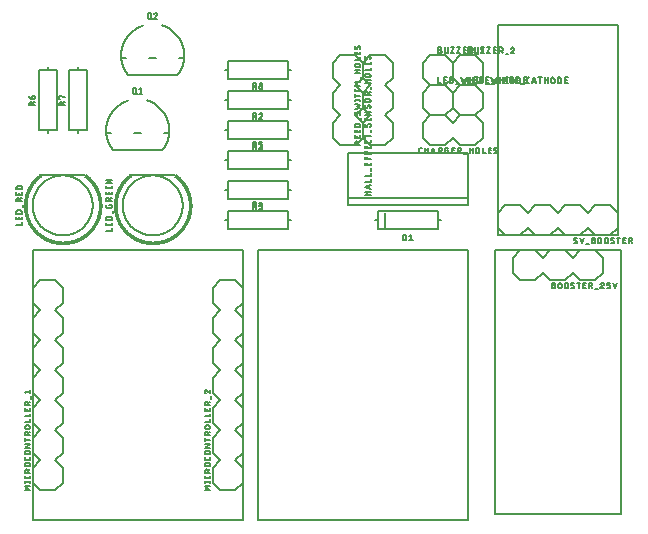
<source format=gbr>
G04 EAGLE Gerber RS-274X export*
G75*
%MOMM*%
%FSLAX34Y34*%
%LPD*%
%INSilkscreen Top*%
%IPPOS*%
%AMOC8*
5,1,8,0,0,1.08239X$1,22.5*%
G01*
%ADD10C,0.152400*%
%ADD11C,0.203200*%
%ADD12C,0.127000*%
%ADD13C,0.025400*%


D10*
X25400Y25400D02*
X203200Y25400D01*
X203200Y254000D01*
X25400Y254000D01*
X25400Y25400D01*
X215900Y25400D02*
X393700Y25400D01*
X393700Y254000D01*
X215900Y254000D01*
X215900Y25400D01*
X416560Y30480D02*
X416560Y254000D01*
X523240Y254000D01*
X523240Y30480D01*
X416560Y30480D01*
X419100Y266700D02*
X520700Y266700D01*
X419100Y266700D02*
X419100Y444500D01*
X520700Y444500D01*
X520700Y266700D01*
D11*
X457200Y234950D02*
X450850Y228600D01*
X438150Y228600D01*
X431800Y234950D01*
X431800Y247650D02*
X438150Y254000D01*
X450850Y254000D01*
X457200Y247650D01*
X488950Y228600D02*
X501650Y228600D01*
X488950Y228600D02*
X482600Y234950D01*
X482600Y247650D02*
X488950Y254000D01*
X482600Y234950D02*
X476250Y228600D01*
X463550Y228600D01*
X457200Y234950D01*
X457200Y247650D02*
X463550Y254000D01*
X476250Y254000D01*
X482600Y247650D01*
X508000Y247650D02*
X508000Y234950D01*
X501650Y228600D01*
X508000Y247650D02*
X501650Y254000D01*
X488950Y254000D01*
X431800Y247650D02*
X431800Y234950D01*
D12*
X465325Y224550D02*
X466665Y224550D01*
X466665Y224551D02*
X466736Y224549D01*
X466808Y224543D01*
X466878Y224534D01*
X466948Y224521D01*
X467018Y224504D01*
X467086Y224483D01*
X467153Y224459D01*
X467219Y224431D01*
X467283Y224400D01*
X467346Y224365D01*
X467406Y224327D01*
X467465Y224286D01*
X467521Y224242D01*
X467575Y224195D01*
X467626Y224146D01*
X467674Y224093D01*
X467720Y224038D01*
X467762Y223981D01*
X467802Y223921D01*
X467838Y223860D01*
X467871Y223796D01*
X467900Y223731D01*
X467926Y223665D01*
X467949Y223597D01*
X467968Y223528D01*
X467983Y223458D01*
X467994Y223388D01*
X468002Y223317D01*
X468006Y223246D01*
X468006Y223174D01*
X468002Y223103D01*
X467994Y223032D01*
X467983Y222962D01*
X467968Y222892D01*
X467949Y222823D01*
X467926Y222755D01*
X467900Y222689D01*
X467871Y222624D01*
X467838Y222560D01*
X467802Y222499D01*
X467762Y222439D01*
X467720Y222382D01*
X467674Y222327D01*
X467626Y222274D01*
X467575Y222225D01*
X467521Y222178D01*
X467465Y222134D01*
X467406Y222093D01*
X467346Y222055D01*
X467283Y222020D01*
X467219Y221989D01*
X467153Y221961D01*
X467086Y221937D01*
X467018Y221916D01*
X466948Y221899D01*
X466878Y221886D01*
X466808Y221877D01*
X466736Y221871D01*
X466665Y221869D01*
X465325Y221869D01*
X465325Y226695D01*
X466665Y226695D01*
X466730Y226693D01*
X466794Y226687D01*
X466858Y226677D01*
X466922Y226664D01*
X466984Y226646D01*
X467045Y226625D01*
X467105Y226601D01*
X467163Y226572D01*
X467220Y226540D01*
X467274Y226505D01*
X467326Y226467D01*
X467376Y226425D01*
X467423Y226381D01*
X467467Y226334D01*
X467509Y226284D01*
X467547Y226232D01*
X467582Y226178D01*
X467614Y226121D01*
X467643Y226063D01*
X467667Y226003D01*
X467688Y225942D01*
X467706Y225880D01*
X467719Y225816D01*
X467729Y225752D01*
X467735Y225688D01*
X467737Y225623D01*
X467735Y225558D01*
X467729Y225494D01*
X467719Y225430D01*
X467706Y225366D01*
X467688Y225304D01*
X467667Y225243D01*
X467643Y225183D01*
X467614Y225125D01*
X467582Y225068D01*
X467547Y225014D01*
X467509Y224962D01*
X467467Y224912D01*
X467423Y224865D01*
X467376Y224821D01*
X467326Y224779D01*
X467274Y224741D01*
X467220Y224706D01*
X467163Y224674D01*
X467105Y224645D01*
X467045Y224621D01*
X466984Y224600D01*
X466922Y224582D01*
X466858Y224569D01*
X466794Y224559D01*
X466730Y224553D01*
X466665Y224551D01*
X470482Y225354D02*
X470482Y223210D01*
X470481Y225354D02*
X470483Y225425D01*
X470489Y225497D01*
X470498Y225567D01*
X470511Y225637D01*
X470528Y225707D01*
X470549Y225775D01*
X470573Y225842D01*
X470601Y225908D01*
X470632Y225972D01*
X470667Y226035D01*
X470705Y226095D01*
X470746Y226154D01*
X470790Y226210D01*
X470837Y226264D01*
X470886Y226315D01*
X470939Y226363D01*
X470994Y226409D01*
X471051Y226451D01*
X471111Y226491D01*
X471172Y226527D01*
X471236Y226560D01*
X471301Y226589D01*
X471367Y226615D01*
X471435Y226638D01*
X471504Y226657D01*
X471574Y226672D01*
X471644Y226683D01*
X471715Y226691D01*
X471786Y226695D01*
X471858Y226695D01*
X471929Y226691D01*
X472000Y226683D01*
X472070Y226672D01*
X472140Y226657D01*
X472209Y226638D01*
X472277Y226615D01*
X472343Y226589D01*
X472408Y226560D01*
X472472Y226527D01*
X472533Y226491D01*
X472593Y226451D01*
X472650Y226409D01*
X472705Y226363D01*
X472758Y226315D01*
X472807Y226264D01*
X472854Y226210D01*
X472898Y226154D01*
X472939Y226095D01*
X472977Y226035D01*
X473012Y225972D01*
X473043Y225908D01*
X473071Y225842D01*
X473095Y225775D01*
X473116Y225707D01*
X473133Y225637D01*
X473146Y225567D01*
X473155Y225497D01*
X473161Y225425D01*
X473163Y225354D01*
X473163Y223210D01*
X473161Y223139D01*
X473155Y223067D01*
X473146Y222997D01*
X473133Y222927D01*
X473116Y222857D01*
X473095Y222789D01*
X473071Y222722D01*
X473043Y222656D01*
X473012Y222592D01*
X472977Y222529D01*
X472939Y222469D01*
X472898Y222410D01*
X472854Y222354D01*
X472807Y222300D01*
X472758Y222249D01*
X472705Y222201D01*
X472650Y222155D01*
X472593Y222113D01*
X472533Y222073D01*
X472472Y222037D01*
X472408Y222004D01*
X472343Y221975D01*
X472277Y221949D01*
X472209Y221926D01*
X472140Y221907D01*
X472070Y221892D01*
X472000Y221881D01*
X471929Y221873D01*
X471858Y221869D01*
X471786Y221869D01*
X471715Y221873D01*
X471644Y221881D01*
X471574Y221892D01*
X471504Y221907D01*
X471435Y221926D01*
X471367Y221949D01*
X471301Y221975D01*
X471236Y222004D01*
X471172Y222037D01*
X471111Y222073D01*
X471051Y222113D01*
X470994Y222155D01*
X470939Y222201D01*
X470886Y222249D01*
X470837Y222300D01*
X470790Y222354D01*
X470746Y222410D01*
X470705Y222469D01*
X470667Y222529D01*
X470632Y222592D01*
X470601Y222656D01*
X470573Y222722D01*
X470549Y222789D01*
X470528Y222857D01*
X470511Y222927D01*
X470498Y222997D01*
X470489Y223067D01*
X470483Y223139D01*
X470481Y223210D01*
X475968Y223210D02*
X475968Y225354D01*
X475970Y225425D01*
X475976Y225497D01*
X475985Y225567D01*
X475998Y225637D01*
X476015Y225707D01*
X476036Y225775D01*
X476060Y225842D01*
X476088Y225908D01*
X476119Y225972D01*
X476154Y226035D01*
X476192Y226095D01*
X476233Y226154D01*
X476277Y226210D01*
X476324Y226264D01*
X476373Y226315D01*
X476426Y226363D01*
X476481Y226409D01*
X476538Y226451D01*
X476598Y226491D01*
X476659Y226527D01*
X476723Y226560D01*
X476788Y226589D01*
X476854Y226615D01*
X476922Y226638D01*
X476991Y226657D01*
X477061Y226672D01*
X477131Y226683D01*
X477202Y226691D01*
X477273Y226695D01*
X477345Y226695D01*
X477416Y226691D01*
X477487Y226683D01*
X477557Y226672D01*
X477627Y226657D01*
X477696Y226638D01*
X477764Y226615D01*
X477830Y226589D01*
X477895Y226560D01*
X477959Y226527D01*
X478020Y226491D01*
X478080Y226451D01*
X478137Y226409D01*
X478192Y226363D01*
X478245Y226315D01*
X478294Y226264D01*
X478341Y226210D01*
X478385Y226154D01*
X478426Y226095D01*
X478464Y226035D01*
X478499Y225972D01*
X478530Y225908D01*
X478558Y225842D01*
X478582Y225775D01*
X478603Y225707D01*
X478620Y225637D01*
X478633Y225567D01*
X478642Y225497D01*
X478648Y225425D01*
X478650Y225354D01*
X478649Y225354D02*
X478649Y223210D01*
X478650Y223210D02*
X478648Y223139D01*
X478642Y223067D01*
X478633Y222997D01*
X478620Y222927D01*
X478603Y222857D01*
X478582Y222789D01*
X478558Y222722D01*
X478530Y222656D01*
X478499Y222592D01*
X478464Y222529D01*
X478426Y222469D01*
X478385Y222410D01*
X478341Y222354D01*
X478294Y222300D01*
X478245Y222249D01*
X478192Y222201D01*
X478137Y222155D01*
X478080Y222113D01*
X478020Y222073D01*
X477959Y222037D01*
X477895Y222004D01*
X477830Y221975D01*
X477764Y221949D01*
X477696Y221926D01*
X477627Y221907D01*
X477557Y221892D01*
X477487Y221881D01*
X477416Y221873D01*
X477345Y221869D01*
X477273Y221869D01*
X477202Y221873D01*
X477131Y221881D01*
X477061Y221892D01*
X476991Y221907D01*
X476922Y221926D01*
X476854Y221949D01*
X476788Y221975D01*
X476723Y222004D01*
X476659Y222037D01*
X476598Y222073D01*
X476538Y222113D01*
X476481Y222155D01*
X476426Y222201D01*
X476373Y222249D01*
X476324Y222300D01*
X476277Y222354D01*
X476233Y222410D01*
X476192Y222469D01*
X476154Y222529D01*
X476119Y222592D01*
X476088Y222656D01*
X476060Y222722D01*
X476036Y222789D01*
X476015Y222857D01*
X475998Y222927D01*
X475985Y222997D01*
X475976Y223067D01*
X475970Y223139D01*
X475968Y223210D01*
X482880Y221869D02*
X482945Y221871D01*
X483009Y221877D01*
X483073Y221887D01*
X483137Y221900D01*
X483199Y221918D01*
X483260Y221939D01*
X483320Y221963D01*
X483378Y221992D01*
X483435Y222024D01*
X483489Y222059D01*
X483541Y222097D01*
X483591Y222139D01*
X483638Y222183D01*
X483682Y222230D01*
X483724Y222280D01*
X483762Y222332D01*
X483797Y222386D01*
X483829Y222443D01*
X483858Y222501D01*
X483882Y222561D01*
X483903Y222622D01*
X483921Y222684D01*
X483934Y222748D01*
X483944Y222812D01*
X483950Y222876D01*
X483952Y222941D01*
X482880Y221869D02*
X482786Y221871D01*
X482692Y221877D01*
X482598Y221887D01*
X482505Y221900D01*
X482413Y221918D01*
X482321Y221939D01*
X482230Y221964D01*
X482140Y221993D01*
X482052Y222026D01*
X481965Y222062D01*
X481880Y222102D01*
X481796Y222145D01*
X481715Y222192D01*
X481635Y222242D01*
X481557Y222295D01*
X481482Y222352D01*
X481409Y222411D01*
X481339Y222474D01*
X481271Y222539D01*
X481406Y225623D02*
X481408Y225688D01*
X481414Y225752D01*
X481424Y225816D01*
X481437Y225880D01*
X481455Y225942D01*
X481476Y226003D01*
X481500Y226063D01*
X481529Y226121D01*
X481561Y226178D01*
X481596Y226232D01*
X481634Y226284D01*
X481676Y226334D01*
X481720Y226381D01*
X481767Y226425D01*
X481817Y226467D01*
X481869Y226505D01*
X481923Y226540D01*
X481980Y226572D01*
X482038Y226601D01*
X482098Y226625D01*
X482159Y226646D01*
X482221Y226664D01*
X482285Y226677D01*
X482349Y226687D01*
X482413Y226693D01*
X482478Y226695D01*
X482564Y226693D01*
X482650Y226688D01*
X482736Y226678D01*
X482821Y226665D01*
X482906Y226649D01*
X482990Y226629D01*
X483073Y226605D01*
X483155Y226578D01*
X483235Y226547D01*
X483315Y226513D01*
X483392Y226475D01*
X483468Y226434D01*
X483542Y226390D01*
X483614Y226343D01*
X483685Y226293D01*
X481942Y224685D02*
X481889Y224718D01*
X481838Y224755D01*
X481789Y224794D01*
X481742Y224836D01*
X481698Y224881D01*
X481657Y224928D01*
X481618Y224977D01*
X481582Y225029D01*
X481549Y225083D01*
X481520Y225138D01*
X481494Y225195D01*
X481471Y225254D01*
X481451Y225313D01*
X481435Y225374D01*
X481422Y225435D01*
X481413Y225498D01*
X481408Y225560D01*
X481406Y225623D01*
X483417Y223879D02*
X483470Y223846D01*
X483521Y223809D01*
X483570Y223770D01*
X483617Y223728D01*
X483661Y223683D01*
X483702Y223636D01*
X483741Y223587D01*
X483777Y223535D01*
X483810Y223481D01*
X483839Y223426D01*
X483865Y223369D01*
X483888Y223310D01*
X483908Y223251D01*
X483924Y223190D01*
X483937Y223129D01*
X483946Y223066D01*
X483951Y223004D01*
X483953Y222941D01*
X483417Y223880D02*
X481942Y224684D01*
X487550Y226695D02*
X487550Y221869D01*
X486209Y226695D02*
X488890Y226695D01*
X491532Y221869D02*
X493677Y221869D01*
X491532Y221869D02*
X491532Y226695D01*
X493677Y226695D01*
X493141Y224550D02*
X491532Y224550D01*
X496331Y226695D02*
X496331Y221869D01*
X496331Y226695D02*
X497672Y226695D01*
X497743Y226693D01*
X497815Y226687D01*
X497885Y226678D01*
X497955Y226665D01*
X498025Y226648D01*
X498093Y226627D01*
X498160Y226603D01*
X498226Y226575D01*
X498290Y226544D01*
X498353Y226509D01*
X498413Y226471D01*
X498472Y226430D01*
X498528Y226386D01*
X498582Y226339D01*
X498633Y226290D01*
X498681Y226237D01*
X498727Y226182D01*
X498769Y226125D01*
X498809Y226065D01*
X498845Y226004D01*
X498878Y225940D01*
X498907Y225875D01*
X498933Y225809D01*
X498956Y225741D01*
X498975Y225672D01*
X498990Y225602D01*
X499001Y225532D01*
X499009Y225461D01*
X499013Y225390D01*
X499013Y225318D01*
X499009Y225247D01*
X499001Y225176D01*
X498990Y225106D01*
X498975Y225036D01*
X498956Y224967D01*
X498933Y224899D01*
X498907Y224833D01*
X498878Y224768D01*
X498845Y224704D01*
X498809Y224643D01*
X498769Y224583D01*
X498727Y224526D01*
X498681Y224471D01*
X498633Y224418D01*
X498582Y224369D01*
X498528Y224322D01*
X498472Y224278D01*
X498413Y224237D01*
X498353Y224199D01*
X498290Y224164D01*
X498226Y224133D01*
X498160Y224105D01*
X498093Y224081D01*
X498025Y224060D01*
X497955Y224043D01*
X497885Y224030D01*
X497815Y224021D01*
X497743Y224015D01*
X497672Y224013D01*
X497672Y224014D02*
X496331Y224014D01*
X497940Y224014D02*
X499012Y221869D01*
X501474Y221333D02*
X503618Y221333D01*
X508825Y225488D02*
X508823Y225556D01*
X508817Y225623D01*
X508808Y225690D01*
X508795Y225757D01*
X508778Y225822D01*
X508757Y225887D01*
X508733Y225950D01*
X508705Y226012D01*
X508674Y226072D01*
X508640Y226130D01*
X508602Y226186D01*
X508562Y226241D01*
X508518Y226292D01*
X508471Y226341D01*
X508422Y226388D01*
X508371Y226432D01*
X508316Y226472D01*
X508260Y226510D01*
X508202Y226544D01*
X508142Y226575D01*
X508080Y226603D01*
X508017Y226627D01*
X507952Y226648D01*
X507887Y226665D01*
X507820Y226678D01*
X507753Y226687D01*
X507686Y226693D01*
X507618Y226695D01*
X507540Y226693D01*
X507462Y226687D01*
X507385Y226677D01*
X507308Y226664D01*
X507232Y226646D01*
X507157Y226625D01*
X507083Y226600D01*
X507011Y226571D01*
X506940Y226539D01*
X506871Y226503D01*
X506803Y226464D01*
X506738Y226421D01*
X506675Y226375D01*
X506614Y226326D01*
X506556Y226274D01*
X506501Y226219D01*
X506448Y226162D01*
X506399Y226102D01*
X506352Y226039D01*
X506309Y225975D01*
X506269Y225908D01*
X506232Y225839D01*
X506199Y225768D01*
X506169Y225696D01*
X506143Y225623D01*
X508422Y224550D02*
X508471Y224599D01*
X508518Y224651D01*
X508561Y224706D01*
X508602Y224763D01*
X508640Y224822D01*
X508674Y224883D01*
X508705Y224946D01*
X508733Y225010D01*
X508757Y225076D01*
X508777Y225142D01*
X508794Y225210D01*
X508807Y225279D01*
X508816Y225348D01*
X508822Y225418D01*
X508824Y225488D01*
X508422Y224550D02*
X506143Y221869D01*
X508824Y221869D01*
X511629Y221869D02*
X513238Y221869D01*
X513303Y221871D01*
X513367Y221877D01*
X513431Y221887D01*
X513495Y221900D01*
X513557Y221918D01*
X513618Y221939D01*
X513678Y221963D01*
X513736Y221992D01*
X513793Y222024D01*
X513847Y222059D01*
X513899Y222097D01*
X513949Y222139D01*
X513996Y222183D01*
X514040Y222230D01*
X514082Y222280D01*
X514120Y222332D01*
X514155Y222386D01*
X514187Y222443D01*
X514216Y222501D01*
X514240Y222561D01*
X514261Y222622D01*
X514279Y222684D01*
X514292Y222748D01*
X514302Y222812D01*
X514308Y222876D01*
X514310Y222941D01*
X514311Y222941D02*
X514311Y223478D01*
X514310Y223478D02*
X514308Y223543D01*
X514302Y223607D01*
X514292Y223671D01*
X514279Y223735D01*
X514261Y223797D01*
X514240Y223858D01*
X514216Y223918D01*
X514187Y223976D01*
X514155Y224033D01*
X514120Y224087D01*
X514082Y224139D01*
X514040Y224189D01*
X513996Y224236D01*
X513949Y224280D01*
X513899Y224322D01*
X513847Y224360D01*
X513793Y224395D01*
X513736Y224427D01*
X513678Y224456D01*
X513618Y224480D01*
X513557Y224501D01*
X513495Y224519D01*
X513431Y224532D01*
X513367Y224542D01*
X513303Y224548D01*
X513238Y224550D01*
X511629Y224550D01*
X511629Y226695D01*
X514311Y226695D01*
X516848Y226695D02*
X518456Y221869D01*
X520065Y226695D01*
D11*
X381000Y412750D02*
X374650Y419100D01*
X361950Y419100D01*
X355600Y412750D01*
X355600Y400050D01*
X361950Y393700D01*
X374650Y393700D01*
X381000Y400050D01*
X381000Y412750D01*
D12*
X370276Y423686D02*
X368935Y423686D01*
X370276Y423687D02*
X370347Y423685D01*
X370419Y423679D01*
X370489Y423670D01*
X370559Y423657D01*
X370629Y423640D01*
X370697Y423619D01*
X370764Y423595D01*
X370830Y423567D01*
X370894Y423536D01*
X370957Y423501D01*
X371017Y423463D01*
X371076Y423422D01*
X371132Y423378D01*
X371186Y423331D01*
X371237Y423282D01*
X371285Y423229D01*
X371331Y423174D01*
X371373Y423117D01*
X371413Y423057D01*
X371449Y422996D01*
X371482Y422932D01*
X371511Y422867D01*
X371537Y422801D01*
X371560Y422733D01*
X371579Y422664D01*
X371594Y422594D01*
X371605Y422524D01*
X371613Y422453D01*
X371617Y422382D01*
X371617Y422310D01*
X371613Y422239D01*
X371605Y422168D01*
X371594Y422098D01*
X371579Y422028D01*
X371560Y421959D01*
X371537Y421891D01*
X371511Y421825D01*
X371482Y421760D01*
X371449Y421696D01*
X371413Y421635D01*
X371373Y421575D01*
X371331Y421518D01*
X371285Y421463D01*
X371237Y421410D01*
X371186Y421361D01*
X371132Y421314D01*
X371076Y421270D01*
X371017Y421229D01*
X370957Y421191D01*
X370894Y421156D01*
X370830Y421125D01*
X370764Y421097D01*
X370697Y421073D01*
X370629Y421052D01*
X370559Y421035D01*
X370489Y421022D01*
X370419Y421013D01*
X370347Y421007D01*
X370276Y421005D01*
X368935Y421005D01*
X368935Y425831D01*
X370276Y425831D01*
X370341Y425829D01*
X370405Y425823D01*
X370469Y425813D01*
X370533Y425800D01*
X370595Y425782D01*
X370656Y425761D01*
X370716Y425737D01*
X370774Y425708D01*
X370831Y425676D01*
X370885Y425641D01*
X370937Y425603D01*
X370987Y425561D01*
X371034Y425517D01*
X371078Y425470D01*
X371120Y425420D01*
X371158Y425368D01*
X371193Y425314D01*
X371225Y425257D01*
X371254Y425199D01*
X371278Y425139D01*
X371299Y425078D01*
X371317Y425016D01*
X371330Y424952D01*
X371340Y424888D01*
X371346Y424824D01*
X371348Y424759D01*
X371346Y424694D01*
X371340Y424630D01*
X371330Y424566D01*
X371317Y424502D01*
X371299Y424440D01*
X371278Y424379D01*
X371254Y424319D01*
X371225Y424261D01*
X371193Y424204D01*
X371158Y424150D01*
X371120Y424098D01*
X371078Y424048D01*
X371034Y424001D01*
X370987Y423957D01*
X370937Y423915D01*
X370885Y423877D01*
X370831Y423842D01*
X370774Y423810D01*
X370716Y423781D01*
X370656Y423757D01*
X370595Y423736D01*
X370533Y423718D01*
X370469Y423705D01*
X370405Y423695D01*
X370341Y423689D01*
X370276Y423687D01*
X374275Y422346D02*
X374275Y425831D01*
X374274Y422346D02*
X374276Y422275D01*
X374282Y422203D01*
X374291Y422133D01*
X374304Y422063D01*
X374321Y421993D01*
X374342Y421925D01*
X374366Y421858D01*
X374394Y421792D01*
X374425Y421728D01*
X374460Y421665D01*
X374498Y421605D01*
X374539Y421546D01*
X374583Y421490D01*
X374630Y421436D01*
X374679Y421385D01*
X374732Y421337D01*
X374787Y421291D01*
X374844Y421249D01*
X374904Y421209D01*
X374965Y421173D01*
X375029Y421140D01*
X375094Y421111D01*
X375160Y421085D01*
X375228Y421062D01*
X375297Y421043D01*
X375367Y421028D01*
X375437Y421017D01*
X375508Y421009D01*
X375579Y421005D01*
X375651Y421005D01*
X375722Y421009D01*
X375793Y421017D01*
X375863Y421028D01*
X375933Y421043D01*
X376002Y421062D01*
X376070Y421085D01*
X376136Y421111D01*
X376201Y421140D01*
X376265Y421173D01*
X376326Y421209D01*
X376386Y421249D01*
X376443Y421291D01*
X376498Y421337D01*
X376551Y421385D01*
X376600Y421436D01*
X376647Y421490D01*
X376691Y421546D01*
X376732Y421605D01*
X376770Y421665D01*
X376805Y421728D01*
X376836Y421792D01*
X376864Y421858D01*
X376888Y421925D01*
X376909Y421993D01*
X376926Y422063D01*
X376939Y422133D01*
X376948Y422203D01*
X376954Y422275D01*
X376956Y422346D01*
X376956Y425831D01*
X379761Y425831D02*
X382442Y425831D01*
X379761Y421005D01*
X382442Y421005D01*
X384882Y425831D02*
X387563Y425831D01*
X384882Y421005D01*
X387563Y421005D01*
X390388Y421005D02*
X392533Y421005D01*
X390388Y421005D02*
X390388Y425831D01*
X392533Y425831D01*
X391996Y423686D02*
X390388Y423686D01*
X395187Y425831D02*
X395187Y421005D01*
X395187Y425831D02*
X396527Y425831D01*
X396598Y425829D01*
X396670Y425823D01*
X396740Y425814D01*
X396810Y425801D01*
X396880Y425784D01*
X396948Y425763D01*
X397015Y425739D01*
X397081Y425711D01*
X397145Y425680D01*
X397208Y425645D01*
X397268Y425607D01*
X397327Y425566D01*
X397383Y425522D01*
X397437Y425475D01*
X397488Y425426D01*
X397536Y425373D01*
X397582Y425318D01*
X397624Y425261D01*
X397664Y425201D01*
X397700Y425140D01*
X397733Y425076D01*
X397762Y425011D01*
X397788Y424945D01*
X397811Y424877D01*
X397830Y424808D01*
X397845Y424738D01*
X397856Y424668D01*
X397864Y424597D01*
X397868Y424526D01*
X397868Y424454D01*
X397864Y424383D01*
X397856Y424312D01*
X397845Y424242D01*
X397830Y424172D01*
X397811Y424103D01*
X397788Y424035D01*
X397762Y423969D01*
X397733Y423904D01*
X397700Y423840D01*
X397664Y423779D01*
X397624Y423719D01*
X397582Y423662D01*
X397536Y423607D01*
X397488Y423554D01*
X397437Y423505D01*
X397383Y423458D01*
X397327Y423414D01*
X397268Y423373D01*
X397208Y423335D01*
X397145Y423300D01*
X397081Y423269D01*
X397015Y423241D01*
X396948Y423217D01*
X396880Y423196D01*
X396810Y423179D01*
X396740Y423166D01*
X396670Y423157D01*
X396598Y423151D01*
X396527Y423149D01*
X396527Y423150D02*
X395187Y423150D01*
X396795Y423150D02*
X397868Y421005D01*
X400329Y420469D02*
X402474Y420469D01*
X404998Y424759D02*
X406339Y425831D01*
X406339Y421005D01*
X404998Y421005D02*
X407680Y421005D01*
D11*
X400050Y419100D02*
X406400Y412750D01*
X400050Y419100D02*
X387350Y419100D01*
X381000Y412750D01*
X381000Y400050D01*
X387350Y393700D01*
X400050Y393700D01*
X406400Y400050D01*
X406400Y412750D01*
D12*
X395676Y423686D02*
X394335Y423686D01*
X395676Y423687D02*
X395747Y423685D01*
X395819Y423679D01*
X395889Y423670D01*
X395959Y423657D01*
X396029Y423640D01*
X396097Y423619D01*
X396164Y423595D01*
X396230Y423567D01*
X396294Y423536D01*
X396357Y423501D01*
X396417Y423463D01*
X396476Y423422D01*
X396532Y423378D01*
X396586Y423331D01*
X396637Y423282D01*
X396685Y423229D01*
X396731Y423174D01*
X396773Y423117D01*
X396813Y423057D01*
X396849Y422996D01*
X396882Y422932D01*
X396911Y422867D01*
X396937Y422801D01*
X396960Y422733D01*
X396979Y422664D01*
X396994Y422594D01*
X397005Y422524D01*
X397013Y422453D01*
X397017Y422382D01*
X397017Y422310D01*
X397013Y422239D01*
X397005Y422168D01*
X396994Y422098D01*
X396979Y422028D01*
X396960Y421959D01*
X396937Y421891D01*
X396911Y421825D01*
X396882Y421760D01*
X396849Y421696D01*
X396813Y421635D01*
X396773Y421575D01*
X396731Y421518D01*
X396685Y421463D01*
X396637Y421410D01*
X396586Y421361D01*
X396532Y421314D01*
X396476Y421270D01*
X396417Y421229D01*
X396357Y421191D01*
X396294Y421156D01*
X396230Y421125D01*
X396164Y421097D01*
X396097Y421073D01*
X396029Y421052D01*
X395959Y421035D01*
X395889Y421022D01*
X395819Y421013D01*
X395747Y421007D01*
X395676Y421005D01*
X394335Y421005D01*
X394335Y425831D01*
X395676Y425831D01*
X395741Y425829D01*
X395805Y425823D01*
X395869Y425813D01*
X395933Y425800D01*
X395995Y425782D01*
X396056Y425761D01*
X396116Y425737D01*
X396174Y425708D01*
X396231Y425676D01*
X396285Y425641D01*
X396337Y425603D01*
X396387Y425561D01*
X396434Y425517D01*
X396478Y425470D01*
X396520Y425420D01*
X396558Y425368D01*
X396593Y425314D01*
X396625Y425257D01*
X396654Y425199D01*
X396678Y425139D01*
X396699Y425078D01*
X396717Y425016D01*
X396730Y424952D01*
X396740Y424888D01*
X396746Y424824D01*
X396748Y424759D01*
X396746Y424694D01*
X396740Y424630D01*
X396730Y424566D01*
X396717Y424502D01*
X396699Y424440D01*
X396678Y424379D01*
X396654Y424319D01*
X396625Y424261D01*
X396593Y424204D01*
X396558Y424150D01*
X396520Y424098D01*
X396478Y424048D01*
X396434Y424001D01*
X396387Y423957D01*
X396337Y423915D01*
X396285Y423877D01*
X396231Y423842D01*
X396174Y423810D01*
X396116Y423781D01*
X396056Y423757D01*
X395995Y423736D01*
X395933Y423718D01*
X395869Y423705D01*
X395805Y423695D01*
X395741Y423689D01*
X395676Y423687D01*
X399675Y422346D02*
X399675Y425831D01*
X399674Y422346D02*
X399676Y422275D01*
X399682Y422203D01*
X399691Y422133D01*
X399704Y422063D01*
X399721Y421993D01*
X399742Y421925D01*
X399766Y421858D01*
X399794Y421792D01*
X399825Y421728D01*
X399860Y421665D01*
X399898Y421605D01*
X399939Y421546D01*
X399983Y421490D01*
X400030Y421436D01*
X400079Y421385D01*
X400132Y421337D01*
X400187Y421291D01*
X400244Y421249D01*
X400304Y421209D01*
X400365Y421173D01*
X400429Y421140D01*
X400494Y421111D01*
X400560Y421085D01*
X400628Y421062D01*
X400697Y421043D01*
X400767Y421028D01*
X400837Y421017D01*
X400908Y421009D01*
X400979Y421005D01*
X401051Y421005D01*
X401122Y421009D01*
X401193Y421017D01*
X401263Y421028D01*
X401333Y421043D01*
X401402Y421062D01*
X401470Y421085D01*
X401536Y421111D01*
X401601Y421140D01*
X401665Y421173D01*
X401726Y421209D01*
X401786Y421249D01*
X401843Y421291D01*
X401898Y421337D01*
X401951Y421385D01*
X402000Y421436D01*
X402047Y421490D01*
X402091Y421546D01*
X402132Y421605D01*
X402170Y421665D01*
X402205Y421728D01*
X402236Y421792D01*
X402264Y421858D01*
X402288Y421925D01*
X402309Y421993D01*
X402326Y422063D01*
X402339Y422133D01*
X402348Y422203D01*
X402354Y422275D01*
X402356Y422346D01*
X402356Y425831D01*
X405161Y425831D02*
X407842Y425831D01*
X405161Y421005D01*
X407842Y421005D01*
X410282Y425831D02*
X412963Y425831D01*
X410282Y421005D01*
X412963Y421005D01*
X415788Y421005D02*
X417933Y421005D01*
X415788Y421005D02*
X415788Y425831D01*
X417933Y425831D01*
X417396Y423686D02*
X415788Y423686D01*
X420587Y425831D02*
X420587Y421005D01*
X420587Y425831D02*
X421927Y425831D01*
X421998Y425829D01*
X422070Y425823D01*
X422140Y425814D01*
X422210Y425801D01*
X422280Y425784D01*
X422348Y425763D01*
X422415Y425739D01*
X422481Y425711D01*
X422545Y425680D01*
X422608Y425645D01*
X422668Y425607D01*
X422727Y425566D01*
X422783Y425522D01*
X422837Y425475D01*
X422888Y425426D01*
X422936Y425373D01*
X422982Y425318D01*
X423024Y425261D01*
X423064Y425201D01*
X423100Y425140D01*
X423133Y425076D01*
X423162Y425011D01*
X423188Y424945D01*
X423211Y424877D01*
X423230Y424808D01*
X423245Y424738D01*
X423256Y424668D01*
X423264Y424597D01*
X423268Y424526D01*
X423268Y424454D01*
X423264Y424383D01*
X423256Y424312D01*
X423245Y424242D01*
X423230Y424172D01*
X423211Y424103D01*
X423188Y424035D01*
X423162Y423969D01*
X423133Y423904D01*
X423100Y423840D01*
X423064Y423779D01*
X423024Y423719D01*
X422982Y423662D01*
X422936Y423607D01*
X422888Y423554D01*
X422837Y423505D01*
X422783Y423458D01*
X422727Y423414D01*
X422668Y423373D01*
X422608Y423335D01*
X422545Y423300D01*
X422481Y423269D01*
X422415Y423241D01*
X422348Y423217D01*
X422280Y423196D01*
X422210Y423179D01*
X422140Y423166D01*
X422070Y423157D01*
X421998Y423151D01*
X421927Y423149D01*
X421927Y423150D02*
X420587Y423150D01*
X422195Y423150D02*
X423268Y421005D01*
X425729Y420469D02*
X427874Y420469D01*
X433080Y424624D02*
X433078Y424692D01*
X433072Y424759D01*
X433063Y424826D01*
X433050Y424893D01*
X433033Y424958D01*
X433012Y425023D01*
X432988Y425086D01*
X432960Y425148D01*
X432929Y425208D01*
X432895Y425266D01*
X432857Y425322D01*
X432817Y425377D01*
X432773Y425428D01*
X432726Y425477D01*
X432677Y425524D01*
X432626Y425568D01*
X432571Y425608D01*
X432515Y425646D01*
X432457Y425680D01*
X432397Y425711D01*
X432335Y425739D01*
X432272Y425763D01*
X432207Y425784D01*
X432142Y425801D01*
X432075Y425814D01*
X432008Y425823D01*
X431941Y425829D01*
X431873Y425831D01*
X431795Y425829D01*
X431717Y425823D01*
X431640Y425813D01*
X431563Y425800D01*
X431487Y425782D01*
X431412Y425761D01*
X431338Y425736D01*
X431266Y425707D01*
X431195Y425675D01*
X431126Y425639D01*
X431058Y425600D01*
X430993Y425557D01*
X430930Y425511D01*
X430869Y425462D01*
X430811Y425410D01*
X430756Y425355D01*
X430703Y425298D01*
X430654Y425238D01*
X430607Y425175D01*
X430564Y425111D01*
X430524Y425044D01*
X430487Y424975D01*
X430454Y424904D01*
X430424Y424832D01*
X430398Y424759D01*
X432678Y423686D02*
X432727Y423735D01*
X432774Y423787D01*
X432817Y423842D01*
X432858Y423899D01*
X432896Y423958D01*
X432930Y424019D01*
X432961Y424082D01*
X432989Y424146D01*
X433013Y424212D01*
X433033Y424278D01*
X433050Y424346D01*
X433063Y424415D01*
X433072Y424484D01*
X433078Y424554D01*
X433080Y424624D01*
X432677Y423686D02*
X430398Y421005D01*
X433080Y421005D01*
D11*
X381000Y387350D02*
X374650Y393700D01*
X361950Y393700D01*
X355600Y387350D01*
X355600Y374650D01*
X361950Y368300D01*
X374650Y368300D01*
X381000Y374650D01*
X381000Y387350D01*
D12*
X368935Y395605D02*
X368935Y400431D01*
X368935Y395605D02*
X371080Y395605D01*
X373690Y395605D02*
X375835Y395605D01*
X373690Y395605D02*
X373690Y400431D01*
X375835Y400431D01*
X375298Y398286D02*
X373690Y398286D01*
X378425Y400431D02*
X378425Y395605D01*
X378425Y400431D02*
X379766Y400431D01*
X379836Y400429D01*
X379906Y400424D01*
X379976Y400414D01*
X380045Y400402D01*
X380113Y400385D01*
X380180Y400365D01*
X380247Y400342D01*
X380311Y400315D01*
X380375Y400285D01*
X380437Y400251D01*
X380496Y400215D01*
X380554Y400175D01*
X380610Y400132D01*
X380663Y400087D01*
X380714Y400038D01*
X380763Y399987D01*
X380808Y399934D01*
X380851Y399878D01*
X380891Y399820D01*
X380927Y399761D01*
X380961Y399699D01*
X380991Y399635D01*
X381018Y399571D01*
X381041Y399504D01*
X381061Y399437D01*
X381078Y399369D01*
X381090Y399300D01*
X381100Y399230D01*
X381105Y399160D01*
X381107Y399090D01*
X381106Y399090D02*
X381106Y396946D01*
X381107Y396946D02*
X381105Y396876D01*
X381100Y396806D01*
X381090Y396736D01*
X381078Y396667D01*
X381061Y396599D01*
X381041Y396532D01*
X381018Y396465D01*
X380991Y396401D01*
X380961Y396337D01*
X380927Y396275D01*
X380891Y396216D01*
X380851Y396158D01*
X380808Y396102D01*
X380763Y396049D01*
X380714Y395998D01*
X380663Y395949D01*
X380610Y395904D01*
X380554Y395861D01*
X380496Y395821D01*
X380436Y395785D01*
X380375Y395751D01*
X380311Y395721D01*
X380247Y395694D01*
X380180Y395671D01*
X380113Y395651D01*
X380045Y395634D01*
X379976Y395622D01*
X379906Y395612D01*
X379836Y395607D01*
X379766Y395605D01*
X378425Y395605D01*
X383814Y395069D02*
X385959Y395069D01*
X389483Y395605D02*
X388411Y400431D01*
X390556Y398822D02*
X389483Y395605D01*
X391628Y395605D02*
X390556Y398822D01*
X392700Y400431D02*
X391628Y395605D01*
X395616Y395605D02*
X395616Y400431D01*
X395616Y398286D02*
X398297Y398286D01*
X398297Y400431D02*
X398297Y395605D01*
X401528Y395605D02*
X401528Y400431D01*
X400992Y395605D02*
X402065Y395605D01*
X402065Y400431D02*
X400992Y400431D01*
X405552Y400431D02*
X405552Y395605D01*
X404211Y400431D02*
X406892Y400431D01*
X409534Y395605D02*
X411679Y395605D01*
X409534Y395605D02*
X409534Y400431D01*
X411679Y400431D01*
X411143Y398286D02*
X409534Y398286D01*
X413806Y395069D02*
X415951Y395069D01*
X418207Y395605D02*
X419816Y400431D01*
X421425Y395605D01*
X421023Y396812D02*
X418610Y396812D01*
X424145Y395605D02*
X424145Y400431D01*
X426826Y395605D01*
X426826Y400431D01*
X429814Y399090D02*
X429814Y396946D01*
X429814Y399090D02*
X429816Y399161D01*
X429822Y399233D01*
X429831Y399303D01*
X429844Y399373D01*
X429861Y399443D01*
X429882Y399511D01*
X429906Y399578D01*
X429934Y399644D01*
X429965Y399708D01*
X430000Y399771D01*
X430038Y399831D01*
X430079Y399890D01*
X430123Y399946D01*
X430170Y400000D01*
X430219Y400051D01*
X430272Y400099D01*
X430327Y400145D01*
X430384Y400187D01*
X430444Y400227D01*
X430505Y400263D01*
X430569Y400296D01*
X430634Y400325D01*
X430700Y400351D01*
X430768Y400374D01*
X430837Y400393D01*
X430907Y400408D01*
X430977Y400419D01*
X431048Y400427D01*
X431119Y400431D01*
X431191Y400431D01*
X431262Y400427D01*
X431333Y400419D01*
X431403Y400408D01*
X431473Y400393D01*
X431542Y400374D01*
X431610Y400351D01*
X431676Y400325D01*
X431741Y400296D01*
X431805Y400263D01*
X431866Y400227D01*
X431926Y400187D01*
X431983Y400145D01*
X432038Y400099D01*
X432091Y400051D01*
X432140Y400000D01*
X432187Y399946D01*
X432231Y399890D01*
X432272Y399831D01*
X432310Y399771D01*
X432345Y399708D01*
X432376Y399644D01*
X432404Y399578D01*
X432428Y399511D01*
X432449Y399443D01*
X432466Y399373D01*
X432479Y399303D01*
X432488Y399233D01*
X432494Y399161D01*
X432496Y399090D01*
X432495Y399090D02*
X432495Y396946D01*
X432496Y396946D02*
X432494Y396875D01*
X432488Y396803D01*
X432479Y396733D01*
X432466Y396663D01*
X432449Y396593D01*
X432428Y396525D01*
X432404Y396458D01*
X432376Y396392D01*
X432345Y396328D01*
X432310Y396265D01*
X432272Y396205D01*
X432231Y396146D01*
X432187Y396090D01*
X432140Y396036D01*
X432091Y395985D01*
X432038Y395937D01*
X431983Y395891D01*
X431926Y395849D01*
X431866Y395809D01*
X431805Y395773D01*
X431741Y395740D01*
X431676Y395711D01*
X431610Y395685D01*
X431542Y395662D01*
X431473Y395643D01*
X431403Y395628D01*
X431333Y395617D01*
X431262Y395609D01*
X431191Y395605D01*
X431119Y395605D01*
X431048Y395609D01*
X430977Y395617D01*
X430907Y395628D01*
X430837Y395643D01*
X430768Y395662D01*
X430700Y395685D01*
X430634Y395711D01*
X430569Y395740D01*
X430505Y395773D01*
X430444Y395809D01*
X430384Y395849D01*
X430327Y395891D01*
X430272Y395937D01*
X430219Y395985D01*
X430170Y396036D01*
X430123Y396090D01*
X430079Y396146D01*
X430038Y396205D01*
X430000Y396265D01*
X429965Y396328D01*
X429934Y396392D01*
X429906Y396458D01*
X429882Y396525D01*
X429861Y396593D01*
X429844Y396663D01*
X429831Y396733D01*
X429822Y396803D01*
X429816Y396875D01*
X429814Y396946D01*
X435483Y395605D02*
X435483Y400431D01*
X436824Y400431D01*
X436894Y400429D01*
X436964Y400424D01*
X437034Y400414D01*
X437103Y400402D01*
X437171Y400385D01*
X437238Y400365D01*
X437305Y400342D01*
X437369Y400315D01*
X437433Y400285D01*
X437495Y400251D01*
X437554Y400215D01*
X437612Y400175D01*
X437668Y400132D01*
X437721Y400087D01*
X437772Y400038D01*
X437821Y399987D01*
X437866Y399934D01*
X437909Y399878D01*
X437949Y399820D01*
X437985Y399761D01*
X438019Y399699D01*
X438049Y399635D01*
X438076Y399571D01*
X438099Y399504D01*
X438119Y399437D01*
X438136Y399369D01*
X438148Y399300D01*
X438158Y399230D01*
X438163Y399160D01*
X438165Y399090D01*
X438164Y399090D02*
X438164Y396946D01*
X438165Y396946D02*
X438163Y396876D01*
X438158Y396806D01*
X438148Y396736D01*
X438136Y396667D01*
X438119Y396599D01*
X438099Y396532D01*
X438076Y396465D01*
X438049Y396401D01*
X438019Y396337D01*
X437985Y396275D01*
X437949Y396216D01*
X437909Y396158D01*
X437866Y396102D01*
X437821Y396049D01*
X437772Y395998D01*
X437721Y395949D01*
X437668Y395904D01*
X437612Y395861D01*
X437554Y395821D01*
X437494Y395785D01*
X437433Y395751D01*
X437369Y395721D01*
X437305Y395694D01*
X437238Y395671D01*
X437171Y395651D01*
X437103Y395634D01*
X437034Y395622D01*
X436964Y395612D01*
X436894Y395607D01*
X436824Y395605D01*
X435483Y395605D01*
X441355Y395605D02*
X443500Y395605D01*
X441355Y395605D02*
X441355Y400431D01*
X443500Y400431D01*
X442964Y398286D02*
X441355Y398286D01*
D11*
X406400Y387350D02*
X400050Y393700D01*
X387350Y393700D01*
X381000Y387350D01*
X381000Y374650D01*
X387350Y368300D01*
X400050Y368300D01*
X406400Y374650D01*
X406400Y387350D01*
D12*
X394335Y395605D02*
X394335Y400431D01*
X394335Y395605D02*
X396480Y395605D01*
X399090Y395605D02*
X401235Y395605D01*
X399090Y395605D02*
X399090Y400431D01*
X401235Y400431D01*
X400698Y398286D02*
X399090Y398286D01*
X403825Y400431D02*
X403825Y395605D01*
X403825Y400431D02*
X405166Y400431D01*
X405236Y400429D01*
X405306Y400424D01*
X405376Y400414D01*
X405445Y400402D01*
X405513Y400385D01*
X405580Y400365D01*
X405647Y400342D01*
X405711Y400315D01*
X405775Y400285D01*
X405837Y400251D01*
X405896Y400215D01*
X405954Y400175D01*
X406010Y400132D01*
X406063Y400087D01*
X406114Y400038D01*
X406163Y399987D01*
X406208Y399934D01*
X406251Y399878D01*
X406291Y399820D01*
X406327Y399761D01*
X406361Y399699D01*
X406391Y399635D01*
X406418Y399571D01*
X406441Y399504D01*
X406461Y399437D01*
X406478Y399369D01*
X406490Y399300D01*
X406500Y399230D01*
X406505Y399160D01*
X406507Y399090D01*
X406506Y399090D02*
X406506Y396946D01*
X406507Y396946D02*
X406505Y396876D01*
X406500Y396806D01*
X406490Y396736D01*
X406478Y396667D01*
X406461Y396599D01*
X406441Y396532D01*
X406418Y396465D01*
X406391Y396401D01*
X406361Y396337D01*
X406327Y396275D01*
X406291Y396216D01*
X406251Y396158D01*
X406208Y396102D01*
X406163Y396049D01*
X406114Y395998D01*
X406063Y395949D01*
X406010Y395904D01*
X405954Y395861D01*
X405896Y395821D01*
X405836Y395785D01*
X405775Y395751D01*
X405711Y395721D01*
X405647Y395694D01*
X405580Y395671D01*
X405513Y395651D01*
X405445Y395634D01*
X405376Y395622D01*
X405306Y395612D01*
X405236Y395607D01*
X405166Y395605D01*
X403825Y395605D01*
X409214Y395069D02*
X411359Y395069D01*
X414883Y395605D02*
X413811Y400431D01*
X415956Y398822D02*
X414883Y395605D01*
X417028Y395605D02*
X415956Y398822D01*
X418100Y400431D02*
X417028Y395605D01*
X421016Y395605D02*
X421016Y400431D01*
X421016Y398286D02*
X423697Y398286D01*
X423697Y400431D02*
X423697Y395605D01*
X426928Y395605D02*
X426928Y400431D01*
X426392Y395605D02*
X427465Y395605D01*
X427465Y400431D02*
X426392Y400431D01*
X430952Y400431D02*
X430952Y395605D01*
X429611Y400431D02*
X432292Y400431D01*
X434934Y395605D02*
X437079Y395605D01*
X434934Y395605D02*
X434934Y400431D01*
X437079Y400431D01*
X436543Y398286D02*
X434934Y398286D01*
X439206Y395069D02*
X441351Y395069D01*
X444919Y395605D02*
X445992Y395605D01*
X444919Y395605D02*
X444854Y395607D01*
X444790Y395613D01*
X444726Y395623D01*
X444662Y395636D01*
X444600Y395654D01*
X444539Y395675D01*
X444479Y395699D01*
X444421Y395728D01*
X444364Y395760D01*
X444310Y395795D01*
X444258Y395833D01*
X444208Y395875D01*
X444161Y395919D01*
X444117Y395966D01*
X444075Y396016D01*
X444037Y396068D01*
X444002Y396122D01*
X443970Y396179D01*
X443941Y396237D01*
X443917Y396297D01*
X443896Y396358D01*
X443878Y396420D01*
X443865Y396484D01*
X443855Y396548D01*
X443849Y396612D01*
X443847Y396677D01*
X443847Y399359D01*
X443849Y399424D01*
X443855Y399488D01*
X443865Y399552D01*
X443878Y399616D01*
X443896Y399678D01*
X443917Y399739D01*
X443941Y399799D01*
X443970Y399857D01*
X444002Y399914D01*
X444037Y399968D01*
X444075Y400020D01*
X444117Y400070D01*
X444161Y400117D01*
X444208Y400161D01*
X444258Y400203D01*
X444310Y400241D01*
X444364Y400276D01*
X444421Y400308D01*
X444479Y400337D01*
X444539Y400361D01*
X444600Y400382D01*
X444662Y400400D01*
X444726Y400413D01*
X444790Y400423D01*
X444854Y400429D01*
X444919Y400431D01*
X445992Y400431D01*
X449788Y400431D02*
X448179Y395605D01*
X451397Y395605D02*
X449788Y400431D01*
X450995Y396812D02*
X448582Y396812D01*
X454909Y395605D02*
X454909Y400431D01*
X456249Y400431D02*
X453568Y400431D01*
X458872Y400431D02*
X458872Y395605D01*
X458872Y398286D02*
X461553Y398286D01*
X461553Y400431D02*
X461553Y395605D01*
X464541Y396946D02*
X464541Y399090D01*
X464540Y399090D02*
X464542Y399161D01*
X464548Y399233D01*
X464557Y399303D01*
X464570Y399373D01*
X464587Y399443D01*
X464608Y399511D01*
X464632Y399578D01*
X464660Y399644D01*
X464691Y399708D01*
X464726Y399771D01*
X464764Y399831D01*
X464805Y399890D01*
X464849Y399946D01*
X464896Y400000D01*
X464945Y400051D01*
X464998Y400099D01*
X465053Y400145D01*
X465110Y400187D01*
X465170Y400227D01*
X465231Y400263D01*
X465295Y400296D01*
X465360Y400325D01*
X465426Y400351D01*
X465494Y400374D01*
X465563Y400393D01*
X465633Y400408D01*
X465703Y400419D01*
X465774Y400427D01*
X465845Y400431D01*
X465917Y400431D01*
X465988Y400427D01*
X466059Y400419D01*
X466129Y400408D01*
X466199Y400393D01*
X466268Y400374D01*
X466336Y400351D01*
X466402Y400325D01*
X466467Y400296D01*
X466531Y400263D01*
X466592Y400227D01*
X466652Y400187D01*
X466709Y400145D01*
X466764Y400099D01*
X466817Y400051D01*
X466866Y400000D01*
X466913Y399946D01*
X466957Y399890D01*
X466998Y399831D01*
X467036Y399771D01*
X467071Y399708D01*
X467102Y399644D01*
X467130Y399578D01*
X467154Y399511D01*
X467175Y399443D01*
X467192Y399373D01*
X467205Y399303D01*
X467214Y399233D01*
X467220Y399161D01*
X467222Y399090D01*
X467222Y396946D01*
X467220Y396875D01*
X467214Y396803D01*
X467205Y396733D01*
X467192Y396663D01*
X467175Y396593D01*
X467154Y396525D01*
X467130Y396458D01*
X467102Y396392D01*
X467071Y396328D01*
X467036Y396265D01*
X466998Y396205D01*
X466957Y396146D01*
X466913Y396090D01*
X466866Y396036D01*
X466817Y395985D01*
X466764Y395937D01*
X466709Y395891D01*
X466652Y395849D01*
X466592Y395809D01*
X466531Y395773D01*
X466467Y395740D01*
X466402Y395711D01*
X466336Y395685D01*
X466268Y395662D01*
X466199Y395643D01*
X466129Y395628D01*
X466059Y395617D01*
X465988Y395609D01*
X465917Y395605D01*
X465845Y395605D01*
X465774Y395609D01*
X465703Y395617D01*
X465633Y395628D01*
X465563Y395643D01*
X465494Y395662D01*
X465426Y395685D01*
X465360Y395711D01*
X465295Y395740D01*
X465231Y395773D01*
X465170Y395809D01*
X465110Y395849D01*
X465053Y395891D01*
X464998Y395937D01*
X464945Y395985D01*
X464896Y396036D01*
X464849Y396090D01*
X464805Y396146D01*
X464764Y396205D01*
X464726Y396265D01*
X464691Y396328D01*
X464660Y396392D01*
X464632Y396458D01*
X464608Y396525D01*
X464587Y396593D01*
X464570Y396663D01*
X464557Y396733D01*
X464548Y396803D01*
X464542Y396875D01*
X464540Y396946D01*
X470210Y395605D02*
X470210Y400431D01*
X471551Y400431D01*
X471621Y400429D01*
X471691Y400424D01*
X471761Y400414D01*
X471830Y400402D01*
X471898Y400385D01*
X471965Y400365D01*
X472032Y400342D01*
X472096Y400315D01*
X472160Y400285D01*
X472222Y400251D01*
X472281Y400215D01*
X472339Y400175D01*
X472395Y400132D01*
X472448Y400087D01*
X472499Y400038D01*
X472548Y399987D01*
X472593Y399934D01*
X472636Y399878D01*
X472676Y399820D01*
X472712Y399761D01*
X472746Y399699D01*
X472776Y399635D01*
X472803Y399571D01*
X472826Y399504D01*
X472846Y399437D01*
X472863Y399369D01*
X472875Y399300D01*
X472885Y399230D01*
X472890Y399160D01*
X472892Y399090D01*
X472891Y399090D02*
X472891Y396946D01*
X472892Y396946D02*
X472890Y396876D01*
X472885Y396806D01*
X472875Y396736D01*
X472863Y396667D01*
X472846Y396599D01*
X472826Y396532D01*
X472803Y396465D01*
X472776Y396401D01*
X472746Y396337D01*
X472712Y396275D01*
X472676Y396216D01*
X472636Y396158D01*
X472593Y396102D01*
X472548Y396049D01*
X472499Y395998D01*
X472448Y395949D01*
X472395Y395904D01*
X472339Y395861D01*
X472281Y395821D01*
X472221Y395785D01*
X472160Y395751D01*
X472096Y395721D01*
X472032Y395694D01*
X471965Y395671D01*
X471898Y395651D01*
X471830Y395634D01*
X471761Y395622D01*
X471691Y395612D01*
X471621Y395607D01*
X471551Y395605D01*
X470210Y395605D01*
X476082Y395605D02*
X478227Y395605D01*
X476082Y395605D02*
X476082Y400431D01*
X478227Y400431D01*
X477690Y398286D02*
X476082Y398286D01*
D11*
X25400Y222250D02*
X25400Y209550D01*
X25400Y222250D02*
X31750Y228600D01*
X44450Y228600D02*
X50800Y222250D01*
X25400Y184150D02*
X31750Y177800D01*
X25400Y184150D02*
X25400Y196850D01*
X31750Y203200D01*
X44450Y203200D02*
X50800Y196850D01*
X50800Y184150D01*
X44450Y177800D01*
X31750Y203200D02*
X25400Y209550D01*
X44450Y203200D02*
X50800Y209550D01*
X50800Y222250D01*
X25400Y146050D02*
X25400Y133350D01*
X25400Y146050D02*
X31750Y152400D01*
X44450Y152400D02*
X50800Y146050D01*
X31750Y152400D02*
X25400Y158750D01*
X25400Y171450D01*
X31750Y177800D01*
X44450Y177800D02*
X50800Y171450D01*
X50800Y158750D01*
X44450Y152400D01*
X25400Y107950D02*
X31750Y101600D01*
X25400Y107950D02*
X25400Y120650D01*
X31750Y127000D01*
X44450Y127000D02*
X50800Y120650D01*
X50800Y107950D01*
X44450Y101600D01*
X31750Y127000D02*
X25400Y133350D01*
X44450Y127000D02*
X50800Y133350D01*
X50800Y146050D01*
X25400Y69850D02*
X25400Y57150D01*
X25400Y69850D02*
X31750Y76200D01*
X44450Y76200D02*
X50800Y69850D01*
X31750Y76200D02*
X25400Y82550D01*
X25400Y95250D01*
X31750Y101600D01*
X44450Y101600D02*
X50800Y95250D01*
X50800Y82550D01*
X44450Y76200D01*
X44450Y50800D02*
X31750Y50800D01*
X25400Y57150D01*
X44450Y50800D02*
X50800Y57150D01*
X50800Y69850D01*
X44450Y228600D02*
X31750Y228600D01*
D12*
X23495Y51435D02*
X18669Y51435D01*
X21350Y53044D01*
X18669Y54652D01*
X23495Y54652D01*
X23495Y57981D02*
X18669Y57981D01*
X23495Y57445D02*
X23495Y58518D01*
X18669Y58518D02*
X18669Y57445D01*
X23495Y62074D02*
X23495Y63146D01*
X23495Y62074D02*
X23493Y62009D01*
X23487Y61945D01*
X23477Y61881D01*
X23464Y61817D01*
X23446Y61755D01*
X23425Y61694D01*
X23401Y61634D01*
X23372Y61576D01*
X23340Y61519D01*
X23305Y61465D01*
X23267Y61413D01*
X23225Y61363D01*
X23181Y61316D01*
X23134Y61272D01*
X23084Y61230D01*
X23032Y61192D01*
X22978Y61157D01*
X22921Y61125D01*
X22863Y61096D01*
X22803Y61072D01*
X22742Y61051D01*
X22680Y61033D01*
X22616Y61020D01*
X22552Y61010D01*
X22488Y61004D01*
X22423Y61002D01*
X22423Y61001D02*
X19741Y61001D01*
X19676Y61003D01*
X19612Y61009D01*
X19548Y61019D01*
X19484Y61032D01*
X19422Y61050D01*
X19361Y61071D01*
X19301Y61096D01*
X19242Y61124D01*
X19186Y61156D01*
X19131Y61191D01*
X19079Y61229D01*
X19029Y61271D01*
X18982Y61315D01*
X18938Y61362D01*
X18896Y61412D01*
X18858Y61464D01*
X18823Y61519D01*
X18791Y61575D01*
X18763Y61634D01*
X18738Y61693D01*
X18717Y61755D01*
X18699Y61817D01*
X18686Y61881D01*
X18676Y61945D01*
X18670Y62009D01*
X18668Y62074D01*
X18669Y62074D02*
X18669Y63146D01*
X18669Y65849D02*
X23495Y65849D01*
X18669Y65849D02*
X18669Y67189D01*
X18671Y67260D01*
X18677Y67332D01*
X18686Y67402D01*
X18699Y67472D01*
X18716Y67542D01*
X18737Y67610D01*
X18761Y67677D01*
X18789Y67743D01*
X18820Y67807D01*
X18855Y67870D01*
X18893Y67930D01*
X18934Y67989D01*
X18978Y68045D01*
X19025Y68099D01*
X19074Y68150D01*
X19127Y68198D01*
X19182Y68244D01*
X19239Y68286D01*
X19299Y68326D01*
X19360Y68362D01*
X19424Y68395D01*
X19489Y68424D01*
X19555Y68450D01*
X19623Y68473D01*
X19692Y68492D01*
X19762Y68507D01*
X19832Y68518D01*
X19903Y68526D01*
X19974Y68530D01*
X20046Y68530D01*
X20117Y68526D01*
X20188Y68518D01*
X20258Y68507D01*
X20328Y68492D01*
X20397Y68473D01*
X20465Y68450D01*
X20531Y68424D01*
X20596Y68395D01*
X20660Y68362D01*
X20721Y68326D01*
X20781Y68286D01*
X20838Y68244D01*
X20893Y68198D01*
X20946Y68150D01*
X20995Y68099D01*
X21042Y68045D01*
X21086Y67989D01*
X21127Y67930D01*
X21165Y67870D01*
X21200Y67807D01*
X21231Y67743D01*
X21259Y67677D01*
X21283Y67610D01*
X21304Y67542D01*
X21321Y67472D01*
X21334Y67402D01*
X21343Y67332D01*
X21349Y67260D01*
X21351Y67189D01*
X21350Y67189D02*
X21350Y65849D01*
X21350Y67457D02*
X23495Y68530D01*
X22154Y71271D02*
X20010Y71271D01*
X19939Y71273D01*
X19867Y71279D01*
X19797Y71288D01*
X19727Y71301D01*
X19657Y71318D01*
X19589Y71339D01*
X19522Y71363D01*
X19456Y71391D01*
X19392Y71422D01*
X19329Y71457D01*
X19269Y71495D01*
X19210Y71536D01*
X19154Y71580D01*
X19100Y71627D01*
X19049Y71676D01*
X19001Y71729D01*
X18955Y71784D01*
X18913Y71841D01*
X18873Y71901D01*
X18837Y71962D01*
X18804Y72026D01*
X18775Y72091D01*
X18749Y72157D01*
X18726Y72225D01*
X18707Y72294D01*
X18692Y72364D01*
X18681Y72434D01*
X18673Y72505D01*
X18669Y72576D01*
X18669Y72648D01*
X18673Y72719D01*
X18681Y72790D01*
X18692Y72860D01*
X18707Y72930D01*
X18726Y72999D01*
X18749Y73067D01*
X18775Y73133D01*
X18804Y73198D01*
X18837Y73262D01*
X18873Y73323D01*
X18913Y73383D01*
X18955Y73440D01*
X19001Y73495D01*
X19049Y73548D01*
X19100Y73597D01*
X19154Y73644D01*
X19210Y73688D01*
X19269Y73729D01*
X19329Y73767D01*
X19392Y73802D01*
X19456Y73833D01*
X19522Y73861D01*
X19589Y73885D01*
X19657Y73906D01*
X19727Y73923D01*
X19797Y73936D01*
X19867Y73945D01*
X19939Y73951D01*
X20010Y73953D01*
X20010Y73952D02*
X22154Y73952D01*
X22154Y73953D02*
X22225Y73951D01*
X22297Y73945D01*
X22367Y73936D01*
X22437Y73923D01*
X22507Y73906D01*
X22575Y73885D01*
X22642Y73861D01*
X22708Y73833D01*
X22772Y73802D01*
X22835Y73767D01*
X22895Y73729D01*
X22954Y73688D01*
X23010Y73644D01*
X23064Y73597D01*
X23115Y73548D01*
X23163Y73495D01*
X23209Y73440D01*
X23251Y73383D01*
X23291Y73323D01*
X23327Y73262D01*
X23360Y73198D01*
X23389Y73133D01*
X23415Y73067D01*
X23438Y72999D01*
X23457Y72930D01*
X23472Y72860D01*
X23483Y72790D01*
X23491Y72719D01*
X23495Y72648D01*
X23495Y72576D01*
X23491Y72505D01*
X23483Y72434D01*
X23472Y72364D01*
X23457Y72294D01*
X23438Y72225D01*
X23415Y72157D01*
X23389Y72091D01*
X23360Y72026D01*
X23327Y71962D01*
X23291Y71901D01*
X23251Y71841D01*
X23209Y71784D01*
X23163Y71729D01*
X23115Y71676D01*
X23064Y71627D01*
X23010Y71580D01*
X22954Y71536D01*
X22895Y71495D01*
X22835Y71457D01*
X22772Y71422D01*
X22708Y71391D01*
X22642Y71363D01*
X22575Y71339D01*
X22507Y71318D01*
X22437Y71301D01*
X22367Y71288D01*
X22297Y71279D01*
X22225Y71273D01*
X22154Y71271D01*
X23495Y77801D02*
X23495Y78874D01*
X23495Y77801D02*
X23493Y77736D01*
X23487Y77672D01*
X23477Y77608D01*
X23464Y77544D01*
X23446Y77482D01*
X23425Y77421D01*
X23401Y77361D01*
X23372Y77303D01*
X23340Y77246D01*
X23305Y77192D01*
X23267Y77140D01*
X23225Y77090D01*
X23181Y77043D01*
X23134Y76999D01*
X23084Y76957D01*
X23032Y76919D01*
X22978Y76884D01*
X22921Y76852D01*
X22863Y76823D01*
X22803Y76799D01*
X22742Y76778D01*
X22680Y76760D01*
X22616Y76747D01*
X22552Y76737D01*
X22488Y76731D01*
X22423Y76729D01*
X19741Y76729D01*
X19741Y76728D02*
X19676Y76730D01*
X19612Y76736D01*
X19548Y76746D01*
X19484Y76759D01*
X19422Y76777D01*
X19361Y76798D01*
X19301Y76823D01*
X19242Y76851D01*
X19186Y76883D01*
X19131Y76918D01*
X19079Y76956D01*
X19029Y76998D01*
X18982Y77042D01*
X18938Y77089D01*
X18896Y77139D01*
X18858Y77191D01*
X18823Y77246D01*
X18791Y77302D01*
X18763Y77361D01*
X18738Y77420D01*
X18717Y77482D01*
X18699Y77544D01*
X18686Y77608D01*
X18676Y77672D01*
X18670Y77736D01*
X18668Y77801D01*
X18669Y77801D02*
X18669Y78874D01*
X20010Y81329D02*
X22154Y81329D01*
X20010Y81329D02*
X19939Y81331D01*
X19867Y81337D01*
X19797Y81346D01*
X19727Y81359D01*
X19657Y81376D01*
X19589Y81397D01*
X19522Y81421D01*
X19456Y81449D01*
X19392Y81480D01*
X19329Y81515D01*
X19269Y81553D01*
X19210Y81594D01*
X19154Y81638D01*
X19100Y81685D01*
X19049Y81734D01*
X19001Y81787D01*
X18955Y81842D01*
X18913Y81899D01*
X18873Y81959D01*
X18837Y82020D01*
X18804Y82084D01*
X18775Y82149D01*
X18749Y82215D01*
X18726Y82283D01*
X18707Y82352D01*
X18692Y82422D01*
X18681Y82492D01*
X18673Y82563D01*
X18669Y82634D01*
X18669Y82706D01*
X18673Y82777D01*
X18681Y82848D01*
X18692Y82918D01*
X18707Y82988D01*
X18726Y83057D01*
X18749Y83125D01*
X18775Y83191D01*
X18804Y83256D01*
X18837Y83320D01*
X18873Y83381D01*
X18913Y83441D01*
X18955Y83498D01*
X19001Y83553D01*
X19049Y83606D01*
X19100Y83655D01*
X19154Y83702D01*
X19210Y83746D01*
X19269Y83787D01*
X19329Y83825D01*
X19392Y83860D01*
X19456Y83891D01*
X19522Y83919D01*
X19589Y83943D01*
X19657Y83964D01*
X19727Y83981D01*
X19797Y83994D01*
X19867Y84003D01*
X19939Y84009D01*
X20010Y84011D01*
X22154Y84011D01*
X22225Y84009D01*
X22297Y84003D01*
X22367Y83994D01*
X22437Y83981D01*
X22507Y83964D01*
X22575Y83943D01*
X22642Y83919D01*
X22708Y83891D01*
X22772Y83860D01*
X22835Y83825D01*
X22895Y83787D01*
X22954Y83746D01*
X23010Y83702D01*
X23064Y83655D01*
X23115Y83606D01*
X23163Y83553D01*
X23209Y83498D01*
X23251Y83441D01*
X23291Y83381D01*
X23327Y83320D01*
X23360Y83256D01*
X23389Y83191D01*
X23415Y83125D01*
X23438Y83057D01*
X23457Y82988D01*
X23472Y82918D01*
X23483Y82848D01*
X23491Y82777D01*
X23495Y82706D01*
X23495Y82634D01*
X23491Y82563D01*
X23483Y82492D01*
X23472Y82422D01*
X23457Y82352D01*
X23438Y82283D01*
X23415Y82215D01*
X23389Y82149D01*
X23360Y82084D01*
X23327Y82020D01*
X23291Y81959D01*
X23251Y81899D01*
X23209Y81842D01*
X23163Y81787D01*
X23115Y81734D01*
X23064Y81685D01*
X23010Y81638D01*
X22954Y81594D01*
X22895Y81553D01*
X22835Y81515D01*
X22772Y81480D01*
X22708Y81449D01*
X22642Y81421D01*
X22575Y81397D01*
X22507Y81376D01*
X22437Y81359D01*
X22367Y81346D01*
X22297Y81337D01*
X22225Y81331D01*
X22154Y81329D01*
X23495Y86999D02*
X18669Y86999D01*
X23495Y89680D01*
X18669Y89680D01*
X18669Y93643D02*
X23495Y93643D01*
X18669Y92302D02*
X18669Y94983D01*
X18669Y97669D02*
X23495Y97669D01*
X18669Y97669D02*
X18669Y99010D01*
X18671Y99081D01*
X18677Y99153D01*
X18686Y99223D01*
X18699Y99293D01*
X18716Y99363D01*
X18737Y99431D01*
X18761Y99498D01*
X18789Y99564D01*
X18820Y99628D01*
X18855Y99691D01*
X18893Y99751D01*
X18934Y99810D01*
X18978Y99866D01*
X19025Y99920D01*
X19074Y99971D01*
X19127Y100019D01*
X19182Y100065D01*
X19239Y100107D01*
X19299Y100147D01*
X19360Y100183D01*
X19424Y100216D01*
X19489Y100245D01*
X19555Y100271D01*
X19623Y100294D01*
X19692Y100313D01*
X19762Y100328D01*
X19832Y100339D01*
X19903Y100347D01*
X19974Y100351D01*
X20046Y100351D01*
X20117Y100347D01*
X20188Y100339D01*
X20258Y100328D01*
X20328Y100313D01*
X20397Y100294D01*
X20465Y100271D01*
X20531Y100245D01*
X20596Y100216D01*
X20660Y100183D01*
X20721Y100147D01*
X20781Y100107D01*
X20838Y100065D01*
X20893Y100019D01*
X20946Y99971D01*
X20995Y99920D01*
X21042Y99866D01*
X21086Y99810D01*
X21127Y99751D01*
X21165Y99691D01*
X21200Y99628D01*
X21231Y99564D01*
X21259Y99498D01*
X21283Y99431D01*
X21304Y99363D01*
X21321Y99293D01*
X21334Y99223D01*
X21343Y99153D01*
X21349Y99081D01*
X21351Y99010D01*
X21350Y99010D02*
X21350Y97669D01*
X21350Y99278D02*
X23495Y100351D01*
X22154Y103092D02*
X20010Y103092D01*
X19939Y103094D01*
X19867Y103100D01*
X19797Y103109D01*
X19727Y103122D01*
X19657Y103139D01*
X19589Y103160D01*
X19522Y103184D01*
X19456Y103212D01*
X19392Y103243D01*
X19329Y103278D01*
X19269Y103316D01*
X19210Y103357D01*
X19154Y103401D01*
X19100Y103448D01*
X19049Y103497D01*
X19001Y103550D01*
X18955Y103605D01*
X18913Y103662D01*
X18873Y103722D01*
X18837Y103783D01*
X18804Y103847D01*
X18775Y103912D01*
X18749Y103978D01*
X18726Y104046D01*
X18707Y104115D01*
X18692Y104185D01*
X18681Y104255D01*
X18673Y104326D01*
X18669Y104397D01*
X18669Y104469D01*
X18673Y104540D01*
X18681Y104611D01*
X18692Y104681D01*
X18707Y104751D01*
X18726Y104820D01*
X18749Y104888D01*
X18775Y104954D01*
X18804Y105019D01*
X18837Y105083D01*
X18873Y105144D01*
X18913Y105204D01*
X18955Y105261D01*
X19001Y105316D01*
X19049Y105369D01*
X19100Y105418D01*
X19154Y105465D01*
X19210Y105509D01*
X19269Y105550D01*
X19329Y105588D01*
X19392Y105623D01*
X19456Y105654D01*
X19522Y105682D01*
X19589Y105706D01*
X19657Y105727D01*
X19727Y105744D01*
X19797Y105757D01*
X19867Y105766D01*
X19939Y105772D01*
X20010Y105774D01*
X20010Y105773D02*
X22154Y105773D01*
X22154Y105774D02*
X22225Y105772D01*
X22297Y105766D01*
X22367Y105757D01*
X22437Y105744D01*
X22507Y105727D01*
X22575Y105706D01*
X22642Y105682D01*
X22708Y105654D01*
X22772Y105623D01*
X22835Y105588D01*
X22895Y105550D01*
X22954Y105509D01*
X23010Y105465D01*
X23064Y105418D01*
X23115Y105369D01*
X23163Y105316D01*
X23209Y105261D01*
X23251Y105204D01*
X23291Y105144D01*
X23327Y105083D01*
X23360Y105019D01*
X23389Y104954D01*
X23415Y104888D01*
X23438Y104820D01*
X23457Y104751D01*
X23472Y104681D01*
X23483Y104611D01*
X23491Y104540D01*
X23495Y104469D01*
X23495Y104397D01*
X23491Y104326D01*
X23483Y104255D01*
X23472Y104185D01*
X23457Y104115D01*
X23438Y104046D01*
X23415Y103978D01*
X23389Y103912D01*
X23360Y103847D01*
X23327Y103783D01*
X23291Y103722D01*
X23251Y103662D01*
X23209Y103605D01*
X23163Y103550D01*
X23115Y103497D01*
X23064Y103448D01*
X23010Y103401D01*
X22954Y103357D01*
X22895Y103316D01*
X22835Y103278D01*
X22772Y103243D01*
X22708Y103212D01*
X22642Y103184D01*
X22575Y103160D01*
X22507Y103139D01*
X22437Y103122D01*
X22367Y103109D01*
X22297Y103100D01*
X22225Y103094D01*
X22154Y103092D01*
X23495Y108781D02*
X18669Y108781D01*
X23495Y108781D02*
X23495Y110926D01*
X23495Y113536D02*
X18669Y113536D01*
X23495Y113536D02*
X23495Y115681D01*
X23495Y118290D02*
X23495Y120435D01*
X23495Y118290D02*
X18669Y118290D01*
X18669Y120435D01*
X20814Y119899D02*
X20814Y118290D01*
X18669Y123089D02*
X23495Y123089D01*
X18669Y123089D02*
X18669Y124430D01*
X18671Y124501D01*
X18677Y124573D01*
X18686Y124643D01*
X18699Y124713D01*
X18716Y124783D01*
X18737Y124851D01*
X18761Y124918D01*
X18789Y124984D01*
X18820Y125048D01*
X18855Y125111D01*
X18893Y125171D01*
X18934Y125230D01*
X18978Y125286D01*
X19025Y125340D01*
X19074Y125391D01*
X19127Y125439D01*
X19182Y125485D01*
X19239Y125527D01*
X19299Y125567D01*
X19360Y125603D01*
X19424Y125636D01*
X19489Y125665D01*
X19555Y125691D01*
X19623Y125714D01*
X19692Y125733D01*
X19762Y125748D01*
X19832Y125759D01*
X19903Y125767D01*
X19974Y125771D01*
X20046Y125771D01*
X20117Y125767D01*
X20188Y125759D01*
X20258Y125748D01*
X20328Y125733D01*
X20397Y125714D01*
X20465Y125691D01*
X20531Y125665D01*
X20596Y125636D01*
X20660Y125603D01*
X20721Y125567D01*
X20781Y125527D01*
X20838Y125485D01*
X20893Y125439D01*
X20946Y125391D01*
X20995Y125340D01*
X21042Y125286D01*
X21086Y125230D01*
X21127Y125171D01*
X21165Y125111D01*
X21200Y125048D01*
X21231Y124984D01*
X21259Y124918D01*
X21283Y124851D01*
X21304Y124783D01*
X21321Y124713D01*
X21334Y124643D01*
X21343Y124573D01*
X21349Y124501D01*
X21351Y124430D01*
X21350Y124430D02*
X21350Y123089D01*
X21350Y124698D02*
X23495Y125771D01*
X24031Y128232D02*
X24031Y130376D01*
X19741Y132901D02*
X18669Y134242D01*
X23495Y134242D01*
X23495Y135582D02*
X23495Y132901D01*
D11*
X177800Y209550D02*
X177800Y222250D01*
X184150Y228600D01*
X196850Y228600D02*
X203200Y222250D01*
X177800Y184150D02*
X184150Y177800D01*
X177800Y184150D02*
X177800Y196850D01*
X184150Y203200D01*
X196850Y203200D02*
X203200Y196850D01*
X203200Y184150D01*
X196850Y177800D01*
X184150Y203200D02*
X177800Y209550D01*
X196850Y203200D02*
X203200Y209550D01*
X203200Y222250D01*
X177800Y146050D02*
X177800Y133350D01*
X177800Y146050D02*
X184150Y152400D01*
X196850Y152400D02*
X203200Y146050D01*
X184150Y152400D02*
X177800Y158750D01*
X177800Y171450D01*
X184150Y177800D01*
X196850Y177800D02*
X203200Y171450D01*
X203200Y158750D01*
X196850Y152400D01*
X177800Y107950D02*
X184150Y101600D01*
X177800Y107950D02*
X177800Y120650D01*
X184150Y127000D01*
X196850Y127000D02*
X203200Y120650D01*
X203200Y107950D01*
X196850Y101600D01*
X184150Y127000D02*
X177800Y133350D01*
X196850Y127000D02*
X203200Y133350D01*
X203200Y146050D01*
X177800Y69850D02*
X177800Y57150D01*
X177800Y69850D02*
X184150Y76200D01*
X196850Y76200D02*
X203200Y69850D01*
X184150Y76200D02*
X177800Y82550D01*
X177800Y95250D01*
X184150Y101600D01*
X196850Y101600D02*
X203200Y95250D01*
X203200Y82550D01*
X196850Y76200D01*
X196850Y50800D02*
X184150Y50800D01*
X177800Y57150D01*
X196850Y50800D02*
X203200Y57150D01*
X203200Y69850D01*
X196850Y228600D02*
X184150Y228600D01*
D12*
X175895Y51435D02*
X171069Y51435D01*
X173750Y53044D01*
X171069Y54652D01*
X175895Y54652D01*
X175895Y57981D02*
X171069Y57981D01*
X175895Y57445D02*
X175895Y58518D01*
X171069Y58518D02*
X171069Y57445D01*
X175895Y62074D02*
X175895Y63146D01*
X175895Y62074D02*
X175893Y62009D01*
X175887Y61945D01*
X175877Y61881D01*
X175864Y61817D01*
X175846Y61755D01*
X175825Y61694D01*
X175801Y61634D01*
X175772Y61576D01*
X175740Y61519D01*
X175705Y61465D01*
X175667Y61413D01*
X175625Y61363D01*
X175581Y61316D01*
X175534Y61272D01*
X175484Y61230D01*
X175432Y61192D01*
X175378Y61157D01*
X175321Y61125D01*
X175263Y61096D01*
X175203Y61072D01*
X175142Y61051D01*
X175080Y61033D01*
X175016Y61020D01*
X174952Y61010D01*
X174888Y61004D01*
X174823Y61002D01*
X174823Y61001D02*
X172141Y61001D01*
X172076Y61003D01*
X172012Y61009D01*
X171948Y61019D01*
X171884Y61032D01*
X171822Y61050D01*
X171761Y61071D01*
X171701Y61096D01*
X171642Y61124D01*
X171586Y61156D01*
X171531Y61191D01*
X171479Y61229D01*
X171429Y61271D01*
X171382Y61315D01*
X171338Y61362D01*
X171296Y61412D01*
X171258Y61464D01*
X171223Y61519D01*
X171191Y61575D01*
X171163Y61634D01*
X171138Y61693D01*
X171117Y61755D01*
X171099Y61817D01*
X171086Y61881D01*
X171076Y61945D01*
X171070Y62009D01*
X171068Y62074D01*
X171069Y62074D02*
X171069Y63146D01*
X171069Y65849D02*
X175895Y65849D01*
X171069Y65849D02*
X171069Y67189D01*
X171071Y67260D01*
X171077Y67332D01*
X171086Y67402D01*
X171099Y67472D01*
X171116Y67542D01*
X171137Y67610D01*
X171161Y67677D01*
X171189Y67743D01*
X171220Y67807D01*
X171255Y67870D01*
X171293Y67930D01*
X171334Y67989D01*
X171378Y68045D01*
X171425Y68099D01*
X171474Y68150D01*
X171527Y68198D01*
X171582Y68244D01*
X171639Y68286D01*
X171699Y68326D01*
X171760Y68362D01*
X171824Y68395D01*
X171889Y68424D01*
X171955Y68450D01*
X172023Y68473D01*
X172092Y68492D01*
X172162Y68507D01*
X172232Y68518D01*
X172303Y68526D01*
X172374Y68530D01*
X172446Y68530D01*
X172517Y68526D01*
X172588Y68518D01*
X172658Y68507D01*
X172728Y68492D01*
X172797Y68473D01*
X172865Y68450D01*
X172931Y68424D01*
X172996Y68395D01*
X173060Y68362D01*
X173121Y68326D01*
X173181Y68286D01*
X173238Y68244D01*
X173293Y68198D01*
X173346Y68150D01*
X173395Y68099D01*
X173442Y68045D01*
X173486Y67989D01*
X173527Y67930D01*
X173565Y67870D01*
X173600Y67807D01*
X173631Y67743D01*
X173659Y67677D01*
X173683Y67610D01*
X173704Y67542D01*
X173721Y67472D01*
X173734Y67402D01*
X173743Y67332D01*
X173749Y67260D01*
X173751Y67189D01*
X173750Y67189D02*
X173750Y65849D01*
X173750Y67457D02*
X175895Y68530D01*
X174554Y71271D02*
X172410Y71271D01*
X172339Y71273D01*
X172267Y71279D01*
X172197Y71288D01*
X172127Y71301D01*
X172057Y71318D01*
X171989Y71339D01*
X171922Y71363D01*
X171856Y71391D01*
X171792Y71422D01*
X171729Y71457D01*
X171669Y71495D01*
X171610Y71536D01*
X171554Y71580D01*
X171500Y71627D01*
X171449Y71676D01*
X171401Y71729D01*
X171355Y71784D01*
X171313Y71841D01*
X171273Y71901D01*
X171237Y71962D01*
X171204Y72026D01*
X171175Y72091D01*
X171149Y72157D01*
X171126Y72225D01*
X171107Y72294D01*
X171092Y72364D01*
X171081Y72434D01*
X171073Y72505D01*
X171069Y72576D01*
X171069Y72648D01*
X171073Y72719D01*
X171081Y72790D01*
X171092Y72860D01*
X171107Y72930D01*
X171126Y72999D01*
X171149Y73067D01*
X171175Y73133D01*
X171204Y73198D01*
X171237Y73262D01*
X171273Y73323D01*
X171313Y73383D01*
X171355Y73440D01*
X171401Y73495D01*
X171449Y73548D01*
X171500Y73597D01*
X171554Y73644D01*
X171610Y73688D01*
X171669Y73729D01*
X171729Y73767D01*
X171792Y73802D01*
X171856Y73833D01*
X171922Y73861D01*
X171989Y73885D01*
X172057Y73906D01*
X172127Y73923D01*
X172197Y73936D01*
X172267Y73945D01*
X172339Y73951D01*
X172410Y73953D01*
X172410Y73952D02*
X174554Y73952D01*
X174554Y73953D02*
X174625Y73951D01*
X174697Y73945D01*
X174767Y73936D01*
X174837Y73923D01*
X174907Y73906D01*
X174975Y73885D01*
X175042Y73861D01*
X175108Y73833D01*
X175172Y73802D01*
X175235Y73767D01*
X175295Y73729D01*
X175354Y73688D01*
X175410Y73644D01*
X175464Y73597D01*
X175515Y73548D01*
X175563Y73495D01*
X175609Y73440D01*
X175651Y73383D01*
X175691Y73323D01*
X175727Y73262D01*
X175760Y73198D01*
X175789Y73133D01*
X175815Y73067D01*
X175838Y72999D01*
X175857Y72930D01*
X175872Y72860D01*
X175883Y72790D01*
X175891Y72719D01*
X175895Y72648D01*
X175895Y72576D01*
X175891Y72505D01*
X175883Y72434D01*
X175872Y72364D01*
X175857Y72294D01*
X175838Y72225D01*
X175815Y72157D01*
X175789Y72091D01*
X175760Y72026D01*
X175727Y71962D01*
X175691Y71901D01*
X175651Y71841D01*
X175609Y71784D01*
X175563Y71729D01*
X175515Y71676D01*
X175464Y71627D01*
X175410Y71580D01*
X175354Y71536D01*
X175295Y71495D01*
X175235Y71457D01*
X175172Y71422D01*
X175108Y71391D01*
X175042Y71363D01*
X174975Y71339D01*
X174907Y71318D01*
X174837Y71301D01*
X174767Y71288D01*
X174697Y71279D01*
X174625Y71273D01*
X174554Y71271D01*
X175895Y77801D02*
X175895Y78874D01*
X175895Y77801D02*
X175893Y77736D01*
X175887Y77672D01*
X175877Y77608D01*
X175864Y77544D01*
X175846Y77482D01*
X175825Y77421D01*
X175801Y77361D01*
X175772Y77303D01*
X175740Y77246D01*
X175705Y77192D01*
X175667Y77140D01*
X175625Y77090D01*
X175581Y77043D01*
X175534Y76999D01*
X175484Y76957D01*
X175432Y76919D01*
X175378Y76884D01*
X175321Y76852D01*
X175263Y76823D01*
X175203Y76799D01*
X175142Y76778D01*
X175080Y76760D01*
X175016Y76747D01*
X174952Y76737D01*
X174888Y76731D01*
X174823Y76729D01*
X172141Y76729D01*
X172141Y76728D02*
X172076Y76730D01*
X172012Y76736D01*
X171948Y76746D01*
X171884Y76759D01*
X171822Y76777D01*
X171761Y76798D01*
X171701Y76823D01*
X171642Y76851D01*
X171586Y76883D01*
X171531Y76918D01*
X171479Y76956D01*
X171429Y76998D01*
X171382Y77042D01*
X171338Y77089D01*
X171296Y77139D01*
X171258Y77191D01*
X171223Y77246D01*
X171191Y77302D01*
X171163Y77361D01*
X171138Y77420D01*
X171117Y77482D01*
X171099Y77544D01*
X171086Y77608D01*
X171076Y77672D01*
X171070Y77736D01*
X171068Y77801D01*
X171069Y77801D02*
X171069Y78874D01*
X172410Y81329D02*
X174554Y81329D01*
X172410Y81329D02*
X172339Y81331D01*
X172267Y81337D01*
X172197Y81346D01*
X172127Y81359D01*
X172057Y81376D01*
X171989Y81397D01*
X171922Y81421D01*
X171856Y81449D01*
X171792Y81480D01*
X171729Y81515D01*
X171669Y81553D01*
X171610Y81594D01*
X171554Y81638D01*
X171500Y81685D01*
X171449Y81734D01*
X171401Y81787D01*
X171355Y81842D01*
X171313Y81899D01*
X171273Y81959D01*
X171237Y82020D01*
X171204Y82084D01*
X171175Y82149D01*
X171149Y82215D01*
X171126Y82283D01*
X171107Y82352D01*
X171092Y82422D01*
X171081Y82492D01*
X171073Y82563D01*
X171069Y82634D01*
X171069Y82706D01*
X171073Y82777D01*
X171081Y82848D01*
X171092Y82918D01*
X171107Y82988D01*
X171126Y83057D01*
X171149Y83125D01*
X171175Y83191D01*
X171204Y83256D01*
X171237Y83320D01*
X171273Y83381D01*
X171313Y83441D01*
X171355Y83498D01*
X171401Y83553D01*
X171449Y83606D01*
X171500Y83655D01*
X171554Y83702D01*
X171610Y83746D01*
X171669Y83787D01*
X171729Y83825D01*
X171792Y83860D01*
X171856Y83891D01*
X171922Y83919D01*
X171989Y83943D01*
X172057Y83964D01*
X172127Y83981D01*
X172197Y83994D01*
X172267Y84003D01*
X172339Y84009D01*
X172410Y84011D01*
X174554Y84011D01*
X174625Y84009D01*
X174697Y84003D01*
X174767Y83994D01*
X174837Y83981D01*
X174907Y83964D01*
X174975Y83943D01*
X175042Y83919D01*
X175108Y83891D01*
X175172Y83860D01*
X175235Y83825D01*
X175295Y83787D01*
X175354Y83746D01*
X175410Y83702D01*
X175464Y83655D01*
X175515Y83606D01*
X175563Y83553D01*
X175609Y83498D01*
X175651Y83441D01*
X175691Y83381D01*
X175727Y83320D01*
X175760Y83256D01*
X175789Y83191D01*
X175815Y83125D01*
X175838Y83057D01*
X175857Y82988D01*
X175872Y82918D01*
X175883Y82848D01*
X175891Y82777D01*
X175895Y82706D01*
X175895Y82634D01*
X175891Y82563D01*
X175883Y82492D01*
X175872Y82422D01*
X175857Y82352D01*
X175838Y82283D01*
X175815Y82215D01*
X175789Y82149D01*
X175760Y82084D01*
X175727Y82020D01*
X175691Y81959D01*
X175651Y81899D01*
X175609Y81842D01*
X175563Y81787D01*
X175515Y81734D01*
X175464Y81685D01*
X175410Y81638D01*
X175354Y81594D01*
X175295Y81553D01*
X175235Y81515D01*
X175172Y81480D01*
X175108Y81449D01*
X175042Y81421D01*
X174975Y81397D01*
X174907Y81376D01*
X174837Y81359D01*
X174767Y81346D01*
X174697Y81337D01*
X174625Y81331D01*
X174554Y81329D01*
X175895Y86999D02*
X171069Y86999D01*
X175895Y89680D01*
X171069Y89680D01*
X171069Y93643D02*
X175895Y93643D01*
X171069Y92302D02*
X171069Y94983D01*
X171069Y97669D02*
X175895Y97669D01*
X171069Y97669D02*
X171069Y99010D01*
X171071Y99081D01*
X171077Y99153D01*
X171086Y99223D01*
X171099Y99293D01*
X171116Y99363D01*
X171137Y99431D01*
X171161Y99498D01*
X171189Y99564D01*
X171220Y99628D01*
X171255Y99691D01*
X171293Y99751D01*
X171334Y99810D01*
X171378Y99866D01*
X171425Y99920D01*
X171474Y99971D01*
X171527Y100019D01*
X171582Y100065D01*
X171639Y100107D01*
X171699Y100147D01*
X171760Y100183D01*
X171824Y100216D01*
X171889Y100245D01*
X171955Y100271D01*
X172023Y100294D01*
X172092Y100313D01*
X172162Y100328D01*
X172232Y100339D01*
X172303Y100347D01*
X172374Y100351D01*
X172446Y100351D01*
X172517Y100347D01*
X172588Y100339D01*
X172658Y100328D01*
X172728Y100313D01*
X172797Y100294D01*
X172865Y100271D01*
X172931Y100245D01*
X172996Y100216D01*
X173060Y100183D01*
X173121Y100147D01*
X173181Y100107D01*
X173238Y100065D01*
X173293Y100019D01*
X173346Y99971D01*
X173395Y99920D01*
X173442Y99866D01*
X173486Y99810D01*
X173527Y99751D01*
X173565Y99691D01*
X173600Y99628D01*
X173631Y99564D01*
X173659Y99498D01*
X173683Y99431D01*
X173704Y99363D01*
X173721Y99293D01*
X173734Y99223D01*
X173743Y99153D01*
X173749Y99081D01*
X173751Y99010D01*
X173750Y99010D02*
X173750Y97669D01*
X173750Y99278D02*
X175895Y100351D01*
X174554Y103092D02*
X172410Y103092D01*
X172339Y103094D01*
X172267Y103100D01*
X172197Y103109D01*
X172127Y103122D01*
X172057Y103139D01*
X171989Y103160D01*
X171922Y103184D01*
X171856Y103212D01*
X171792Y103243D01*
X171729Y103278D01*
X171669Y103316D01*
X171610Y103357D01*
X171554Y103401D01*
X171500Y103448D01*
X171449Y103497D01*
X171401Y103550D01*
X171355Y103605D01*
X171313Y103662D01*
X171273Y103722D01*
X171237Y103783D01*
X171204Y103847D01*
X171175Y103912D01*
X171149Y103978D01*
X171126Y104046D01*
X171107Y104115D01*
X171092Y104185D01*
X171081Y104255D01*
X171073Y104326D01*
X171069Y104397D01*
X171069Y104469D01*
X171073Y104540D01*
X171081Y104611D01*
X171092Y104681D01*
X171107Y104751D01*
X171126Y104820D01*
X171149Y104888D01*
X171175Y104954D01*
X171204Y105019D01*
X171237Y105083D01*
X171273Y105144D01*
X171313Y105204D01*
X171355Y105261D01*
X171401Y105316D01*
X171449Y105369D01*
X171500Y105418D01*
X171554Y105465D01*
X171610Y105509D01*
X171669Y105550D01*
X171729Y105588D01*
X171792Y105623D01*
X171856Y105654D01*
X171922Y105682D01*
X171989Y105706D01*
X172057Y105727D01*
X172127Y105744D01*
X172197Y105757D01*
X172267Y105766D01*
X172339Y105772D01*
X172410Y105774D01*
X172410Y105773D02*
X174554Y105773D01*
X174554Y105774D02*
X174625Y105772D01*
X174697Y105766D01*
X174767Y105757D01*
X174837Y105744D01*
X174907Y105727D01*
X174975Y105706D01*
X175042Y105682D01*
X175108Y105654D01*
X175172Y105623D01*
X175235Y105588D01*
X175295Y105550D01*
X175354Y105509D01*
X175410Y105465D01*
X175464Y105418D01*
X175515Y105369D01*
X175563Y105316D01*
X175609Y105261D01*
X175651Y105204D01*
X175691Y105144D01*
X175727Y105083D01*
X175760Y105019D01*
X175789Y104954D01*
X175815Y104888D01*
X175838Y104820D01*
X175857Y104751D01*
X175872Y104681D01*
X175883Y104611D01*
X175891Y104540D01*
X175895Y104469D01*
X175895Y104397D01*
X175891Y104326D01*
X175883Y104255D01*
X175872Y104185D01*
X175857Y104115D01*
X175838Y104046D01*
X175815Y103978D01*
X175789Y103912D01*
X175760Y103847D01*
X175727Y103783D01*
X175691Y103722D01*
X175651Y103662D01*
X175609Y103605D01*
X175563Y103550D01*
X175515Y103497D01*
X175464Y103448D01*
X175410Y103401D01*
X175354Y103357D01*
X175295Y103316D01*
X175235Y103278D01*
X175172Y103243D01*
X175108Y103212D01*
X175042Y103184D01*
X174975Y103160D01*
X174907Y103139D01*
X174837Y103122D01*
X174767Y103109D01*
X174697Y103100D01*
X174625Y103094D01*
X174554Y103092D01*
X175895Y108781D02*
X171069Y108781D01*
X175895Y108781D02*
X175895Y110926D01*
X175895Y113536D02*
X171069Y113536D01*
X175895Y113536D02*
X175895Y115681D01*
X175895Y118290D02*
X175895Y120435D01*
X175895Y118290D02*
X171069Y118290D01*
X171069Y120435D01*
X173214Y119899D02*
X173214Y118290D01*
X171069Y123089D02*
X175895Y123089D01*
X171069Y123089D02*
X171069Y124430D01*
X171071Y124501D01*
X171077Y124573D01*
X171086Y124643D01*
X171099Y124713D01*
X171116Y124783D01*
X171137Y124851D01*
X171161Y124918D01*
X171189Y124984D01*
X171220Y125048D01*
X171255Y125111D01*
X171293Y125171D01*
X171334Y125230D01*
X171378Y125286D01*
X171425Y125340D01*
X171474Y125391D01*
X171527Y125439D01*
X171582Y125485D01*
X171639Y125527D01*
X171699Y125567D01*
X171760Y125603D01*
X171824Y125636D01*
X171889Y125665D01*
X171955Y125691D01*
X172023Y125714D01*
X172092Y125733D01*
X172162Y125748D01*
X172232Y125759D01*
X172303Y125767D01*
X172374Y125771D01*
X172446Y125771D01*
X172517Y125767D01*
X172588Y125759D01*
X172658Y125748D01*
X172728Y125733D01*
X172797Y125714D01*
X172865Y125691D01*
X172931Y125665D01*
X172996Y125636D01*
X173060Y125603D01*
X173121Y125567D01*
X173181Y125527D01*
X173238Y125485D01*
X173293Y125439D01*
X173346Y125391D01*
X173395Y125340D01*
X173442Y125286D01*
X173486Y125230D01*
X173527Y125171D01*
X173565Y125111D01*
X173600Y125048D01*
X173631Y124984D01*
X173659Y124918D01*
X173683Y124851D01*
X173704Y124783D01*
X173721Y124713D01*
X173734Y124643D01*
X173743Y124573D01*
X173749Y124501D01*
X173751Y124430D01*
X173750Y124430D02*
X173750Y123089D01*
X173750Y124698D02*
X175895Y125771D01*
X176431Y128232D02*
X176431Y130376D01*
X172276Y135583D02*
X172208Y135581D01*
X172141Y135575D01*
X172074Y135566D01*
X172007Y135553D01*
X171942Y135536D01*
X171877Y135515D01*
X171814Y135491D01*
X171752Y135463D01*
X171692Y135432D01*
X171634Y135398D01*
X171578Y135360D01*
X171523Y135320D01*
X171472Y135276D01*
X171423Y135229D01*
X171376Y135180D01*
X171332Y135129D01*
X171292Y135074D01*
X171254Y135018D01*
X171220Y134960D01*
X171189Y134900D01*
X171161Y134838D01*
X171137Y134775D01*
X171116Y134710D01*
X171099Y134645D01*
X171086Y134578D01*
X171077Y134511D01*
X171071Y134444D01*
X171069Y134376D01*
X171071Y134298D01*
X171077Y134220D01*
X171087Y134143D01*
X171100Y134066D01*
X171118Y133990D01*
X171139Y133915D01*
X171164Y133841D01*
X171193Y133769D01*
X171225Y133698D01*
X171261Y133629D01*
X171300Y133561D01*
X171343Y133496D01*
X171389Y133433D01*
X171438Y133372D01*
X171490Y133314D01*
X171545Y133259D01*
X171602Y133206D01*
X171662Y133157D01*
X171725Y133110D01*
X171790Y133067D01*
X171856Y133027D01*
X171925Y132990D01*
X171996Y132957D01*
X172068Y132927D01*
X172142Y132901D01*
X173214Y135180D02*
X173165Y135229D01*
X173113Y135276D01*
X173058Y135319D01*
X173001Y135360D01*
X172942Y135398D01*
X172881Y135432D01*
X172818Y135463D01*
X172754Y135491D01*
X172688Y135515D01*
X172622Y135535D01*
X172554Y135552D01*
X172485Y135565D01*
X172416Y135574D01*
X172346Y135580D01*
X172276Y135582D01*
X173214Y135180D02*
X175895Y132901D01*
X175895Y135582D01*
D11*
X190500Y297180D02*
X241300Y297180D01*
X190500Y297180D02*
X190500Y304800D01*
X190500Y312420D01*
X241300Y312420D01*
X241300Y304800D01*
X241300Y297180D01*
X190500Y304800D02*
X187960Y304800D01*
X241300Y304800D02*
X243840Y304800D01*
D12*
X211848Y294005D02*
X211848Y289179D01*
X211848Y294005D02*
X213189Y294005D01*
X213260Y294003D01*
X213332Y293997D01*
X213402Y293988D01*
X213472Y293975D01*
X213542Y293958D01*
X213610Y293937D01*
X213677Y293913D01*
X213743Y293885D01*
X213807Y293854D01*
X213870Y293819D01*
X213930Y293781D01*
X213989Y293740D01*
X214045Y293696D01*
X214099Y293649D01*
X214150Y293600D01*
X214198Y293547D01*
X214244Y293492D01*
X214286Y293435D01*
X214326Y293375D01*
X214362Y293314D01*
X214395Y293250D01*
X214424Y293185D01*
X214450Y293119D01*
X214473Y293051D01*
X214492Y292982D01*
X214507Y292912D01*
X214518Y292842D01*
X214526Y292771D01*
X214530Y292700D01*
X214530Y292628D01*
X214526Y292557D01*
X214518Y292486D01*
X214507Y292416D01*
X214492Y292346D01*
X214473Y292277D01*
X214450Y292209D01*
X214424Y292143D01*
X214395Y292078D01*
X214362Y292014D01*
X214326Y291953D01*
X214286Y291893D01*
X214244Y291836D01*
X214198Y291781D01*
X214150Y291728D01*
X214099Y291679D01*
X214045Y291632D01*
X213989Y291588D01*
X213930Y291547D01*
X213870Y291509D01*
X213807Y291474D01*
X213743Y291443D01*
X213677Y291415D01*
X213610Y291391D01*
X213542Y291370D01*
X213472Y291353D01*
X213402Y291340D01*
X213332Y291331D01*
X213260Y291325D01*
X213189Y291323D01*
X213189Y291324D02*
X211848Y291324D01*
X213457Y291324D02*
X214529Y289179D01*
X217271Y289179D02*
X218611Y289179D01*
X218682Y289181D01*
X218754Y289187D01*
X218824Y289196D01*
X218894Y289209D01*
X218964Y289226D01*
X219032Y289247D01*
X219099Y289271D01*
X219165Y289299D01*
X219229Y289330D01*
X219292Y289365D01*
X219352Y289403D01*
X219411Y289444D01*
X219467Y289488D01*
X219521Y289535D01*
X219572Y289584D01*
X219620Y289637D01*
X219666Y289692D01*
X219708Y289749D01*
X219748Y289809D01*
X219784Y289870D01*
X219817Y289934D01*
X219846Y289999D01*
X219872Y290065D01*
X219895Y290133D01*
X219914Y290202D01*
X219929Y290272D01*
X219940Y290342D01*
X219948Y290413D01*
X219952Y290484D01*
X219952Y290556D01*
X219948Y290627D01*
X219940Y290698D01*
X219929Y290768D01*
X219914Y290838D01*
X219895Y290907D01*
X219872Y290975D01*
X219846Y291041D01*
X219817Y291106D01*
X219784Y291170D01*
X219748Y291231D01*
X219708Y291291D01*
X219666Y291348D01*
X219620Y291403D01*
X219572Y291456D01*
X219521Y291505D01*
X219467Y291552D01*
X219411Y291596D01*
X219352Y291637D01*
X219292Y291675D01*
X219229Y291710D01*
X219165Y291741D01*
X219099Y291769D01*
X219032Y291793D01*
X218964Y291814D01*
X218894Y291831D01*
X218824Y291844D01*
X218754Y291853D01*
X218682Y291859D01*
X218611Y291861D01*
X218879Y294005D02*
X217271Y294005D01*
X218879Y294005D02*
X218944Y294003D01*
X219008Y293997D01*
X219072Y293987D01*
X219136Y293974D01*
X219198Y293956D01*
X219259Y293935D01*
X219319Y293911D01*
X219377Y293882D01*
X219434Y293850D01*
X219488Y293815D01*
X219540Y293777D01*
X219590Y293735D01*
X219637Y293691D01*
X219681Y293644D01*
X219723Y293594D01*
X219761Y293542D01*
X219796Y293488D01*
X219828Y293431D01*
X219857Y293373D01*
X219881Y293313D01*
X219902Y293252D01*
X219920Y293190D01*
X219933Y293126D01*
X219943Y293062D01*
X219949Y292998D01*
X219951Y292933D01*
X219949Y292868D01*
X219943Y292804D01*
X219933Y292740D01*
X219920Y292676D01*
X219902Y292614D01*
X219881Y292553D01*
X219857Y292493D01*
X219828Y292435D01*
X219796Y292378D01*
X219761Y292324D01*
X219723Y292272D01*
X219681Y292222D01*
X219637Y292175D01*
X219590Y292131D01*
X219540Y292089D01*
X219488Y292051D01*
X219434Y292016D01*
X219377Y291984D01*
X219319Y291955D01*
X219259Y291931D01*
X219198Y291910D01*
X219136Y291892D01*
X219072Y291879D01*
X219008Y291869D01*
X218944Y291863D01*
X218879Y291861D01*
X218879Y291860D02*
X217807Y291860D01*
D11*
X241300Y287020D02*
X190500Y287020D01*
X241300Y287020D02*
X241300Y279400D01*
X241300Y271780D01*
X190500Y271780D01*
X190500Y279400D01*
X190500Y287020D01*
X241300Y279400D02*
X243840Y279400D01*
X190500Y279400D02*
X187960Y279400D01*
D12*
X211848Y290195D02*
X211848Y295021D01*
X213189Y295021D01*
X213260Y295019D01*
X213332Y295013D01*
X213402Y295004D01*
X213472Y294991D01*
X213542Y294974D01*
X213610Y294953D01*
X213677Y294929D01*
X213743Y294901D01*
X213807Y294870D01*
X213870Y294835D01*
X213930Y294797D01*
X213989Y294756D01*
X214045Y294712D01*
X214099Y294665D01*
X214150Y294616D01*
X214198Y294563D01*
X214244Y294508D01*
X214286Y294451D01*
X214326Y294391D01*
X214362Y294330D01*
X214395Y294266D01*
X214424Y294201D01*
X214450Y294135D01*
X214473Y294067D01*
X214492Y293998D01*
X214507Y293928D01*
X214518Y293858D01*
X214526Y293787D01*
X214530Y293716D01*
X214530Y293644D01*
X214526Y293573D01*
X214518Y293502D01*
X214507Y293432D01*
X214492Y293362D01*
X214473Y293293D01*
X214450Y293225D01*
X214424Y293159D01*
X214395Y293094D01*
X214362Y293030D01*
X214326Y292969D01*
X214286Y292909D01*
X214244Y292852D01*
X214198Y292797D01*
X214150Y292744D01*
X214099Y292695D01*
X214045Y292648D01*
X213989Y292604D01*
X213930Y292563D01*
X213870Y292525D01*
X213807Y292490D01*
X213743Y292459D01*
X213677Y292431D01*
X213610Y292407D01*
X213542Y292386D01*
X213472Y292369D01*
X213402Y292356D01*
X213332Y292347D01*
X213260Y292341D01*
X213189Y292339D01*
X213189Y292340D02*
X211848Y292340D01*
X213457Y292340D02*
X214529Y290195D01*
X217271Y291267D02*
X218343Y295021D01*
X217271Y291267D02*
X219952Y291267D01*
X219148Y292340D02*
X219148Y290195D01*
D11*
X241300Y337820D02*
X190500Y337820D01*
X241300Y337820D02*
X241300Y330200D01*
X241300Y322580D01*
X190500Y322580D01*
X190500Y330200D01*
X190500Y337820D01*
X241300Y330200D02*
X243840Y330200D01*
X190500Y330200D02*
X187960Y330200D01*
D12*
X211848Y340995D02*
X211848Y345821D01*
X213189Y345821D01*
X213260Y345819D01*
X213332Y345813D01*
X213402Y345804D01*
X213472Y345791D01*
X213542Y345774D01*
X213610Y345753D01*
X213677Y345729D01*
X213743Y345701D01*
X213807Y345670D01*
X213870Y345635D01*
X213930Y345597D01*
X213989Y345556D01*
X214045Y345512D01*
X214099Y345465D01*
X214150Y345416D01*
X214198Y345363D01*
X214244Y345308D01*
X214286Y345251D01*
X214326Y345191D01*
X214362Y345130D01*
X214395Y345066D01*
X214424Y345001D01*
X214450Y344935D01*
X214473Y344867D01*
X214492Y344798D01*
X214507Y344728D01*
X214518Y344658D01*
X214526Y344587D01*
X214530Y344516D01*
X214530Y344444D01*
X214526Y344373D01*
X214518Y344302D01*
X214507Y344232D01*
X214492Y344162D01*
X214473Y344093D01*
X214450Y344025D01*
X214424Y343959D01*
X214395Y343894D01*
X214362Y343830D01*
X214326Y343769D01*
X214286Y343709D01*
X214244Y343652D01*
X214198Y343597D01*
X214150Y343544D01*
X214099Y343495D01*
X214045Y343448D01*
X213989Y343404D01*
X213930Y343363D01*
X213870Y343325D01*
X213807Y343290D01*
X213743Y343259D01*
X213677Y343231D01*
X213610Y343207D01*
X213542Y343186D01*
X213472Y343169D01*
X213402Y343156D01*
X213332Y343147D01*
X213260Y343141D01*
X213189Y343139D01*
X213189Y343140D02*
X211848Y343140D01*
X213457Y343140D02*
X214529Y340995D01*
X217271Y340995D02*
X218879Y340995D01*
X218944Y340997D01*
X219008Y341003D01*
X219072Y341013D01*
X219136Y341026D01*
X219198Y341044D01*
X219259Y341065D01*
X219319Y341089D01*
X219377Y341118D01*
X219434Y341150D01*
X219488Y341185D01*
X219540Y341223D01*
X219590Y341265D01*
X219637Y341309D01*
X219681Y341356D01*
X219723Y341406D01*
X219761Y341458D01*
X219796Y341512D01*
X219828Y341569D01*
X219857Y341627D01*
X219881Y341687D01*
X219902Y341748D01*
X219920Y341810D01*
X219933Y341874D01*
X219943Y341938D01*
X219949Y342002D01*
X219951Y342067D01*
X219952Y342067D02*
X219952Y342604D01*
X219951Y342604D02*
X219949Y342669D01*
X219943Y342733D01*
X219933Y342797D01*
X219920Y342861D01*
X219902Y342923D01*
X219881Y342984D01*
X219857Y343044D01*
X219828Y343102D01*
X219796Y343159D01*
X219761Y343213D01*
X219723Y343265D01*
X219681Y343315D01*
X219637Y343362D01*
X219590Y343406D01*
X219540Y343448D01*
X219488Y343486D01*
X219434Y343521D01*
X219377Y343553D01*
X219319Y343582D01*
X219259Y343606D01*
X219198Y343627D01*
X219136Y343645D01*
X219072Y343658D01*
X219008Y343668D01*
X218944Y343674D01*
X218879Y343676D01*
X217271Y343676D01*
X217271Y345821D01*
X219952Y345821D01*
D11*
X30480Y355600D02*
X30480Y406400D01*
X38100Y406400D01*
X45720Y406400D01*
X45720Y355600D01*
X38100Y355600D01*
X30480Y355600D01*
X38100Y406400D02*
X38100Y408940D01*
X38100Y355600D02*
X38100Y353060D01*
D12*
X27305Y376948D02*
X22479Y376948D01*
X22479Y378289D01*
X22481Y378360D01*
X22487Y378432D01*
X22496Y378502D01*
X22509Y378572D01*
X22526Y378642D01*
X22547Y378710D01*
X22571Y378777D01*
X22599Y378843D01*
X22630Y378907D01*
X22665Y378970D01*
X22703Y379030D01*
X22744Y379089D01*
X22788Y379145D01*
X22835Y379199D01*
X22884Y379250D01*
X22937Y379298D01*
X22992Y379344D01*
X23049Y379386D01*
X23109Y379426D01*
X23170Y379462D01*
X23234Y379495D01*
X23299Y379524D01*
X23365Y379550D01*
X23433Y379573D01*
X23502Y379592D01*
X23572Y379607D01*
X23642Y379618D01*
X23713Y379626D01*
X23784Y379630D01*
X23856Y379630D01*
X23927Y379626D01*
X23998Y379618D01*
X24068Y379607D01*
X24138Y379592D01*
X24207Y379573D01*
X24275Y379550D01*
X24341Y379524D01*
X24406Y379495D01*
X24470Y379462D01*
X24531Y379426D01*
X24591Y379386D01*
X24648Y379344D01*
X24703Y379298D01*
X24756Y379250D01*
X24805Y379199D01*
X24852Y379145D01*
X24896Y379089D01*
X24937Y379030D01*
X24975Y378970D01*
X25010Y378907D01*
X25041Y378843D01*
X25069Y378777D01*
X25093Y378710D01*
X25114Y378642D01*
X25131Y378572D01*
X25144Y378502D01*
X25153Y378432D01*
X25159Y378360D01*
X25161Y378289D01*
X25160Y378289D02*
X25160Y376948D01*
X25160Y378557D02*
X27305Y379629D01*
X24624Y382371D02*
X24624Y383979D01*
X24626Y384044D01*
X24632Y384108D01*
X24642Y384172D01*
X24655Y384236D01*
X24673Y384298D01*
X24694Y384359D01*
X24718Y384419D01*
X24747Y384477D01*
X24779Y384534D01*
X24814Y384588D01*
X24852Y384640D01*
X24894Y384690D01*
X24938Y384737D01*
X24985Y384781D01*
X25035Y384823D01*
X25087Y384861D01*
X25141Y384896D01*
X25198Y384928D01*
X25256Y384957D01*
X25316Y384981D01*
X25377Y385002D01*
X25439Y385020D01*
X25503Y385033D01*
X25567Y385043D01*
X25631Y385049D01*
X25696Y385051D01*
X25696Y385052D02*
X25964Y385052D01*
X26035Y385050D01*
X26107Y385044D01*
X26177Y385035D01*
X26247Y385022D01*
X26317Y385005D01*
X26385Y384984D01*
X26452Y384960D01*
X26518Y384932D01*
X26582Y384901D01*
X26645Y384866D01*
X26705Y384828D01*
X26764Y384787D01*
X26820Y384743D01*
X26874Y384696D01*
X26925Y384647D01*
X26973Y384594D01*
X27019Y384539D01*
X27061Y384482D01*
X27101Y384422D01*
X27137Y384361D01*
X27170Y384297D01*
X27199Y384232D01*
X27225Y384166D01*
X27248Y384098D01*
X27267Y384029D01*
X27282Y383959D01*
X27293Y383889D01*
X27301Y383818D01*
X27305Y383747D01*
X27305Y383675D01*
X27301Y383604D01*
X27293Y383533D01*
X27282Y383463D01*
X27267Y383393D01*
X27248Y383324D01*
X27225Y383256D01*
X27199Y383190D01*
X27170Y383125D01*
X27137Y383061D01*
X27101Y383000D01*
X27061Y382940D01*
X27019Y382883D01*
X26973Y382828D01*
X26925Y382775D01*
X26874Y382726D01*
X26820Y382679D01*
X26764Y382635D01*
X26705Y382594D01*
X26645Y382556D01*
X26582Y382521D01*
X26518Y382490D01*
X26452Y382462D01*
X26385Y382438D01*
X26317Y382417D01*
X26247Y382400D01*
X26177Y382387D01*
X26107Y382378D01*
X26035Y382372D01*
X25964Y382370D01*
X25964Y382371D02*
X24624Y382371D01*
X24533Y382373D01*
X24442Y382379D01*
X24352Y382388D01*
X24261Y382402D01*
X24172Y382419D01*
X24084Y382440D01*
X23996Y382465D01*
X23909Y382494D01*
X23824Y382526D01*
X23740Y382561D01*
X23658Y382601D01*
X23578Y382643D01*
X23499Y382689D01*
X23423Y382739D01*
X23349Y382791D01*
X23276Y382847D01*
X23207Y382906D01*
X23140Y382967D01*
X23075Y383032D01*
X23014Y383099D01*
X22955Y383168D01*
X22899Y383240D01*
X22847Y383315D01*
X22797Y383391D01*
X22751Y383470D01*
X22709Y383550D01*
X22669Y383632D01*
X22634Y383716D01*
X22602Y383801D01*
X22573Y383888D01*
X22548Y383975D01*
X22527Y384064D01*
X22510Y384153D01*
X22496Y384243D01*
X22487Y384334D01*
X22481Y384425D01*
X22479Y384516D01*
D11*
X55880Y406400D02*
X55880Y355600D01*
X55880Y406400D02*
X63500Y406400D01*
X71120Y406400D01*
X71120Y355600D01*
X63500Y355600D01*
X55880Y355600D01*
X63500Y406400D02*
X63500Y408940D01*
X63500Y355600D02*
X63500Y353060D01*
D12*
X52705Y376948D02*
X47879Y376948D01*
X47879Y378289D01*
X47881Y378360D01*
X47887Y378432D01*
X47896Y378502D01*
X47909Y378572D01*
X47926Y378642D01*
X47947Y378710D01*
X47971Y378777D01*
X47999Y378843D01*
X48030Y378907D01*
X48065Y378970D01*
X48103Y379030D01*
X48144Y379089D01*
X48188Y379145D01*
X48235Y379199D01*
X48284Y379250D01*
X48337Y379298D01*
X48392Y379344D01*
X48449Y379386D01*
X48509Y379426D01*
X48570Y379462D01*
X48634Y379495D01*
X48699Y379524D01*
X48765Y379550D01*
X48833Y379573D01*
X48902Y379592D01*
X48972Y379607D01*
X49042Y379618D01*
X49113Y379626D01*
X49184Y379630D01*
X49256Y379630D01*
X49327Y379626D01*
X49398Y379618D01*
X49468Y379607D01*
X49538Y379592D01*
X49607Y379573D01*
X49675Y379550D01*
X49741Y379524D01*
X49806Y379495D01*
X49870Y379462D01*
X49931Y379426D01*
X49991Y379386D01*
X50048Y379344D01*
X50103Y379298D01*
X50156Y379250D01*
X50205Y379199D01*
X50252Y379145D01*
X50296Y379089D01*
X50337Y379030D01*
X50375Y378970D01*
X50410Y378907D01*
X50441Y378843D01*
X50469Y378777D01*
X50493Y378710D01*
X50514Y378642D01*
X50531Y378572D01*
X50544Y378502D01*
X50553Y378432D01*
X50559Y378360D01*
X50561Y378289D01*
X50560Y378289D02*
X50560Y376948D01*
X50560Y378557D02*
X52705Y379629D01*
X48415Y382371D02*
X47879Y382371D01*
X47879Y385052D01*
X52705Y383711D01*
D11*
X69850Y317500D02*
X31750Y317500D01*
D13*
X30963Y318338D02*
X32335Y316509D01*
X32334Y316509D02*
X31743Y316050D01*
X31163Y315577D01*
X30595Y315090D01*
X30039Y314589D01*
X29496Y314075D01*
X28965Y313548D01*
X28447Y313008D01*
X27942Y312455D01*
X27452Y311890D01*
X26975Y311313D01*
X26512Y310725D01*
X26064Y310126D01*
X25631Y309515D01*
X25212Y308895D01*
X24810Y308264D01*
X24422Y307624D01*
X24050Y306975D01*
X23695Y306316D01*
X23355Y305649D01*
X23032Y304974D01*
X22726Y304291D01*
X22436Y303601D01*
X22163Y302905D01*
X21908Y302201D01*
X21670Y301492D01*
X21449Y300777D01*
X21245Y300057D01*
X21060Y299332D01*
X20892Y298603D01*
X20742Y297869D01*
X20610Y297133D01*
X20496Y296393D01*
X20400Y295651D01*
X20322Y294907D01*
X20262Y294161D01*
X20221Y293414D01*
X20198Y292666D01*
X20194Y291917D01*
X20207Y291169D01*
X20239Y290421D01*
X20289Y289675D01*
X20358Y288930D01*
X20444Y288186D01*
X20549Y287445D01*
X20672Y286707D01*
X20813Y285972D01*
X20971Y285241D01*
X21148Y284514D01*
X21342Y283791D01*
X21554Y283073D01*
X21784Y282361D01*
X22031Y281655D01*
X22295Y280954D01*
X22576Y280261D01*
X22873Y279574D01*
X23188Y278895D01*
X23519Y278224D01*
X23866Y277561D01*
X24230Y276907D01*
X24609Y276262D01*
X25004Y275627D01*
X25415Y275001D01*
X25840Y274385D01*
X26281Y273780D01*
X26736Y273186D01*
X27206Y272604D01*
X27690Y272033D01*
X28187Y271474D01*
X28698Y270927D01*
X29222Y270393D01*
X29759Y269872D01*
X30309Y269364D01*
X30871Y268870D01*
X31445Y268390D01*
X32030Y267924D01*
X32627Y267472D01*
X33235Y267035D01*
X33853Y266613D01*
X34481Y266206D01*
X35119Y265815D01*
X35766Y265440D01*
X36422Y265080D01*
X37087Y264737D01*
X37760Y264410D01*
X38441Y264099D01*
X39129Y263805D01*
X39825Y263529D01*
X40526Y263269D01*
X41234Y263026D01*
X41948Y262801D01*
X42667Y262593D01*
X43391Y262403D01*
X44119Y262231D01*
X44851Y262077D01*
X45587Y261940D01*
X46326Y261822D01*
X47068Y261721D01*
X47811Y261639D01*
X48557Y261575D01*
X49304Y261530D01*
X50052Y261502D01*
X50800Y261493D01*
X51548Y261502D01*
X52296Y261530D01*
X53043Y261575D01*
X53789Y261639D01*
X54532Y261721D01*
X55274Y261822D01*
X56013Y261940D01*
X56749Y262077D01*
X57481Y262231D01*
X58209Y262403D01*
X58933Y262593D01*
X59652Y262801D01*
X60366Y263026D01*
X61074Y263269D01*
X61775Y263529D01*
X62471Y263805D01*
X63159Y264099D01*
X63840Y264410D01*
X64513Y264737D01*
X65178Y265080D01*
X65834Y265440D01*
X66481Y265815D01*
X67119Y266206D01*
X67747Y266613D01*
X68365Y267035D01*
X68973Y267472D01*
X69570Y267924D01*
X70155Y268390D01*
X70729Y268870D01*
X71291Y269364D01*
X71841Y269872D01*
X72378Y270393D01*
X72902Y270927D01*
X73413Y271474D01*
X73910Y272033D01*
X74394Y272604D01*
X74864Y273186D01*
X75319Y273780D01*
X75760Y274385D01*
X76185Y275001D01*
X76596Y275627D01*
X76991Y276262D01*
X77370Y276907D01*
X77734Y277561D01*
X78081Y278224D01*
X78412Y278895D01*
X78727Y279574D01*
X79024Y280261D01*
X79305Y280954D01*
X79569Y281655D01*
X79816Y282361D01*
X80046Y283073D01*
X80258Y283791D01*
X80452Y284514D01*
X80629Y285241D01*
X80787Y285972D01*
X80928Y286707D01*
X81051Y287445D01*
X81156Y288186D01*
X81242Y288930D01*
X81311Y289675D01*
X81361Y290421D01*
X81393Y291169D01*
X81406Y291917D01*
X81402Y292666D01*
X81379Y293414D01*
X81338Y294161D01*
X81278Y294907D01*
X81200Y295651D01*
X81104Y296393D01*
X80990Y297133D01*
X80858Y297869D01*
X80708Y298603D01*
X80540Y299332D01*
X80355Y300057D01*
X80151Y300777D01*
X79930Y301492D01*
X79692Y302201D01*
X79437Y302905D01*
X79164Y303601D01*
X78874Y304291D01*
X78568Y304974D01*
X78245Y305649D01*
X77905Y306316D01*
X77550Y306975D01*
X77178Y307624D01*
X76790Y308264D01*
X76388Y308895D01*
X75969Y309515D01*
X75536Y310126D01*
X75088Y310725D01*
X74625Y311313D01*
X74148Y311890D01*
X73658Y312455D01*
X73153Y313008D01*
X72635Y313548D01*
X72104Y314075D01*
X71561Y314589D01*
X71005Y315090D01*
X70437Y315577D01*
X69857Y316050D01*
X69266Y316509D01*
X70637Y318338D01*
X71273Y317845D01*
X71896Y317337D01*
X72507Y316813D01*
X73105Y316275D01*
X73689Y315723D01*
X74260Y315156D01*
X74817Y314576D01*
X75359Y313982D01*
X75887Y313375D01*
X76399Y312755D01*
X76897Y312123D01*
X77379Y311479D01*
X77844Y310823D01*
X78294Y310156D01*
X78727Y309478D01*
X79144Y308790D01*
X79544Y308092D01*
X79926Y307385D01*
X80291Y306668D01*
X80638Y305943D01*
X80968Y305209D01*
X81279Y304467D01*
X81573Y303718D01*
X81848Y302963D01*
X82104Y302200D01*
X82342Y301432D01*
X82560Y300658D01*
X82760Y299879D01*
X82941Y299095D01*
X83102Y298307D01*
X83244Y297515D01*
X83367Y296720D01*
X83470Y295923D01*
X83554Y295123D01*
X83618Y294321D01*
X83662Y293518D01*
X83687Y292714D01*
X83692Y291910D01*
X83678Y291105D01*
X83644Y290302D01*
X83590Y289499D01*
X83517Y288698D01*
X83424Y287899D01*
X83311Y287103D01*
X83179Y286310D01*
X83028Y285520D01*
X82858Y284734D01*
X82668Y283952D01*
X82459Y283175D01*
X82231Y282404D01*
X81985Y281638D01*
X81720Y280879D01*
X81436Y280126D01*
X81134Y279381D01*
X80814Y278643D01*
X80476Y277913D01*
X80120Y277191D01*
X79747Y276479D01*
X79356Y275776D01*
X78949Y275083D01*
X78524Y274399D01*
X78083Y273727D01*
X77626Y273065D01*
X77152Y272415D01*
X76663Y271777D01*
X76159Y271150D01*
X75639Y270536D01*
X75104Y269936D01*
X74555Y269348D01*
X73991Y268774D01*
X73414Y268214D01*
X72823Y267668D01*
X72219Y267137D01*
X71603Y266621D01*
X70973Y266120D01*
X70332Y265634D01*
X69679Y265164D01*
X69015Y264711D01*
X68340Y264274D01*
X67654Y263853D01*
X66959Y263449D01*
X66253Y263063D01*
X65539Y262694D01*
X64815Y262342D01*
X64083Y262008D01*
X63344Y261693D01*
X62596Y261395D01*
X61842Y261116D01*
X61081Y260855D01*
X60314Y260613D01*
X59541Y260390D01*
X58763Y260186D01*
X57981Y260000D01*
X57194Y259834D01*
X56403Y259688D01*
X55609Y259560D01*
X54812Y259453D01*
X54012Y259364D01*
X53211Y259295D01*
X52408Y259246D01*
X51604Y259217D01*
X50800Y259207D01*
X49996Y259217D01*
X49192Y259246D01*
X48389Y259295D01*
X47588Y259364D01*
X46788Y259453D01*
X45991Y259560D01*
X45197Y259688D01*
X44406Y259834D01*
X43619Y260000D01*
X42837Y260186D01*
X42059Y260390D01*
X41286Y260613D01*
X40519Y260855D01*
X39758Y261116D01*
X39004Y261395D01*
X38256Y261693D01*
X37517Y262008D01*
X36785Y262342D01*
X36061Y262694D01*
X35347Y263063D01*
X34641Y263449D01*
X33946Y263853D01*
X33260Y264274D01*
X32585Y264711D01*
X31921Y265164D01*
X31268Y265634D01*
X30627Y266120D01*
X29997Y266621D01*
X29381Y267137D01*
X28777Y267668D01*
X28186Y268214D01*
X27609Y268774D01*
X27045Y269348D01*
X26496Y269936D01*
X25961Y270536D01*
X25441Y271150D01*
X24937Y271777D01*
X24448Y272415D01*
X23974Y273065D01*
X23517Y273727D01*
X23076Y274399D01*
X22651Y275083D01*
X22244Y275776D01*
X21853Y276479D01*
X21480Y277191D01*
X21124Y277913D01*
X20786Y278643D01*
X20466Y279381D01*
X20164Y280126D01*
X19880Y280879D01*
X19615Y281638D01*
X19369Y282404D01*
X19141Y283175D01*
X18932Y283952D01*
X18742Y284734D01*
X18572Y285520D01*
X18421Y286310D01*
X18289Y287103D01*
X18176Y287899D01*
X18083Y288698D01*
X18010Y289499D01*
X17956Y290302D01*
X17922Y291105D01*
X17908Y291910D01*
X17913Y292714D01*
X17938Y293518D01*
X17982Y294321D01*
X18046Y295123D01*
X18130Y295923D01*
X18233Y296720D01*
X18356Y297515D01*
X18498Y298307D01*
X18659Y299095D01*
X18840Y299879D01*
X19040Y300658D01*
X19258Y301432D01*
X19496Y302200D01*
X19752Y302963D01*
X20027Y303718D01*
X20321Y304467D01*
X20632Y305209D01*
X20962Y305943D01*
X21309Y306668D01*
X21674Y307385D01*
X22056Y308092D01*
X22456Y308790D01*
X22873Y309478D01*
X23306Y310156D01*
X23756Y310823D01*
X24221Y311479D01*
X24703Y312123D01*
X25201Y312755D01*
X25713Y313375D01*
X26241Y313982D01*
X26783Y314576D01*
X27340Y315156D01*
X27911Y315723D01*
X28495Y316275D01*
X29093Y316813D01*
X29704Y317337D01*
X30327Y317845D01*
X30963Y318338D01*
X31107Y318146D01*
X30476Y317657D01*
X29857Y317152D01*
X29251Y316633D01*
X28657Y316098D01*
X28077Y315550D01*
X27511Y314987D01*
X26958Y314411D01*
X26420Y313821D01*
X25896Y313219D01*
X25387Y312603D01*
X24893Y311976D01*
X24415Y311337D01*
X23952Y310686D01*
X23506Y310024D01*
X23076Y309351D01*
X22662Y308668D01*
X22266Y307975D01*
X21886Y307273D01*
X21524Y306561D01*
X21179Y305841D01*
X20852Y305113D01*
X20543Y304376D01*
X20252Y303633D01*
X19979Y302883D01*
X19724Y302126D01*
X19488Y301363D01*
X19271Y300595D01*
X19073Y299821D01*
X18894Y299043D01*
X18733Y298261D01*
X18592Y297475D01*
X18471Y296686D01*
X18368Y295894D01*
X18285Y295100D01*
X18221Y294304D01*
X18177Y293507D01*
X18153Y292709D01*
X18148Y291910D01*
X18162Y291112D01*
X18196Y290314D01*
X18249Y289518D01*
X18322Y288723D01*
X18414Y287930D01*
X18526Y287139D01*
X18657Y286351D01*
X18807Y285567D01*
X18976Y284787D01*
X19165Y284011D01*
X19372Y283240D01*
X19598Y282474D01*
X19843Y281714D01*
X20106Y280960D01*
X20388Y280213D01*
X20687Y279473D01*
X21005Y278740D01*
X21341Y278016D01*
X21694Y277300D01*
X22064Y276593D01*
X22452Y275895D01*
X22857Y275206D01*
X23278Y274528D01*
X23716Y273861D01*
X24170Y273204D01*
X24640Y272558D01*
X25126Y271925D01*
X25627Y271303D01*
X26143Y270694D01*
X26673Y270097D01*
X27219Y269514D01*
X27778Y268944D01*
X28351Y268388D01*
X28938Y267846D01*
X29537Y267319D01*
X30149Y266806D01*
X30774Y266309D01*
X31411Y265827D01*
X32059Y265361D01*
X32718Y264911D01*
X33388Y264477D01*
X34069Y264059D01*
X34760Y263658D01*
X35460Y263275D01*
X36169Y262908D01*
X36887Y262559D01*
X37614Y262228D01*
X38348Y261914D01*
X39090Y261619D01*
X39839Y261342D01*
X40594Y261083D01*
X41355Y260843D01*
X42122Y260621D01*
X42895Y260418D01*
X43672Y260235D01*
X44453Y260070D01*
X45238Y259924D01*
X46026Y259798D01*
X46818Y259691D01*
X47611Y259603D01*
X48407Y259535D01*
X49204Y259486D01*
X50002Y259457D01*
X50800Y259447D01*
X51598Y259457D01*
X52396Y259486D01*
X53193Y259535D01*
X53989Y259603D01*
X54782Y259691D01*
X55574Y259798D01*
X56362Y259924D01*
X57147Y260070D01*
X57928Y260235D01*
X58705Y260418D01*
X59478Y260621D01*
X60245Y260843D01*
X61006Y261083D01*
X61761Y261342D01*
X62510Y261619D01*
X63252Y261914D01*
X63986Y262228D01*
X64713Y262559D01*
X65431Y262908D01*
X66140Y263275D01*
X66840Y263658D01*
X67531Y264059D01*
X68212Y264477D01*
X68882Y264911D01*
X69541Y265361D01*
X70189Y265827D01*
X70826Y266309D01*
X71451Y266806D01*
X72063Y267319D01*
X72662Y267846D01*
X73249Y268388D01*
X73822Y268944D01*
X74381Y269514D01*
X74927Y270097D01*
X75457Y270694D01*
X75973Y271303D01*
X76474Y271925D01*
X76960Y272558D01*
X77430Y273204D01*
X77884Y273861D01*
X78322Y274528D01*
X78743Y275206D01*
X79148Y275895D01*
X79536Y276593D01*
X79906Y277300D01*
X80259Y278016D01*
X80595Y278740D01*
X80913Y279473D01*
X81212Y280213D01*
X81494Y280960D01*
X81757Y281714D01*
X82002Y282474D01*
X82228Y283240D01*
X82435Y284011D01*
X82624Y284787D01*
X82793Y285567D01*
X82943Y286351D01*
X83074Y287139D01*
X83186Y287930D01*
X83278Y288723D01*
X83351Y289518D01*
X83404Y290314D01*
X83438Y291112D01*
X83452Y291910D01*
X83447Y292709D01*
X83423Y293507D01*
X83379Y294304D01*
X83315Y295100D01*
X83232Y295894D01*
X83129Y296686D01*
X83008Y297475D01*
X82867Y298261D01*
X82706Y299043D01*
X82527Y299821D01*
X82329Y300595D01*
X82112Y301363D01*
X81876Y302126D01*
X81621Y302883D01*
X81348Y303633D01*
X81057Y304376D01*
X80748Y305113D01*
X80421Y305841D01*
X80076Y306561D01*
X79714Y307273D01*
X79334Y307975D01*
X78938Y308668D01*
X78524Y309351D01*
X78094Y310024D01*
X77648Y310686D01*
X77185Y311337D01*
X76707Y311976D01*
X76213Y312603D01*
X75704Y313219D01*
X75180Y313821D01*
X74642Y314411D01*
X74089Y314987D01*
X73523Y315550D01*
X72943Y316098D01*
X72349Y316633D01*
X71743Y317152D01*
X71124Y317657D01*
X70493Y318146D01*
X70349Y317954D01*
X70976Y317468D01*
X71590Y316967D01*
X72192Y316452D01*
X72781Y315921D01*
X73356Y315377D01*
X73919Y314818D01*
X74467Y314246D01*
X75002Y313661D01*
X75522Y313063D01*
X76027Y312452D01*
X76517Y311829D01*
X76992Y311195D01*
X77451Y310548D01*
X77894Y309891D01*
X78321Y309224D01*
X78731Y308545D01*
X79125Y307858D01*
X79502Y307160D01*
X79861Y306454D01*
X80204Y305739D01*
X80528Y305016D01*
X80835Y304286D01*
X81124Y303548D01*
X81395Y302803D01*
X81648Y302051D01*
X81882Y301294D01*
X82097Y300532D01*
X82294Y299764D01*
X82472Y298991D01*
X82631Y298215D01*
X82771Y297435D01*
X82892Y296652D01*
X82994Y295866D01*
X83076Y295077D01*
X83139Y294287D01*
X83183Y293496D01*
X83207Y292704D01*
X83212Y291911D01*
X83198Y291119D01*
X83164Y290327D01*
X83111Y289536D01*
X83039Y288747D01*
X82947Y287960D01*
X82837Y287175D01*
X82707Y286393D01*
X82558Y285615D01*
X82389Y284840D01*
X82203Y284070D01*
X81997Y283304D01*
X81772Y282544D01*
X81530Y281790D01*
X81268Y281042D01*
X80989Y280300D01*
X80691Y279565D01*
X80376Y278838D01*
X80043Y278119D01*
X79692Y277408D01*
X79324Y276706D01*
X78939Y276013D01*
X78538Y275330D01*
X78119Y274657D01*
X77685Y273994D01*
X77234Y273342D01*
X76767Y272702D01*
X76285Y272073D01*
X75788Y271455D01*
X75276Y270851D01*
X74749Y270259D01*
X74208Y269680D01*
X73653Y269114D01*
X73084Y268562D01*
X72502Y268024D01*
X71906Y267501D01*
X71299Y266992D01*
X70679Y266498D01*
X70047Y266020D01*
X69403Y265557D01*
X68749Y265110D01*
X68084Y264680D01*
X67408Y264265D01*
X66722Y263867D01*
X66027Y263487D01*
X65323Y263123D01*
X64610Y262776D01*
X63889Y262447D01*
X63160Y262136D01*
X62424Y261843D01*
X61681Y261568D01*
X60931Y261311D01*
X60175Y261072D01*
X59414Y260852D01*
X58647Y260651D01*
X57876Y260469D01*
X57100Y260305D01*
X56321Y260161D01*
X55538Y260035D01*
X54753Y259929D01*
X53965Y259842D01*
X53176Y259774D01*
X52385Y259726D01*
X51593Y259697D01*
X50800Y259687D01*
X50007Y259697D01*
X49215Y259726D01*
X48424Y259774D01*
X47635Y259842D01*
X46847Y259929D01*
X46062Y260035D01*
X45279Y260161D01*
X44500Y260305D01*
X43724Y260469D01*
X42953Y260651D01*
X42186Y260852D01*
X41425Y261072D01*
X40669Y261311D01*
X39919Y261568D01*
X39176Y261843D01*
X38440Y262136D01*
X37711Y262447D01*
X36990Y262776D01*
X36277Y263123D01*
X35573Y263487D01*
X34878Y263867D01*
X34192Y264265D01*
X33516Y264680D01*
X32851Y265110D01*
X32197Y265557D01*
X31553Y266020D01*
X30921Y266498D01*
X30301Y266992D01*
X29694Y267501D01*
X29098Y268024D01*
X28516Y268562D01*
X27947Y269114D01*
X27392Y269680D01*
X26851Y270259D01*
X26324Y270851D01*
X25812Y271455D01*
X25315Y272073D01*
X24833Y272702D01*
X24366Y273342D01*
X23915Y273994D01*
X23481Y274657D01*
X23062Y275330D01*
X22661Y276013D01*
X22276Y276706D01*
X21908Y277408D01*
X21557Y278119D01*
X21224Y278838D01*
X20909Y279565D01*
X20611Y280300D01*
X20332Y281042D01*
X20070Y281790D01*
X19828Y282544D01*
X19603Y283304D01*
X19397Y284070D01*
X19211Y284840D01*
X19042Y285615D01*
X18893Y286393D01*
X18763Y287175D01*
X18653Y287960D01*
X18561Y288747D01*
X18489Y289536D01*
X18436Y290327D01*
X18402Y291119D01*
X18388Y291911D01*
X18393Y292704D01*
X18417Y293496D01*
X18461Y294287D01*
X18524Y295077D01*
X18606Y295866D01*
X18708Y296652D01*
X18829Y297435D01*
X18969Y298215D01*
X19128Y298991D01*
X19306Y299764D01*
X19503Y300532D01*
X19718Y301294D01*
X19952Y302051D01*
X20205Y302803D01*
X20476Y303548D01*
X20765Y304286D01*
X21072Y305016D01*
X21396Y305739D01*
X21739Y306454D01*
X22098Y307160D01*
X22475Y307858D01*
X22869Y308545D01*
X23279Y309224D01*
X23706Y309891D01*
X24149Y310548D01*
X24608Y311195D01*
X25083Y311829D01*
X25573Y312452D01*
X26078Y313063D01*
X26598Y313661D01*
X27133Y314246D01*
X27681Y314818D01*
X28244Y315377D01*
X28819Y315921D01*
X29408Y316452D01*
X30010Y316967D01*
X30624Y317468D01*
X31251Y317954D01*
X31395Y317762D01*
X30773Y317280D01*
X30163Y316783D01*
X29566Y316271D01*
X28982Y315744D01*
X28410Y315204D01*
X27852Y314649D01*
X27307Y314082D01*
X26777Y313501D01*
X26261Y312907D01*
X25759Y312301D01*
X25273Y311682D01*
X24802Y311052D01*
X24346Y310411D01*
X23906Y309759D01*
X23483Y309096D01*
X23075Y308423D01*
X22684Y307740D01*
X22310Y307048D01*
X21954Y306347D01*
X21614Y305638D01*
X21292Y304920D01*
X20987Y304195D01*
X20700Y303462D01*
X20431Y302723D01*
X20181Y301977D01*
X19948Y301225D01*
X19734Y300468D01*
X19539Y299706D01*
X19362Y298940D01*
X19205Y298169D01*
X19066Y297395D01*
X18946Y296617D01*
X18845Y295837D01*
X18763Y295055D01*
X18700Y294270D01*
X18657Y293485D01*
X18633Y292699D01*
X18628Y291912D01*
X18642Y291125D01*
X18675Y290339D01*
X18728Y289555D01*
X18800Y288771D01*
X18891Y287990D01*
X19001Y287211D01*
X19130Y286435D01*
X19278Y285662D01*
X19445Y284893D01*
X19630Y284129D01*
X19834Y283369D01*
X20057Y282615D01*
X20298Y281866D01*
X20557Y281123D01*
X20835Y280387D01*
X21130Y279658D01*
X21443Y278936D01*
X21774Y278222D01*
X22122Y277517D01*
X22487Y276820D01*
X22869Y276132D01*
X23268Y275454D01*
X23683Y274786D01*
X24115Y274128D01*
X24562Y273481D01*
X25025Y272845D01*
X25504Y272221D01*
X25997Y271608D01*
X26506Y271008D01*
X27029Y270420D01*
X27566Y269845D01*
X28117Y269284D01*
X28681Y268736D01*
X29259Y268202D01*
X29850Y267683D01*
X30453Y267178D01*
X31069Y266688D01*
X31696Y266213D01*
X32335Y265754D01*
X32984Y265310D01*
X33645Y264882D01*
X34315Y264471D01*
X34996Y264076D01*
X35686Y263698D01*
X36385Y263337D01*
X37092Y262993D01*
X37808Y262667D01*
X38531Y262358D01*
X39262Y262067D01*
X40000Y261794D01*
X40744Y261539D01*
X41494Y261302D01*
X42250Y261084D01*
X43011Y260884D01*
X43777Y260703D01*
X44546Y260541D01*
X45320Y260397D01*
X46097Y260273D01*
X46876Y260167D01*
X47658Y260081D01*
X48442Y260014D01*
X49227Y259965D01*
X50013Y259937D01*
X50800Y259927D01*
X51587Y259937D01*
X52373Y259965D01*
X53158Y260014D01*
X53942Y260081D01*
X54724Y260167D01*
X55503Y260273D01*
X56280Y260397D01*
X57054Y260541D01*
X57823Y260703D01*
X58589Y260884D01*
X59350Y261084D01*
X60106Y261302D01*
X60856Y261539D01*
X61600Y261794D01*
X62338Y262067D01*
X63069Y262358D01*
X63792Y262667D01*
X64508Y262993D01*
X65215Y263337D01*
X65914Y263698D01*
X66604Y264076D01*
X67285Y264471D01*
X67955Y264882D01*
X68616Y265310D01*
X69265Y265754D01*
X69904Y266213D01*
X70531Y266688D01*
X71147Y267178D01*
X71750Y267683D01*
X72341Y268202D01*
X72919Y268736D01*
X73483Y269284D01*
X74034Y269845D01*
X74571Y270420D01*
X75094Y271008D01*
X75603Y271608D01*
X76096Y272221D01*
X76575Y272845D01*
X77038Y273481D01*
X77485Y274128D01*
X77917Y274786D01*
X78332Y275454D01*
X78731Y276132D01*
X79113Y276820D01*
X79478Y277517D01*
X79826Y278222D01*
X80157Y278936D01*
X80470Y279658D01*
X80765Y280387D01*
X81043Y281123D01*
X81302Y281866D01*
X81543Y282615D01*
X81766Y283369D01*
X81970Y284129D01*
X82155Y284893D01*
X82322Y285662D01*
X82470Y286435D01*
X82599Y287211D01*
X82709Y287990D01*
X82800Y288771D01*
X82872Y289555D01*
X82925Y290339D01*
X82958Y291125D01*
X82972Y291912D01*
X82967Y292699D01*
X82943Y293485D01*
X82900Y294270D01*
X82837Y295055D01*
X82755Y295837D01*
X82654Y296617D01*
X82534Y297395D01*
X82395Y298169D01*
X82238Y298940D01*
X82061Y299706D01*
X81866Y300468D01*
X81652Y301225D01*
X81419Y301977D01*
X81169Y302723D01*
X80900Y303462D01*
X80613Y304195D01*
X80308Y304920D01*
X79986Y305638D01*
X79646Y306347D01*
X79290Y307048D01*
X78916Y307740D01*
X78525Y308423D01*
X78117Y309096D01*
X77694Y309759D01*
X77254Y310411D01*
X76798Y311052D01*
X76327Y311682D01*
X75841Y312301D01*
X75339Y312907D01*
X74823Y313501D01*
X74293Y314082D01*
X73748Y314649D01*
X73190Y315204D01*
X72618Y315744D01*
X72034Y316271D01*
X71437Y316783D01*
X70827Y317280D01*
X70205Y317762D01*
X70061Y317570D01*
X70678Y317091D01*
X71283Y316598D01*
X71876Y316090D01*
X72456Y315567D01*
X73024Y315031D01*
X73578Y314481D01*
X74118Y313917D01*
X74645Y313340D01*
X75157Y312751D01*
X75654Y312149D01*
X76137Y311536D01*
X76605Y310910D01*
X77057Y310274D01*
X77493Y309626D01*
X77914Y308969D01*
X78318Y308301D01*
X78706Y307623D01*
X79077Y306936D01*
X79432Y306240D01*
X79769Y305536D01*
X80089Y304824D01*
X80391Y304104D01*
X80676Y303377D01*
X80942Y302643D01*
X81191Y301903D01*
X81422Y301157D01*
X81634Y300405D01*
X81828Y299649D01*
X82003Y298888D01*
X82160Y298123D01*
X82298Y297355D01*
X82417Y296583D01*
X82517Y295809D01*
X82598Y295032D01*
X82660Y294254D01*
X82703Y293474D01*
X82727Y292694D01*
X82732Y291913D01*
X82718Y291132D01*
X82685Y290352D01*
X82633Y289573D01*
X82562Y288795D01*
X82471Y288020D01*
X82362Y287247D01*
X82234Y286476D01*
X82087Y285710D01*
X81921Y284947D01*
X81737Y284188D01*
X81535Y283434D01*
X81313Y282685D01*
X81074Y281942D01*
X80817Y281205D01*
X80541Y280474D01*
X80248Y279750D01*
X79937Y279034D01*
X79609Y278325D01*
X79264Y277625D01*
X78901Y276934D01*
X78522Y276251D01*
X78126Y275578D01*
X77714Y274915D01*
X77286Y274262D01*
X76842Y273620D01*
X76382Y272988D01*
X75908Y272369D01*
X75418Y271761D01*
X74913Y271165D01*
X74394Y270582D01*
X73861Y270011D01*
X73314Y269454D01*
X72753Y268910D01*
X72180Y268380D01*
X71593Y267865D01*
X70995Y267364D01*
X70384Y266877D01*
X69761Y266406D01*
X69127Y265950D01*
X68483Y265510D01*
X67827Y265085D01*
X67162Y264677D01*
X66486Y264285D01*
X65801Y263910D01*
X65108Y263552D01*
X64406Y263210D01*
X63695Y262886D01*
X62977Y262580D01*
X62252Y262291D01*
X61519Y262020D01*
X60781Y261767D01*
X60036Y261532D01*
X59286Y261315D01*
X58531Y261117D01*
X57771Y260937D01*
X57007Y260776D01*
X56239Y260634D01*
X55468Y260510D01*
X54694Y260405D01*
X53918Y260320D01*
X53140Y260253D01*
X52361Y260205D01*
X51581Y260177D01*
X50800Y260167D01*
X50019Y260177D01*
X49239Y260205D01*
X48460Y260253D01*
X47682Y260320D01*
X46906Y260405D01*
X46132Y260510D01*
X45361Y260634D01*
X44593Y260776D01*
X43829Y260937D01*
X43069Y261117D01*
X42314Y261315D01*
X41564Y261532D01*
X40819Y261767D01*
X40081Y262020D01*
X39348Y262291D01*
X38623Y262580D01*
X37905Y262886D01*
X37194Y263210D01*
X36492Y263552D01*
X35799Y263910D01*
X35114Y264285D01*
X34438Y264677D01*
X33773Y265085D01*
X33117Y265510D01*
X32473Y265950D01*
X31839Y266406D01*
X31216Y266877D01*
X30605Y267364D01*
X30007Y267865D01*
X29420Y268380D01*
X28847Y268910D01*
X28286Y269454D01*
X27739Y270011D01*
X27206Y270582D01*
X26687Y271165D01*
X26182Y271761D01*
X25692Y272369D01*
X25218Y272988D01*
X24758Y273620D01*
X24314Y274262D01*
X23886Y274915D01*
X23474Y275578D01*
X23078Y276251D01*
X22699Y276934D01*
X22336Y277625D01*
X21991Y278325D01*
X21663Y279034D01*
X21352Y279750D01*
X21059Y280474D01*
X20783Y281205D01*
X20526Y281942D01*
X20287Y282685D01*
X20065Y283434D01*
X19863Y284188D01*
X19679Y284947D01*
X19513Y285710D01*
X19366Y286476D01*
X19238Y287247D01*
X19129Y288020D01*
X19038Y288795D01*
X18967Y289573D01*
X18915Y290352D01*
X18882Y291132D01*
X18868Y291913D01*
X18873Y292694D01*
X18897Y293474D01*
X18940Y294254D01*
X19002Y295032D01*
X19083Y295809D01*
X19183Y296583D01*
X19302Y297355D01*
X19440Y298123D01*
X19597Y298888D01*
X19772Y299649D01*
X19966Y300405D01*
X20178Y301157D01*
X20409Y301903D01*
X20658Y302643D01*
X20924Y303377D01*
X21209Y304104D01*
X21511Y304824D01*
X21831Y305536D01*
X22168Y306240D01*
X22523Y306936D01*
X22894Y307623D01*
X23282Y308301D01*
X23686Y308969D01*
X24107Y309626D01*
X24543Y310274D01*
X24995Y310910D01*
X25463Y311536D01*
X25946Y312149D01*
X26443Y312751D01*
X26955Y313340D01*
X27482Y313917D01*
X28022Y314481D01*
X28576Y315031D01*
X29144Y315567D01*
X29724Y316090D01*
X30317Y316598D01*
X30922Y317091D01*
X31539Y317570D01*
X31683Y317378D01*
X31070Y316903D01*
X30470Y316413D01*
X29882Y315909D01*
X29306Y315390D01*
X28743Y314858D01*
X28193Y314312D01*
X27657Y313752D01*
X27134Y313180D01*
X26626Y312595D01*
X26132Y311998D01*
X25653Y311389D01*
X25189Y310768D01*
X24740Y310137D01*
X24307Y309494D01*
X23889Y308841D01*
X23488Y308178D01*
X23103Y307506D01*
X22735Y306824D01*
X22383Y306133D01*
X22049Y305434D01*
X21731Y304727D01*
X21431Y304013D01*
X21149Y303291D01*
X20884Y302563D01*
X20637Y301828D01*
X20408Y301088D01*
X20198Y300342D01*
X20005Y299592D01*
X19831Y298836D01*
X19676Y298077D01*
X19539Y297314D01*
X19421Y296549D01*
X19321Y295780D01*
X19241Y295009D01*
X19179Y294237D01*
X19136Y293463D01*
X19112Y292689D01*
X19108Y291914D01*
X19122Y291139D01*
X19155Y290365D01*
X19206Y289591D01*
X19277Y288820D01*
X19367Y288050D01*
X19475Y287283D01*
X19602Y286518D01*
X19748Y285757D01*
X19913Y285000D01*
X20095Y284247D01*
X20297Y283498D01*
X20516Y282755D01*
X20754Y282018D01*
X21009Y281286D01*
X21282Y280561D01*
X21573Y279843D01*
X21882Y279132D01*
X22207Y278429D01*
X22550Y277734D01*
X22910Y277047D01*
X23286Y276370D01*
X23679Y275702D01*
X24088Y275044D01*
X24513Y274396D01*
X24954Y273758D01*
X25410Y273132D01*
X25881Y272517D01*
X26368Y271913D01*
X26868Y271322D01*
X27384Y270743D01*
X27913Y270177D01*
X28456Y269624D01*
X29012Y269084D01*
X29581Y268558D01*
X30163Y268047D01*
X30757Y267549D01*
X31364Y267067D01*
X31981Y266599D01*
X32610Y266146D01*
X33250Y265709D01*
X33901Y265288D01*
X34562Y264883D01*
X35232Y264494D01*
X35911Y264122D01*
X36600Y263766D01*
X37297Y263427D01*
X38002Y263106D01*
X38715Y262802D01*
X39435Y262515D01*
X40161Y262246D01*
X40894Y261995D01*
X41633Y261762D01*
X42378Y261547D01*
X43127Y261350D01*
X43882Y261171D01*
X44640Y261011D01*
X45402Y260870D01*
X46167Y260747D01*
X46935Y260644D01*
X47705Y260558D01*
X48477Y260492D01*
X49251Y260445D01*
X50025Y260416D01*
X50800Y260407D01*
X51575Y260416D01*
X52349Y260445D01*
X53123Y260492D01*
X53895Y260558D01*
X54665Y260644D01*
X55433Y260747D01*
X56198Y260870D01*
X56960Y261011D01*
X57718Y261171D01*
X58473Y261350D01*
X59222Y261547D01*
X59967Y261762D01*
X60706Y261995D01*
X61439Y262246D01*
X62165Y262515D01*
X62885Y262802D01*
X63598Y263106D01*
X64303Y263427D01*
X65000Y263766D01*
X65689Y264122D01*
X66368Y264494D01*
X67038Y264883D01*
X67699Y265288D01*
X68350Y265709D01*
X68990Y266146D01*
X69619Y266599D01*
X70236Y267067D01*
X70843Y267549D01*
X71437Y268047D01*
X72019Y268558D01*
X72588Y269084D01*
X73144Y269624D01*
X73687Y270177D01*
X74216Y270743D01*
X74732Y271322D01*
X75232Y271913D01*
X75719Y272517D01*
X76190Y273132D01*
X76646Y273758D01*
X77087Y274396D01*
X77512Y275044D01*
X77921Y275702D01*
X78314Y276370D01*
X78690Y277047D01*
X79050Y277734D01*
X79393Y278429D01*
X79718Y279132D01*
X80027Y279843D01*
X80318Y280561D01*
X80591Y281286D01*
X80846Y282018D01*
X81084Y282755D01*
X81303Y283498D01*
X81505Y284247D01*
X81687Y285000D01*
X81852Y285757D01*
X81998Y286518D01*
X82125Y287283D01*
X82233Y288050D01*
X82323Y288820D01*
X82394Y289591D01*
X82445Y290365D01*
X82478Y291139D01*
X82492Y291914D01*
X82488Y292689D01*
X82464Y293463D01*
X82421Y294237D01*
X82359Y295009D01*
X82279Y295780D01*
X82179Y296549D01*
X82061Y297314D01*
X81924Y298077D01*
X81769Y298836D01*
X81595Y299592D01*
X81402Y300342D01*
X81192Y301088D01*
X80963Y301828D01*
X80716Y302563D01*
X80451Y303291D01*
X80169Y304013D01*
X79869Y304727D01*
X79551Y305434D01*
X79217Y306133D01*
X78865Y306824D01*
X78497Y307506D01*
X78112Y308178D01*
X77711Y308841D01*
X77293Y309494D01*
X76860Y310137D01*
X76411Y310768D01*
X75947Y311389D01*
X75468Y311998D01*
X74974Y312595D01*
X74466Y313180D01*
X73943Y313752D01*
X73407Y314312D01*
X72857Y314858D01*
X72294Y315390D01*
X71718Y315909D01*
X71130Y316413D01*
X70530Y316903D01*
X69917Y317378D01*
X69773Y317186D01*
X70381Y316715D01*
X70977Y316229D01*
X71561Y315728D01*
X72132Y315213D01*
X72691Y314685D01*
X73237Y314143D01*
X73769Y313588D01*
X74287Y313020D01*
X74792Y312439D01*
X75282Y311847D01*
X75757Y311242D01*
X76218Y310626D01*
X76663Y309999D01*
X77093Y309362D01*
X77507Y308714D01*
X77905Y308056D01*
X78287Y307388D01*
X78653Y306712D01*
X79002Y306026D01*
X79334Y305333D01*
X79649Y304631D01*
X79947Y303922D01*
X80227Y303206D01*
X80490Y302483D01*
X80735Y301754D01*
X80962Y301019D01*
X81171Y300279D01*
X81362Y299534D01*
X81534Y298785D01*
X81689Y298031D01*
X81824Y297274D01*
X81942Y296514D01*
X82040Y295752D01*
X82120Y294987D01*
X82181Y294220D01*
X82224Y293452D01*
X82248Y292683D01*
X82252Y291914D01*
X82239Y291146D01*
X82206Y290377D01*
X82154Y289610D01*
X82084Y288844D01*
X81995Y288080D01*
X81887Y287319D01*
X81761Y286560D01*
X81617Y285805D01*
X81453Y285053D01*
X81272Y284306D01*
X81072Y283563D01*
X80855Y282826D01*
X80619Y282093D01*
X80365Y281367D01*
X80094Y280648D01*
X79805Y279935D01*
X79499Y279229D01*
X79176Y278532D01*
X78836Y277842D01*
X78479Y277161D01*
X78105Y276489D01*
X77715Y275826D01*
X77309Y275172D01*
X76888Y274529D01*
X76450Y273897D01*
X75997Y273275D01*
X75530Y272665D01*
X75047Y272066D01*
X74550Y271479D01*
X74039Y270905D01*
X73514Y270343D01*
X72975Y269794D01*
X72423Y269258D01*
X71858Y268737D01*
X71281Y268229D01*
X70691Y267735D01*
X70089Y267256D01*
X69476Y266792D01*
X68852Y266343D01*
X68216Y265909D01*
X67571Y265491D01*
X66915Y265089D01*
X66250Y264703D01*
X65576Y264334D01*
X64892Y263981D01*
X64201Y263645D01*
X63501Y263325D01*
X62794Y263023D01*
X62079Y262739D01*
X61358Y262472D01*
X60630Y262223D01*
X59897Y261991D01*
X59158Y261778D01*
X58414Y261583D01*
X57666Y261406D01*
X56913Y261247D01*
X56157Y261107D01*
X55398Y260985D01*
X54636Y260882D01*
X53871Y260797D01*
X53105Y260732D01*
X52338Y260685D01*
X51569Y260656D01*
X50800Y260647D01*
X50031Y260656D01*
X49262Y260685D01*
X48495Y260732D01*
X47729Y260797D01*
X46964Y260882D01*
X46202Y260985D01*
X45443Y261107D01*
X44687Y261247D01*
X43934Y261406D01*
X43186Y261583D01*
X42442Y261778D01*
X41703Y261991D01*
X40970Y262223D01*
X40242Y262472D01*
X39521Y262739D01*
X38806Y263023D01*
X38099Y263325D01*
X37399Y263645D01*
X36708Y263981D01*
X36024Y264334D01*
X35350Y264703D01*
X34685Y265089D01*
X34029Y265491D01*
X33384Y265909D01*
X32748Y266343D01*
X32124Y266792D01*
X31511Y267256D01*
X30909Y267735D01*
X30319Y268229D01*
X29742Y268737D01*
X29177Y269258D01*
X28625Y269794D01*
X28086Y270343D01*
X27561Y270905D01*
X27050Y271479D01*
X26553Y272066D01*
X26070Y272665D01*
X25603Y273275D01*
X25150Y273897D01*
X24712Y274529D01*
X24291Y275172D01*
X23885Y275826D01*
X23495Y276489D01*
X23121Y277161D01*
X22764Y277842D01*
X22424Y278532D01*
X22101Y279229D01*
X21795Y279935D01*
X21506Y280648D01*
X21235Y281367D01*
X20981Y282093D01*
X20745Y282826D01*
X20528Y283563D01*
X20328Y284306D01*
X20147Y285053D01*
X19983Y285805D01*
X19839Y286560D01*
X19713Y287319D01*
X19605Y288080D01*
X19516Y288844D01*
X19446Y289610D01*
X19394Y290377D01*
X19361Y291146D01*
X19348Y291914D01*
X19352Y292683D01*
X19376Y293452D01*
X19419Y294220D01*
X19480Y294987D01*
X19560Y295752D01*
X19658Y296514D01*
X19776Y297274D01*
X19911Y298031D01*
X20066Y298785D01*
X20238Y299534D01*
X20429Y300279D01*
X20638Y301019D01*
X20865Y301754D01*
X21110Y302483D01*
X21373Y303206D01*
X21653Y303922D01*
X21951Y304631D01*
X22266Y305333D01*
X22598Y306026D01*
X22947Y306712D01*
X23313Y307388D01*
X23695Y308056D01*
X24093Y308714D01*
X24507Y309362D01*
X24937Y309999D01*
X25382Y310626D01*
X25843Y311242D01*
X26318Y311847D01*
X26808Y312439D01*
X27313Y313020D01*
X27831Y313588D01*
X28363Y314143D01*
X28909Y314685D01*
X29468Y315213D01*
X30039Y315728D01*
X30623Y316229D01*
X31219Y316715D01*
X31827Y317186D01*
X31971Y316994D01*
X31368Y316526D01*
X30776Y316044D01*
X30197Y315547D01*
X29630Y315036D01*
X29075Y314512D01*
X28534Y313974D01*
X28006Y313423D01*
X27491Y312860D01*
X26991Y312283D01*
X26504Y311695D01*
X26033Y311095D01*
X25576Y310484D01*
X25134Y309862D01*
X24707Y309229D01*
X24296Y308586D01*
X23901Y307933D01*
X23522Y307271D01*
X23159Y306599D01*
X22813Y305919D01*
X22483Y305231D01*
X22171Y304535D01*
X21875Y303831D01*
X21597Y303120D01*
X21336Y302403D01*
X21093Y301680D01*
X20868Y300950D01*
X20661Y300216D01*
X20471Y299477D01*
X20300Y298733D01*
X20147Y297985D01*
X20012Y297234D01*
X19896Y296480D01*
X19798Y295723D01*
X19719Y294964D01*
X19658Y294203D01*
X19616Y293441D01*
X19592Y292678D01*
X19588Y291915D01*
X19601Y291152D01*
X19634Y290390D01*
X19685Y289628D01*
X19755Y288868D01*
X19843Y288110D01*
X19950Y287355D01*
X20075Y286602D01*
X20219Y285852D01*
X20381Y285106D01*
X20561Y284365D01*
X20759Y283628D01*
X20975Y282896D01*
X21209Y282169D01*
X21461Y281449D01*
X21730Y280735D01*
X22016Y280027D01*
X22320Y279327D01*
X22641Y278635D01*
X22978Y277950D01*
X23333Y277274D01*
X23703Y276607D01*
X24090Y275949D01*
X24493Y275301D01*
X24912Y274663D01*
X25346Y274035D01*
X25795Y273418D01*
X26259Y272813D01*
X26738Y272218D01*
X27231Y271636D01*
X27739Y271066D01*
X28260Y270508D01*
X28794Y269964D01*
X29342Y269432D01*
X29903Y268915D01*
X30476Y268411D01*
X31061Y267921D01*
X31658Y267445D01*
X32267Y266985D01*
X32886Y266539D01*
X33517Y266109D01*
X34157Y265694D01*
X34808Y265295D01*
X35468Y264912D01*
X36137Y264545D01*
X36815Y264195D01*
X37502Y263862D01*
X38196Y263545D01*
X38898Y263245D01*
X39607Y262963D01*
X40323Y262698D01*
X41045Y262451D01*
X41773Y262221D01*
X42506Y262009D01*
X43244Y261815D01*
X43987Y261640D01*
X44733Y261482D01*
X45484Y261343D01*
X46237Y261222D01*
X46994Y261120D01*
X47752Y261036D01*
X48512Y260971D01*
X49274Y260924D01*
X50037Y260896D01*
X50800Y260887D01*
X51563Y260896D01*
X52326Y260924D01*
X53088Y260971D01*
X53848Y261036D01*
X54606Y261120D01*
X55363Y261222D01*
X56116Y261343D01*
X56867Y261482D01*
X57613Y261640D01*
X58356Y261815D01*
X59094Y262009D01*
X59827Y262221D01*
X60555Y262451D01*
X61277Y262698D01*
X61993Y262963D01*
X62702Y263245D01*
X63404Y263545D01*
X64098Y263862D01*
X64785Y264195D01*
X65463Y264545D01*
X66132Y264912D01*
X66792Y265295D01*
X67443Y265694D01*
X68083Y266109D01*
X68714Y266539D01*
X69333Y266985D01*
X69942Y267445D01*
X70539Y267921D01*
X71124Y268411D01*
X71697Y268915D01*
X72258Y269432D01*
X72806Y269964D01*
X73340Y270508D01*
X73861Y271066D01*
X74369Y271636D01*
X74862Y272218D01*
X75341Y272813D01*
X75805Y273418D01*
X76254Y274035D01*
X76688Y274663D01*
X77107Y275301D01*
X77510Y275949D01*
X77897Y276607D01*
X78267Y277274D01*
X78622Y277950D01*
X78959Y278635D01*
X79280Y279327D01*
X79584Y280027D01*
X79870Y280735D01*
X80139Y281449D01*
X80391Y282169D01*
X80625Y282896D01*
X80841Y283628D01*
X81039Y284365D01*
X81219Y285106D01*
X81381Y285852D01*
X81525Y286602D01*
X81650Y287355D01*
X81757Y288110D01*
X81845Y288868D01*
X81915Y289628D01*
X81966Y290390D01*
X81999Y291152D01*
X82012Y291915D01*
X82008Y292678D01*
X81984Y293441D01*
X81942Y294203D01*
X81881Y294964D01*
X81802Y295723D01*
X81704Y296480D01*
X81588Y297234D01*
X81453Y297985D01*
X81300Y298733D01*
X81129Y299477D01*
X80939Y300216D01*
X80732Y300950D01*
X80507Y301680D01*
X80264Y302403D01*
X80003Y303120D01*
X79725Y303831D01*
X79429Y304535D01*
X79117Y305231D01*
X78787Y305919D01*
X78441Y306599D01*
X78078Y307271D01*
X77699Y307933D01*
X77304Y308586D01*
X76893Y309229D01*
X76466Y309862D01*
X76024Y310484D01*
X75567Y311095D01*
X75096Y311695D01*
X74609Y312283D01*
X74109Y312860D01*
X73594Y313423D01*
X73066Y313974D01*
X72525Y314512D01*
X71970Y315036D01*
X71403Y315547D01*
X70824Y316044D01*
X70232Y316526D01*
X69629Y316994D01*
X69485Y316802D01*
X70084Y316338D01*
X70670Y315859D01*
X71245Y315366D01*
X71808Y314859D01*
X72358Y314339D01*
X72895Y313805D01*
X73420Y313259D01*
X73930Y312699D01*
X74427Y312128D01*
X74909Y311544D01*
X75377Y310949D01*
X75831Y310342D01*
X76269Y309725D01*
X76693Y309097D01*
X77101Y308459D01*
X77493Y307811D01*
X77869Y307153D01*
X78229Y306487D01*
X78572Y305812D01*
X78899Y305129D01*
X79209Y304438D01*
X79503Y303740D01*
X79779Y303035D01*
X80037Y302323D01*
X80278Y301605D01*
X80502Y300882D01*
X80708Y300153D01*
X80896Y299419D01*
X81066Y298681D01*
X81218Y297939D01*
X81351Y297194D01*
X81467Y296446D01*
X81564Y295695D01*
X81642Y294941D01*
X81703Y294186D01*
X81744Y293430D01*
X81768Y292673D01*
X81772Y291916D01*
X81759Y291159D01*
X81726Y290402D01*
X81676Y289647D01*
X81606Y288893D01*
X81519Y288140D01*
X81413Y287390D01*
X81289Y286643D01*
X81146Y285900D01*
X80985Y285160D01*
X80807Y284424D01*
X80610Y283692D01*
X80396Y282966D01*
X80163Y282245D01*
X79914Y281530D01*
X79647Y280822D01*
X79362Y280120D01*
X79061Y279425D01*
X78742Y278738D01*
X78407Y278059D01*
X78056Y277388D01*
X77688Y276726D01*
X77304Y276073D01*
X76904Y275430D01*
X76489Y274797D01*
X76058Y274174D01*
X75613Y273562D01*
X75152Y272961D01*
X74677Y272371D01*
X74187Y271793D01*
X73684Y271227D01*
X73167Y270674D01*
X72636Y270134D01*
X72093Y269607D01*
X71536Y269093D01*
X70968Y268593D01*
X70387Y268107D01*
X69794Y267635D01*
X69191Y267178D01*
X68576Y266736D01*
X67950Y266309D01*
X67315Y265897D01*
X66669Y265501D01*
X66014Y265121D01*
X65350Y264757D01*
X64677Y264410D01*
X63996Y264079D01*
X63307Y263764D01*
X62610Y263467D01*
X61907Y263187D01*
X61197Y262924D01*
X60480Y262679D01*
X59758Y262451D01*
X59030Y262241D01*
X58298Y262048D01*
X57561Y261874D01*
X56820Y261718D01*
X56075Y261580D01*
X55328Y261460D01*
X54577Y261358D01*
X53824Y261275D01*
X53070Y261210D01*
X52314Y261164D01*
X51557Y261136D01*
X50800Y261127D01*
X50043Y261136D01*
X49286Y261164D01*
X48530Y261210D01*
X47776Y261275D01*
X47023Y261358D01*
X46272Y261460D01*
X45525Y261580D01*
X44780Y261718D01*
X44039Y261874D01*
X43302Y262048D01*
X42570Y262241D01*
X41842Y262451D01*
X41120Y262679D01*
X40403Y262924D01*
X39693Y263187D01*
X38990Y263467D01*
X38293Y263764D01*
X37604Y264079D01*
X36923Y264410D01*
X36250Y264757D01*
X35586Y265121D01*
X34931Y265501D01*
X34285Y265897D01*
X33650Y266309D01*
X33024Y266736D01*
X32409Y267178D01*
X31806Y267635D01*
X31213Y268107D01*
X30632Y268593D01*
X30064Y269093D01*
X29507Y269607D01*
X28964Y270134D01*
X28433Y270674D01*
X27916Y271227D01*
X27413Y271793D01*
X26923Y272371D01*
X26448Y272961D01*
X25987Y273562D01*
X25542Y274174D01*
X25111Y274797D01*
X24696Y275430D01*
X24296Y276073D01*
X23912Y276726D01*
X23544Y277388D01*
X23193Y278059D01*
X22858Y278738D01*
X22539Y279425D01*
X22238Y280120D01*
X21953Y280822D01*
X21686Y281530D01*
X21437Y282245D01*
X21204Y282966D01*
X20990Y283692D01*
X20793Y284424D01*
X20615Y285160D01*
X20454Y285900D01*
X20311Y286643D01*
X20187Y287390D01*
X20081Y288140D01*
X19994Y288893D01*
X19924Y289647D01*
X19874Y290402D01*
X19841Y291159D01*
X19828Y291916D01*
X19832Y292673D01*
X19856Y293430D01*
X19897Y294186D01*
X19958Y294941D01*
X20036Y295695D01*
X20133Y296446D01*
X20249Y297194D01*
X20382Y297939D01*
X20534Y298681D01*
X20704Y299419D01*
X20892Y300153D01*
X21098Y300882D01*
X21322Y301605D01*
X21563Y302323D01*
X21821Y303035D01*
X22097Y303740D01*
X22391Y304438D01*
X22701Y305129D01*
X23028Y305812D01*
X23371Y306487D01*
X23731Y307153D01*
X24107Y307811D01*
X24499Y308459D01*
X24907Y309097D01*
X25331Y309725D01*
X25769Y310342D01*
X26223Y310949D01*
X26691Y311544D01*
X27173Y312128D01*
X27670Y312699D01*
X28180Y313259D01*
X28705Y313805D01*
X29242Y314339D01*
X29792Y314859D01*
X30355Y315366D01*
X30930Y315859D01*
X31516Y316338D01*
X32115Y316802D01*
X32259Y316610D01*
X31665Y316149D01*
X31083Y315674D01*
X30512Y315185D01*
X29954Y314682D01*
X29408Y314166D01*
X28875Y313636D01*
X28355Y313094D01*
X27849Y312539D01*
X27356Y311972D01*
X26877Y311393D01*
X26412Y310802D01*
X25962Y310200D01*
X25527Y309587D01*
X25107Y308964D01*
X24703Y308331D01*
X24314Y307688D01*
X23941Y307036D01*
X23583Y306375D01*
X23243Y305705D01*
X22918Y305028D01*
X22610Y304342D01*
X22320Y303649D01*
X22046Y302949D01*
X21789Y302243D01*
X21550Y301531D01*
X21328Y300813D01*
X21124Y300090D01*
X20937Y299362D01*
X20769Y298630D01*
X20618Y297893D01*
X20485Y297154D01*
X20371Y296411D01*
X20275Y295666D01*
X20197Y294919D01*
X20137Y294170D01*
X20095Y293419D01*
X20072Y292668D01*
X20068Y291917D01*
X20081Y291166D01*
X20113Y290415D01*
X20164Y289665D01*
X20232Y288917D01*
X20319Y288170D01*
X20424Y287426D01*
X20548Y286685D01*
X20689Y285947D01*
X20849Y285213D01*
X21026Y284483D01*
X21221Y283757D01*
X21434Y283036D01*
X21664Y282321D01*
X21912Y281612D01*
X22177Y280909D01*
X22459Y280212D01*
X22758Y279523D01*
X23074Y278841D01*
X23407Y278167D01*
X23755Y277502D01*
X24120Y276845D01*
X24501Y276197D01*
X24898Y275559D01*
X25310Y274931D01*
X25738Y274313D01*
X26180Y273705D01*
X26637Y273109D01*
X27109Y272524D01*
X27594Y271950D01*
X28094Y271389D01*
X28607Y270840D01*
X29133Y270304D01*
X29673Y269781D01*
X30225Y269271D01*
X30789Y268775D01*
X31365Y268292D01*
X31953Y267824D01*
X32552Y267371D01*
X33162Y266932D01*
X33783Y266508D01*
X34414Y266100D01*
X35054Y265707D01*
X35704Y265330D01*
X36363Y264969D01*
X37031Y264624D01*
X37707Y264296D01*
X38390Y263984D01*
X39081Y263689D01*
X39779Y263411D01*
X40484Y263150D01*
X41195Y262907D01*
X41912Y262680D01*
X42633Y262472D01*
X43360Y262281D01*
X44091Y262108D01*
X44827Y261953D01*
X45566Y261816D01*
X46308Y261697D01*
X47052Y261596D01*
X47799Y261514D01*
X48548Y261450D01*
X49298Y261404D01*
X50049Y261376D01*
X50800Y261367D01*
X51551Y261376D01*
X52302Y261404D01*
X53052Y261450D01*
X53801Y261514D01*
X54548Y261596D01*
X55292Y261697D01*
X56034Y261816D01*
X56773Y261953D01*
X57509Y262108D01*
X58240Y262281D01*
X58967Y262472D01*
X59688Y262680D01*
X60405Y262907D01*
X61116Y263150D01*
X61821Y263411D01*
X62519Y263689D01*
X63210Y263984D01*
X63893Y264296D01*
X64569Y264624D01*
X65237Y264969D01*
X65896Y265330D01*
X66546Y265707D01*
X67186Y266100D01*
X67817Y266508D01*
X68438Y266932D01*
X69048Y267371D01*
X69647Y267824D01*
X70235Y268292D01*
X70811Y268775D01*
X71375Y269271D01*
X71927Y269781D01*
X72467Y270304D01*
X72993Y270840D01*
X73506Y271389D01*
X74006Y271950D01*
X74491Y272524D01*
X74963Y273109D01*
X75420Y273705D01*
X75862Y274313D01*
X76290Y274931D01*
X76702Y275559D01*
X77099Y276197D01*
X77480Y276845D01*
X77845Y277502D01*
X78193Y278167D01*
X78526Y278841D01*
X78842Y279523D01*
X79141Y280212D01*
X79423Y280909D01*
X79688Y281612D01*
X79936Y282321D01*
X80166Y283036D01*
X80379Y283757D01*
X80574Y284483D01*
X80751Y285213D01*
X80911Y285947D01*
X81052Y286685D01*
X81176Y287426D01*
X81281Y288170D01*
X81368Y288917D01*
X81436Y289665D01*
X81487Y290415D01*
X81519Y291166D01*
X81532Y291917D01*
X81528Y292668D01*
X81505Y293419D01*
X81463Y294170D01*
X81403Y294919D01*
X81325Y295666D01*
X81229Y296411D01*
X81115Y297154D01*
X80982Y297893D01*
X80831Y298630D01*
X80663Y299362D01*
X80476Y300090D01*
X80272Y300813D01*
X80050Y301531D01*
X79811Y302243D01*
X79554Y302949D01*
X79280Y303649D01*
X78990Y304342D01*
X78682Y305028D01*
X78357Y305705D01*
X78017Y306375D01*
X77659Y307036D01*
X77286Y307688D01*
X76897Y308331D01*
X76493Y308964D01*
X76073Y309587D01*
X75638Y310200D01*
X75188Y310802D01*
X74723Y311393D01*
X74244Y311972D01*
X73751Y312539D01*
X73245Y313094D01*
X72725Y313636D01*
X72192Y314166D01*
X71646Y314682D01*
X71088Y315185D01*
X70517Y315674D01*
X69935Y316149D01*
X69341Y316610D01*
D10*
X25400Y292100D02*
X25408Y292723D01*
X25431Y293346D01*
X25469Y293969D01*
X25522Y294590D01*
X25591Y295209D01*
X25675Y295827D01*
X25774Y296442D01*
X25888Y297055D01*
X26017Y297665D01*
X26161Y298272D01*
X26320Y298875D01*
X26494Y299473D01*
X26682Y300068D01*
X26885Y300657D01*
X27102Y301241D01*
X27333Y301820D01*
X27579Y302393D01*
X27839Y302960D01*
X28112Y303520D01*
X28399Y304073D01*
X28700Y304620D01*
X29014Y305158D01*
X29341Y305689D01*
X29681Y306211D01*
X30033Y306726D01*
X30399Y307231D01*
X30776Y307727D01*
X31166Y308214D01*
X31567Y308691D01*
X31980Y309158D01*
X32404Y309614D01*
X32839Y310061D01*
X33286Y310496D01*
X33742Y310920D01*
X34209Y311333D01*
X34686Y311734D01*
X35173Y312124D01*
X35669Y312501D01*
X36174Y312867D01*
X36689Y313219D01*
X37211Y313559D01*
X37742Y313886D01*
X38280Y314200D01*
X38827Y314501D01*
X39380Y314788D01*
X39940Y315061D01*
X40507Y315321D01*
X41080Y315567D01*
X41659Y315798D01*
X42243Y316015D01*
X42832Y316218D01*
X43427Y316406D01*
X44025Y316580D01*
X44628Y316739D01*
X45235Y316883D01*
X45845Y317012D01*
X46458Y317126D01*
X47073Y317225D01*
X47691Y317309D01*
X48310Y317378D01*
X48931Y317431D01*
X49554Y317469D01*
X50177Y317492D01*
X50800Y317500D01*
X51423Y317492D01*
X52046Y317469D01*
X52669Y317431D01*
X53290Y317378D01*
X53909Y317309D01*
X54527Y317225D01*
X55142Y317126D01*
X55755Y317012D01*
X56365Y316883D01*
X56972Y316739D01*
X57575Y316580D01*
X58173Y316406D01*
X58768Y316218D01*
X59357Y316015D01*
X59941Y315798D01*
X60520Y315567D01*
X61093Y315321D01*
X61660Y315061D01*
X62220Y314788D01*
X62773Y314501D01*
X63320Y314200D01*
X63858Y313886D01*
X64389Y313559D01*
X64911Y313219D01*
X65426Y312867D01*
X65931Y312501D01*
X66427Y312124D01*
X66914Y311734D01*
X67391Y311333D01*
X67858Y310920D01*
X68314Y310496D01*
X68761Y310061D01*
X69196Y309614D01*
X69620Y309158D01*
X70033Y308691D01*
X70434Y308214D01*
X70824Y307727D01*
X71201Y307231D01*
X71567Y306726D01*
X71919Y306211D01*
X72259Y305689D01*
X72586Y305158D01*
X72900Y304620D01*
X73201Y304073D01*
X73488Y303520D01*
X73761Y302960D01*
X74021Y302393D01*
X74267Y301820D01*
X74498Y301241D01*
X74715Y300657D01*
X74918Y300068D01*
X75106Y299473D01*
X75280Y298875D01*
X75439Y298272D01*
X75583Y297665D01*
X75712Y297055D01*
X75826Y296442D01*
X75925Y295827D01*
X76009Y295209D01*
X76078Y294590D01*
X76131Y293969D01*
X76169Y293346D01*
X76192Y292723D01*
X76200Y292100D01*
X76192Y291477D01*
X76169Y290854D01*
X76131Y290231D01*
X76078Y289610D01*
X76009Y288991D01*
X75925Y288373D01*
X75826Y287758D01*
X75712Y287145D01*
X75583Y286535D01*
X75439Y285928D01*
X75280Y285325D01*
X75106Y284727D01*
X74918Y284132D01*
X74715Y283543D01*
X74498Y282959D01*
X74267Y282380D01*
X74021Y281807D01*
X73761Y281240D01*
X73488Y280680D01*
X73201Y280127D01*
X72900Y279580D01*
X72586Y279042D01*
X72259Y278511D01*
X71919Y277989D01*
X71567Y277474D01*
X71201Y276969D01*
X70824Y276473D01*
X70434Y275986D01*
X70033Y275509D01*
X69620Y275042D01*
X69196Y274586D01*
X68761Y274139D01*
X68314Y273704D01*
X67858Y273280D01*
X67391Y272867D01*
X66914Y272466D01*
X66427Y272076D01*
X65931Y271699D01*
X65426Y271333D01*
X64911Y270981D01*
X64389Y270641D01*
X63858Y270314D01*
X63320Y270000D01*
X62773Y269699D01*
X62220Y269412D01*
X61660Y269139D01*
X61093Y268879D01*
X60520Y268633D01*
X59941Y268402D01*
X59357Y268185D01*
X58768Y267982D01*
X58173Y267794D01*
X57575Y267620D01*
X56972Y267461D01*
X56365Y267317D01*
X55755Y267188D01*
X55142Y267074D01*
X54527Y266975D01*
X53909Y266891D01*
X53290Y266822D01*
X52669Y266769D01*
X52046Y266731D01*
X51423Y266708D01*
X50800Y266700D01*
X50177Y266708D01*
X49554Y266731D01*
X48931Y266769D01*
X48310Y266822D01*
X47691Y266891D01*
X47073Y266975D01*
X46458Y267074D01*
X45845Y267188D01*
X45235Y267317D01*
X44628Y267461D01*
X44025Y267620D01*
X43427Y267794D01*
X42832Y267982D01*
X42243Y268185D01*
X41659Y268402D01*
X41080Y268633D01*
X40507Y268879D01*
X39940Y269139D01*
X39380Y269412D01*
X38827Y269699D01*
X38280Y270000D01*
X37742Y270314D01*
X37211Y270641D01*
X36689Y270981D01*
X36174Y271333D01*
X35669Y271699D01*
X35173Y272076D01*
X34686Y272466D01*
X34209Y272867D01*
X33742Y273280D01*
X33286Y273704D01*
X32839Y274139D01*
X32404Y274586D01*
X31980Y275042D01*
X31567Y275509D01*
X31166Y275986D01*
X30776Y276473D01*
X30399Y276969D01*
X30033Y277474D01*
X29681Y277989D01*
X29341Y278511D01*
X29014Y279042D01*
X28700Y279580D01*
X28399Y280127D01*
X28112Y280680D01*
X27839Y281240D01*
X27579Y281807D01*
X27333Y282380D01*
X27102Y282959D01*
X26885Y283543D01*
X26682Y284132D01*
X26494Y284727D01*
X26320Y285325D01*
X26161Y285928D01*
X26017Y286535D01*
X25888Y287145D01*
X25774Y287758D01*
X25675Y288373D01*
X25591Y288991D01*
X25522Y289610D01*
X25469Y290231D01*
X25431Y290854D01*
X25408Y291477D01*
X25400Y292100D01*
D12*
X16256Y275682D02*
X11430Y275682D01*
X16256Y275682D02*
X16256Y277827D01*
X16256Y280437D02*
X16256Y282581D01*
X16256Y280437D02*
X11430Y280437D01*
X11430Y282581D01*
X13575Y282045D02*
X13575Y280437D01*
X11430Y285172D02*
X16256Y285172D01*
X11430Y285172D02*
X11430Y286512D01*
X11432Y286582D01*
X11437Y286652D01*
X11447Y286722D01*
X11459Y286791D01*
X11476Y286859D01*
X11496Y286926D01*
X11519Y286993D01*
X11546Y287057D01*
X11576Y287121D01*
X11610Y287183D01*
X11646Y287242D01*
X11686Y287300D01*
X11729Y287356D01*
X11774Y287409D01*
X11823Y287460D01*
X11874Y287509D01*
X11927Y287554D01*
X11983Y287597D01*
X12041Y287637D01*
X12101Y287673D01*
X12162Y287707D01*
X12226Y287737D01*
X12290Y287764D01*
X12357Y287787D01*
X12424Y287807D01*
X12492Y287824D01*
X12561Y287836D01*
X12631Y287846D01*
X12701Y287851D01*
X12771Y287853D01*
X14915Y287853D01*
X14985Y287851D01*
X15055Y287846D01*
X15125Y287836D01*
X15194Y287824D01*
X15262Y287807D01*
X15329Y287787D01*
X15396Y287764D01*
X15460Y287737D01*
X15524Y287707D01*
X15586Y287673D01*
X15645Y287637D01*
X15703Y287597D01*
X15759Y287554D01*
X15812Y287509D01*
X15863Y287460D01*
X15912Y287409D01*
X15957Y287356D01*
X16000Y287300D01*
X16040Y287242D01*
X16076Y287182D01*
X16110Y287121D01*
X16140Y287057D01*
X16167Y286993D01*
X16190Y286926D01*
X16210Y286859D01*
X16227Y286791D01*
X16239Y286722D01*
X16249Y286652D01*
X16254Y286582D01*
X16256Y286512D01*
X16256Y285172D01*
X16792Y290561D02*
X16792Y292705D01*
X16256Y295477D02*
X11430Y295477D01*
X11430Y296817D01*
X11432Y296888D01*
X11438Y296960D01*
X11447Y297030D01*
X11460Y297100D01*
X11477Y297170D01*
X11498Y297238D01*
X11522Y297305D01*
X11550Y297371D01*
X11581Y297435D01*
X11616Y297498D01*
X11654Y297558D01*
X11695Y297617D01*
X11739Y297673D01*
X11786Y297727D01*
X11835Y297778D01*
X11888Y297826D01*
X11943Y297872D01*
X12000Y297914D01*
X12060Y297954D01*
X12121Y297990D01*
X12185Y298023D01*
X12250Y298052D01*
X12316Y298078D01*
X12384Y298101D01*
X12453Y298120D01*
X12523Y298135D01*
X12593Y298146D01*
X12664Y298154D01*
X12735Y298158D01*
X12807Y298158D01*
X12878Y298154D01*
X12949Y298146D01*
X13019Y298135D01*
X13089Y298120D01*
X13158Y298101D01*
X13226Y298078D01*
X13292Y298052D01*
X13357Y298023D01*
X13421Y297990D01*
X13482Y297954D01*
X13542Y297914D01*
X13599Y297872D01*
X13654Y297826D01*
X13707Y297778D01*
X13756Y297727D01*
X13803Y297673D01*
X13847Y297617D01*
X13888Y297558D01*
X13926Y297498D01*
X13961Y297435D01*
X13992Y297371D01*
X14020Y297305D01*
X14044Y297238D01*
X14065Y297170D01*
X14082Y297100D01*
X14095Y297030D01*
X14104Y296960D01*
X14110Y296888D01*
X14112Y296817D01*
X14111Y296817D02*
X14111Y295477D01*
X14111Y297085D02*
X16256Y298158D01*
X16256Y301102D02*
X16256Y303247D01*
X16256Y301102D02*
X11430Y301102D01*
X11430Y303247D01*
X13575Y302711D02*
X13575Y301102D01*
X11430Y305837D02*
X16256Y305837D01*
X11430Y305837D02*
X11430Y307178D01*
X11432Y307248D01*
X11437Y307318D01*
X11447Y307388D01*
X11459Y307457D01*
X11476Y307525D01*
X11496Y307592D01*
X11519Y307659D01*
X11546Y307723D01*
X11576Y307787D01*
X11610Y307849D01*
X11646Y307908D01*
X11686Y307966D01*
X11729Y308022D01*
X11774Y308075D01*
X11823Y308126D01*
X11874Y308175D01*
X11927Y308220D01*
X11983Y308263D01*
X12041Y308303D01*
X12101Y308339D01*
X12162Y308373D01*
X12226Y308403D01*
X12290Y308430D01*
X12357Y308453D01*
X12424Y308473D01*
X12492Y308490D01*
X12561Y308502D01*
X12631Y308512D01*
X12701Y308517D01*
X12771Y308519D01*
X12771Y308518D02*
X14915Y308518D01*
X14915Y308519D02*
X14985Y308517D01*
X15055Y308512D01*
X15125Y308502D01*
X15194Y308490D01*
X15262Y308473D01*
X15329Y308453D01*
X15396Y308430D01*
X15460Y308403D01*
X15524Y308373D01*
X15586Y308339D01*
X15645Y308303D01*
X15703Y308263D01*
X15759Y308220D01*
X15812Y308175D01*
X15863Y308126D01*
X15912Y308075D01*
X15957Y308022D01*
X16000Y307966D01*
X16040Y307908D01*
X16076Y307848D01*
X16110Y307787D01*
X16140Y307723D01*
X16167Y307659D01*
X16190Y307592D01*
X16210Y307525D01*
X16227Y307457D01*
X16239Y307388D01*
X16249Y307318D01*
X16254Y307248D01*
X16256Y307178D01*
X16256Y305837D01*
D11*
X107950Y317500D02*
X146050Y317500D01*
D13*
X107163Y318338D02*
X108535Y316509D01*
X108534Y316509D02*
X107943Y316050D01*
X107363Y315577D01*
X106795Y315090D01*
X106239Y314589D01*
X105696Y314075D01*
X105165Y313548D01*
X104647Y313008D01*
X104142Y312455D01*
X103652Y311890D01*
X103175Y311313D01*
X102712Y310725D01*
X102264Y310126D01*
X101831Y309515D01*
X101412Y308895D01*
X101010Y308264D01*
X100622Y307624D01*
X100250Y306975D01*
X99895Y306316D01*
X99555Y305649D01*
X99232Y304974D01*
X98926Y304291D01*
X98636Y303601D01*
X98363Y302905D01*
X98108Y302201D01*
X97870Y301492D01*
X97649Y300777D01*
X97445Y300057D01*
X97260Y299332D01*
X97092Y298603D01*
X96942Y297869D01*
X96810Y297133D01*
X96696Y296393D01*
X96600Y295651D01*
X96522Y294907D01*
X96462Y294161D01*
X96421Y293414D01*
X96398Y292666D01*
X96394Y291917D01*
X96407Y291169D01*
X96439Y290421D01*
X96489Y289675D01*
X96558Y288930D01*
X96644Y288186D01*
X96749Y287445D01*
X96872Y286707D01*
X97013Y285972D01*
X97171Y285241D01*
X97348Y284514D01*
X97542Y283791D01*
X97754Y283073D01*
X97984Y282361D01*
X98231Y281655D01*
X98495Y280954D01*
X98776Y280261D01*
X99073Y279574D01*
X99388Y278895D01*
X99719Y278224D01*
X100066Y277561D01*
X100430Y276907D01*
X100809Y276262D01*
X101204Y275627D01*
X101615Y275001D01*
X102040Y274385D01*
X102481Y273780D01*
X102936Y273186D01*
X103406Y272604D01*
X103890Y272033D01*
X104387Y271474D01*
X104898Y270927D01*
X105422Y270393D01*
X105959Y269872D01*
X106509Y269364D01*
X107071Y268870D01*
X107645Y268390D01*
X108230Y267924D01*
X108827Y267472D01*
X109435Y267035D01*
X110053Y266613D01*
X110681Y266206D01*
X111319Y265815D01*
X111966Y265440D01*
X112622Y265080D01*
X113287Y264737D01*
X113960Y264410D01*
X114641Y264099D01*
X115329Y263805D01*
X116025Y263529D01*
X116726Y263269D01*
X117434Y263026D01*
X118148Y262801D01*
X118867Y262593D01*
X119591Y262403D01*
X120319Y262231D01*
X121051Y262077D01*
X121787Y261940D01*
X122526Y261822D01*
X123268Y261721D01*
X124011Y261639D01*
X124757Y261575D01*
X125504Y261530D01*
X126252Y261502D01*
X127000Y261493D01*
X127748Y261502D01*
X128496Y261530D01*
X129243Y261575D01*
X129989Y261639D01*
X130732Y261721D01*
X131474Y261822D01*
X132213Y261940D01*
X132949Y262077D01*
X133681Y262231D01*
X134409Y262403D01*
X135133Y262593D01*
X135852Y262801D01*
X136566Y263026D01*
X137274Y263269D01*
X137975Y263529D01*
X138671Y263805D01*
X139359Y264099D01*
X140040Y264410D01*
X140713Y264737D01*
X141378Y265080D01*
X142034Y265440D01*
X142681Y265815D01*
X143319Y266206D01*
X143947Y266613D01*
X144565Y267035D01*
X145173Y267472D01*
X145770Y267924D01*
X146355Y268390D01*
X146929Y268870D01*
X147491Y269364D01*
X148041Y269872D01*
X148578Y270393D01*
X149102Y270927D01*
X149613Y271474D01*
X150110Y272033D01*
X150594Y272604D01*
X151064Y273186D01*
X151519Y273780D01*
X151960Y274385D01*
X152385Y275001D01*
X152796Y275627D01*
X153191Y276262D01*
X153570Y276907D01*
X153934Y277561D01*
X154281Y278224D01*
X154612Y278895D01*
X154927Y279574D01*
X155224Y280261D01*
X155505Y280954D01*
X155769Y281655D01*
X156016Y282361D01*
X156246Y283073D01*
X156458Y283791D01*
X156652Y284514D01*
X156829Y285241D01*
X156987Y285972D01*
X157128Y286707D01*
X157251Y287445D01*
X157356Y288186D01*
X157442Y288930D01*
X157511Y289675D01*
X157561Y290421D01*
X157593Y291169D01*
X157606Y291917D01*
X157602Y292666D01*
X157579Y293414D01*
X157538Y294161D01*
X157478Y294907D01*
X157400Y295651D01*
X157304Y296393D01*
X157190Y297133D01*
X157058Y297869D01*
X156908Y298603D01*
X156740Y299332D01*
X156555Y300057D01*
X156351Y300777D01*
X156130Y301492D01*
X155892Y302201D01*
X155637Y302905D01*
X155364Y303601D01*
X155074Y304291D01*
X154768Y304974D01*
X154445Y305649D01*
X154105Y306316D01*
X153750Y306975D01*
X153378Y307624D01*
X152990Y308264D01*
X152588Y308895D01*
X152169Y309515D01*
X151736Y310126D01*
X151288Y310725D01*
X150825Y311313D01*
X150348Y311890D01*
X149858Y312455D01*
X149353Y313008D01*
X148835Y313548D01*
X148304Y314075D01*
X147761Y314589D01*
X147205Y315090D01*
X146637Y315577D01*
X146057Y316050D01*
X145466Y316509D01*
X146837Y318338D01*
X147473Y317845D01*
X148096Y317337D01*
X148707Y316813D01*
X149305Y316275D01*
X149889Y315723D01*
X150460Y315156D01*
X151017Y314576D01*
X151559Y313982D01*
X152087Y313375D01*
X152599Y312755D01*
X153097Y312123D01*
X153579Y311479D01*
X154044Y310823D01*
X154494Y310156D01*
X154927Y309478D01*
X155344Y308790D01*
X155744Y308092D01*
X156126Y307385D01*
X156491Y306668D01*
X156838Y305943D01*
X157168Y305209D01*
X157479Y304467D01*
X157773Y303718D01*
X158048Y302963D01*
X158304Y302200D01*
X158542Y301432D01*
X158760Y300658D01*
X158960Y299879D01*
X159141Y299095D01*
X159302Y298307D01*
X159444Y297515D01*
X159567Y296720D01*
X159670Y295923D01*
X159754Y295123D01*
X159818Y294321D01*
X159862Y293518D01*
X159887Y292714D01*
X159892Y291910D01*
X159878Y291105D01*
X159844Y290302D01*
X159790Y289499D01*
X159717Y288698D01*
X159624Y287899D01*
X159511Y287103D01*
X159379Y286310D01*
X159228Y285520D01*
X159058Y284734D01*
X158868Y283952D01*
X158659Y283175D01*
X158431Y282404D01*
X158185Y281638D01*
X157920Y280879D01*
X157636Y280126D01*
X157334Y279381D01*
X157014Y278643D01*
X156676Y277913D01*
X156320Y277191D01*
X155947Y276479D01*
X155556Y275776D01*
X155149Y275083D01*
X154724Y274399D01*
X154283Y273727D01*
X153826Y273065D01*
X153352Y272415D01*
X152863Y271777D01*
X152359Y271150D01*
X151839Y270536D01*
X151304Y269936D01*
X150755Y269348D01*
X150191Y268774D01*
X149614Y268214D01*
X149023Y267668D01*
X148419Y267137D01*
X147803Y266621D01*
X147173Y266120D01*
X146532Y265634D01*
X145879Y265164D01*
X145215Y264711D01*
X144540Y264274D01*
X143854Y263853D01*
X143159Y263449D01*
X142453Y263063D01*
X141739Y262694D01*
X141015Y262342D01*
X140283Y262008D01*
X139544Y261693D01*
X138796Y261395D01*
X138042Y261116D01*
X137281Y260855D01*
X136514Y260613D01*
X135741Y260390D01*
X134963Y260186D01*
X134181Y260000D01*
X133394Y259834D01*
X132603Y259688D01*
X131809Y259560D01*
X131012Y259453D01*
X130212Y259364D01*
X129411Y259295D01*
X128608Y259246D01*
X127804Y259217D01*
X127000Y259207D01*
X126196Y259217D01*
X125392Y259246D01*
X124589Y259295D01*
X123788Y259364D01*
X122988Y259453D01*
X122191Y259560D01*
X121397Y259688D01*
X120606Y259834D01*
X119819Y260000D01*
X119037Y260186D01*
X118259Y260390D01*
X117486Y260613D01*
X116719Y260855D01*
X115958Y261116D01*
X115204Y261395D01*
X114456Y261693D01*
X113717Y262008D01*
X112985Y262342D01*
X112261Y262694D01*
X111547Y263063D01*
X110841Y263449D01*
X110146Y263853D01*
X109460Y264274D01*
X108785Y264711D01*
X108121Y265164D01*
X107468Y265634D01*
X106827Y266120D01*
X106197Y266621D01*
X105581Y267137D01*
X104977Y267668D01*
X104386Y268214D01*
X103809Y268774D01*
X103245Y269348D01*
X102696Y269936D01*
X102161Y270536D01*
X101641Y271150D01*
X101137Y271777D01*
X100648Y272415D01*
X100174Y273065D01*
X99717Y273727D01*
X99276Y274399D01*
X98851Y275083D01*
X98444Y275776D01*
X98053Y276479D01*
X97680Y277191D01*
X97324Y277913D01*
X96986Y278643D01*
X96666Y279381D01*
X96364Y280126D01*
X96080Y280879D01*
X95815Y281638D01*
X95569Y282404D01*
X95341Y283175D01*
X95132Y283952D01*
X94942Y284734D01*
X94772Y285520D01*
X94621Y286310D01*
X94489Y287103D01*
X94376Y287899D01*
X94283Y288698D01*
X94210Y289499D01*
X94156Y290302D01*
X94122Y291105D01*
X94108Y291910D01*
X94113Y292714D01*
X94138Y293518D01*
X94182Y294321D01*
X94246Y295123D01*
X94330Y295923D01*
X94433Y296720D01*
X94556Y297515D01*
X94698Y298307D01*
X94859Y299095D01*
X95040Y299879D01*
X95240Y300658D01*
X95458Y301432D01*
X95696Y302200D01*
X95952Y302963D01*
X96227Y303718D01*
X96521Y304467D01*
X96832Y305209D01*
X97162Y305943D01*
X97509Y306668D01*
X97874Y307385D01*
X98256Y308092D01*
X98656Y308790D01*
X99073Y309478D01*
X99506Y310156D01*
X99956Y310823D01*
X100421Y311479D01*
X100903Y312123D01*
X101401Y312755D01*
X101913Y313375D01*
X102441Y313982D01*
X102983Y314576D01*
X103540Y315156D01*
X104111Y315723D01*
X104695Y316275D01*
X105293Y316813D01*
X105904Y317337D01*
X106527Y317845D01*
X107163Y318338D01*
X107307Y318146D01*
X106676Y317657D01*
X106057Y317152D01*
X105451Y316633D01*
X104857Y316098D01*
X104277Y315550D01*
X103711Y314987D01*
X103158Y314411D01*
X102620Y313821D01*
X102096Y313219D01*
X101587Y312603D01*
X101093Y311976D01*
X100615Y311337D01*
X100152Y310686D01*
X99706Y310024D01*
X99276Y309351D01*
X98862Y308668D01*
X98466Y307975D01*
X98086Y307273D01*
X97724Y306561D01*
X97379Y305841D01*
X97052Y305113D01*
X96743Y304376D01*
X96452Y303633D01*
X96179Y302883D01*
X95924Y302126D01*
X95688Y301363D01*
X95471Y300595D01*
X95273Y299821D01*
X95094Y299043D01*
X94933Y298261D01*
X94792Y297475D01*
X94671Y296686D01*
X94568Y295894D01*
X94485Y295100D01*
X94421Y294304D01*
X94377Y293507D01*
X94353Y292709D01*
X94348Y291910D01*
X94362Y291112D01*
X94396Y290314D01*
X94449Y289518D01*
X94522Y288723D01*
X94614Y287930D01*
X94726Y287139D01*
X94857Y286351D01*
X95007Y285567D01*
X95176Y284787D01*
X95365Y284011D01*
X95572Y283240D01*
X95798Y282474D01*
X96043Y281714D01*
X96306Y280960D01*
X96588Y280213D01*
X96887Y279473D01*
X97205Y278740D01*
X97541Y278016D01*
X97894Y277300D01*
X98264Y276593D01*
X98652Y275895D01*
X99057Y275206D01*
X99478Y274528D01*
X99916Y273861D01*
X100370Y273204D01*
X100840Y272558D01*
X101326Y271925D01*
X101827Y271303D01*
X102343Y270694D01*
X102873Y270097D01*
X103419Y269514D01*
X103978Y268944D01*
X104551Y268388D01*
X105138Y267846D01*
X105737Y267319D01*
X106349Y266806D01*
X106974Y266309D01*
X107611Y265827D01*
X108259Y265361D01*
X108918Y264911D01*
X109588Y264477D01*
X110269Y264059D01*
X110960Y263658D01*
X111660Y263275D01*
X112369Y262908D01*
X113087Y262559D01*
X113814Y262228D01*
X114548Y261914D01*
X115290Y261619D01*
X116039Y261342D01*
X116794Y261083D01*
X117555Y260843D01*
X118322Y260621D01*
X119095Y260418D01*
X119872Y260235D01*
X120653Y260070D01*
X121438Y259924D01*
X122226Y259798D01*
X123018Y259691D01*
X123811Y259603D01*
X124607Y259535D01*
X125404Y259486D01*
X126202Y259457D01*
X127000Y259447D01*
X127798Y259457D01*
X128596Y259486D01*
X129393Y259535D01*
X130189Y259603D01*
X130982Y259691D01*
X131774Y259798D01*
X132562Y259924D01*
X133347Y260070D01*
X134128Y260235D01*
X134905Y260418D01*
X135678Y260621D01*
X136445Y260843D01*
X137206Y261083D01*
X137961Y261342D01*
X138710Y261619D01*
X139452Y261914D01*
X140186Y262228D01*
X140913Y262559D01*
X141631Y262908D01*
X142340Y263275D01*
X143040Y263658D01*
X143731Y264059D01*
X144412Y264477D01*
X145082Y264911D01*
X145741Y265361D01*
X146389Y265827D01*
X147026Y266309D01*
X147651Y266806D01*
X148263Y267319D01*
X148862Y267846D01*
X149449Y268388D01*
X150022Y268944D01*
X150581Y269514D01*
X151127Y270097D01*
X151657Y270694D01*
X152173Y271303D01*
X152674Y271925D01*
X153160Y272558D01*
X153630Y273204D01*
X154084Y273861D01*
X154522Y274528D01*
X154943Y275206D01*
X155348Y275895D01*
X155736Y276593D01*
X156106Y277300D01*
X156459Y278016D01*
X156795Y278740D01*
X157113Y279473D01*
X157412Y280213D01*
X157694Y280960D01*
X157957Y281714D01*
X158202Y282474D01*
X158428Y283240D01*
X158635Y284011D01*
X158824Y284787D01*
X158993Y285567D01*
X159143Y286351D01*
X159274Y287139D01*
X159386Y287930D01*
X159478Y288723D01*
X159551Y289518D01*
X159604Y290314D01*
X159638Y291112D01*
X159652Y291910D01*
X159647Y292709D01*
X159623Y293507D01*
X159579Y294304D01*
X159515Y295100D01*
X159432Y295894D01*
X159329Y296686D01*
X159208Y297475D01*
X159067Y298261D01*
X158906Y299043D01*
X158727Y299821D01*
X158529Y300595D01*
X158312Y301363D01*
X158076Y302126D01*
X157821Y302883D01*
X157548Y303633D01*
X157257Y304376D01*
X156948Y305113D01*
X156621Y305841D01*
X156276Y306561D01*
X155914Y307273D01*
X155534Y307975D01*
X155138Y308668D01*
X154724Y309351D01*
X154294Y310024D01*
X153848Y310686D01*
X153385Y311337D01*
X152907Y311976D01*
X152413Y312603D01*
X151904Y313219D01*
X151380Y313821D01*
X150842Y314411D01*
X150289Y314987D01*
X149723Y315550D01*
X149143Y316098D01*
X148549Y316633D01*
X147943Y317152D01*
X147324Y317657D01*
X146693Y318146D01*
X146549Y317954D01*
X147176Y317468D01*
X147790Y316967D01*
X148392Y316452D01*
X148981Y315921D01*
X149556Y315377D01*
X150119Y314818D01*
X150667Y314246D01*
X151202Y313661D01*
X151722Y313063D01*
X152227Y312452D01*
X152717Y311829D01*
X153192Y311195D01*
X153651Y310548D01*
X154094Y309891D01*
X154521Y309224D01*
X154931Y308545D01*
X155325Y307858D01*
X155702Y307160D01*
X156061Y306454D01*
X156404Y305739D01*
X156728Y305016D01*
X157035Y304286D01*
X157324Y303548D01*
X157595Y302803D01*
X157848Y302051D01*
X158082Y301294D01*
X158297Y300532D01*
X158494Y299764D01*
X158672Y298991D01*
X158831Y298215D01*
X158971Y297435D01*
X159092Y296652D01*
X159194Y295866D01*
X159276Y295077D01*
X159339Y294287D01*
X159383Y293496D01*
X159407Y292704D01*
X159412Y291911D01*
X159398Y291119D01*
X159364Y290327D01*
X159311Y289536D01*
X159239Y288747D01*
X159147Y287960D01*
X159037Y287175D01*
X158907Y286393D01*
X158758Y285615D01*
X158589Y284840D01*
X158403Y284070D01*
X158197Y283304D01*
X157972Y282544D01*
X157730Y281790D01*
X157468Y281042D01*
X157189Y280300D01*
X156891Y279565D01*
X156576Y278838D01*
X156243Y278119D01*
X155892Y277408D01*
X155524Y276706D01*
X155139Y276013D01*
X154738Y275330D01*
X154319Y274657D01*
X153885Y273994D01*
X153434Y273342D01*
X152967Y272702D01*
X152485Y272073D01*
X151988Y271455D01*
X151476Y270851D01*
X150949Y270259D01*
X150408Y269680D01*
X149853Y269114D01*
X149284Y268562D01*
X148702Y268024D01*
X148106Y267501D01*
X147499Y266992D01*
X146879Y266498D01*
X146247Y266020D01*
X145603Y265557D01*
X144949Y265110D01*
X144284Y264680D01*
X143608Y264265D01*
X142922Y263867D01*
X142227Y263487D01*
X141523Y263123D01*
X140810Y262776D01*
X140089Y262447D01*
X139360Y262136D01*
X138624Y261843D01*
X137881Y261568D01*
X137131Y261311D01*
X136375Y261072D01*
X135614Y260852D01*
X134847Y260651D01*
X134076Y260469D01*
X133300Y260305D01*
X132521Y260161D01*
X131738Y260035D01*
X130953Y259929D01*
X130165Y259842D01*
X129376Y259774D01*
X128585Y259726D01*
X127793Y259697D01*
X127000Y259687D01*
X126207Y259697D01*
X125415Y259726D01*
X124624Y259774D01*
X123835Y259842D01*
X123047Y259929D01*
X122262Y260035D01*
X121479Y260161D01*
X120700Y260305D01*
X119924Y260469D01*
X119153Y260651D01*
X118386Y260852D01*
X117625Y261072D01*
X116869Y261311D01*
X116119Y261568D01*
X115376Y261843D01*
X114640Y262136D01*
X113911Y262447D01*
X113190Y262776D01*
X112477Y263123D01*
X111773Y263487D01*
X111078Y263867D01*
X110392Y264265D01*
X109716Y264680D01*
X109051Y265110D01*
X108397Y265557D01*
X107753Y266020D01*
X107121Y266498D01*
X106501Y266992D01*
X105894Y267501D01*
X105298Y268024D01*
X104716Y268562D01*
X104147Y269114D01*
X103592Y269680D01*
X103051Y270259D01*
X102524Y270851D01*
X102012Y271455D01*
X101515Y272073D01*
X101033Y272702D01*
X100566Y273342D01*
X100115Y273994D01*
X99681Y274657D01*
X99262Y275330D01*
X98861Y276013D01*
X98476Y276706D01*
X98108Y277408D01*
X97757Y278119D01*
X97424Y278838D01*
X97109Y279565D01*
X96811Y280300D01*
X96532Y281042D01*
X96270Y281790D01*
X96028Y282544D01*
X95803Y283304D01*
X95597Y284070D01*
X95411Y284840D01*
X95242Y285615D01*
X95093Y286393D01*
X94963Y287175D01*
X94853Y287960D01*
X94761Y288747D01*
X94689Y289536D01*
X94636Y290327D01*
X94602Y291119D01*
X94588Y291911D01*
X94593Y292704D01*
X94617Y293496D01*
X94661Y294287D01*
X94724Y295077D01*
X94806Y295866D01*
X94908Y296652D01*
X95029Y297435D01*
X95169Y298215D01*
X95328Y298991D01*
X95506Y299764D01*
X95703Y300532D01*
X95918Y301294D01*
X96152Y302051D01*
X96405Y302803D01*
X96676Y303548D01*
X96965Y304286D01*
X97272Y305016D01*
X97596Y305739D01*
X97939Y306454D01*
X98298Y307160D01*
X98675Y307858D01*
X99069Y308545D01*
X99479Y309224D01*
X99906Y309891D01*
X100349Y310548D01*
X100808Y311195D01*
X101283Y311829D01*
X101773Y312452D01*
X102278Y313063D01*
X102798Y313661D01*
X103333Y314246D01*
X103881Y314818D01*
X104444Y315377D01*
X105019Y315921D01*
X105608Y316452D01*
X106210Y316967D01*
X106824Y317468D01*
X107451Y317954D01*
X107595Y317762D01*
X106973Y317280D01*
X106363Y316783D01*
X105766Y316271D01*
X105182Y315744D01*
X104610Y315204D01*
X104052Y314649D01*
X103507Y314082D01*
X102977Y313501D01*
X102461Y312907D01*
X101959Y312301D01*
X101473Y311682D01*
X101002Y311052D01*
X100546Y310411D01*
X100106Y309759D01*
X99683Y309096D01*
X99275Y308423D01*
X98884Y307740D01*
X98510Y307048D01*
X98154Y306347D01*
X97814Y305638D01*
X97492Y304920D01*
X97187Y304195D01*
X96900Y303462D01*
X96631Y302723D01*
X96381Y301977D01*
X96148Y301225D01*
X95934Y300468D01*
X95739Y299706D01*
X95562Y298940D01*
X95405Y298169D01*
X95266Y297395D01*
X95146Y296617D01*
X95045Y295837D01*
X94963Y295055D01*
X94900Y294270D01*
X94857Y293485D01*
X94833Y292699D01*
X94828Y291912D01*
X94842Y291125D01*
X94875Y290339D01*
X94928Y289555D01*
X95000Y288771D01*
X95091Y287990D01*
X95201Y287211D01*
X95330Y286435D01*
X95478Y285662D01*
X95645Y284893D01*
X95830Y284129D01*
X96034Y283369D01*
X96257Y282615D01*
X96498Y281866D01*
X96757Y281123D01*
X97035Y280387D01*
X97330Y279658D01*
X97643Y278936D01*
X97974Y278222D01*
X98322Y277517D01*
X98687Y276820D01*
X99069Y276132D01*
X99468Y275454D01*
X99883Y274786D01*
X100315Y274128D01*
X100762Y273481D01*
X101225Y272845D01*
X101704Y272221D01*
X102197Y271608D01*
X102706Y271008D01*
X103229Y270420D01*
X103766Y269845D01*
X104317Y269284D01*
X104881Y268736D01*
X105459Y268202D01*
X106050Y267683D01*
X106653Y267178D01*
X107269Y266688D01*
X107896Y266213D01*
X108535Y265754D01*
X109184Y265310D01*
X109845Y264882D01*
X110515Y264471D01*
X111196Y264076D01*
X111886Y263698D01*
X112585Y263337D01*
X113292Y262993D01*
X114008Y262667D01*
X114731Y262358D01*
X115462Y262067D01*
X116200Y261794D01*
X116944Y261539D01*
X117694Y261302D01*
X118450Y261084D01*
X119211Y260884D01*
X119977Y260703D01*
X120746Y260541D01*
X121520Y260397D01*
X122297Y260273D01*
X123076Y260167D01*
X123858Y260081D01*
X124642Y260014D01*
X125427Y259965D01*
X126213Y259937D01*
X127000Y259927D01*
X127787Y259937D01*
X128573Y259965D01*
X129358Y260014D01*
X130142Y260081D01*
X130924Y260167D01*
X131703Y260273D01*
X132480Y260397D01*
X133254Y260541D01*
X134023Y260703D01*
X134789Y260884D01*
X135550Y261084D01*
X136306Y261302D01*
X137056Y261539D01*
X137800Y261794D01*
X138538Y262067D01*
X139269Y262358D01*
X139992Y262667D01*
X140708Y262993D01*
X141415Y263337D01*
X142114Y263698D01*
X142804Y264076D01*
X143485Y264471D01*
X144155Y264882D01*
X144816Y265310D01*
X145465Y265754D01*
X146104Y266213D01*
X146731Y266688D01*
X147347Y267178D01*
X147950Y267683D01*
X148541Y268202D01*
X149119Y268736D01*
X149683Y269284D01*
X150234Y269845D01*
X150771Y270420D01*
X151294Y271008D01*
X151803Y271608D01*
X152296Y272221D01*
X152775Y272845D01*
X153238Y273481D01*
X153685Y274128D01*
X154117Y274786D01*
X154532Y275454D01*
X154931Y276132D01*
X155313Y276820D01*
X155678Y277517D01*
X156026Y278222D01*
X156357Y278936D01*
X156670Y279658D01*
X156965Y280387D01*
X157243Y281123D01*
X157502Y281866D01*
X157743Y282615D01*
X157966Y283369D01*
X158170Y284129D01*
X158355Y284893D01*
X158522Y285662D01*
X158670Y286435D01*
X158799Y287211D01*
X158909Y287990D01*
X159000Y288771D01*
X159072Y289555D01*
X159125Y290339D01*
X159158Y291125D01*
X159172Y291912D01*
X159167Y292699D01*
X159143Y293485D01*
X159100Y294270D01*
X159037Y295055D01*
X158955Y295837D01*
X158854Y296617D01*
X158734Y297395D01*
X158595Y298169D01*
X158438Y298940D01*
X158261Y299706D01*
X158066Y300468D01*
X157852Y301225D01*
X157619Y301977D01*
X157369Y302723D01*
X157100Y303462D01*
X156813Y304195D01*
X156508Y304920D01*
X156186Y305638D01*
X155846Y306347D01*
X155490Y307048D01*
X155116Y307740D01*
X154725Y308423D01*
X154317Y309096D01*
X153894Y309759D01*
X153454Y310411D01*
X152998Y311052D01*
X152527Y311682D01*
X152041Y312301D01*
X151539Y312907D01*
X151023Y313501D01*
X150493Y314082D01*
X149948Y314649D01*
X149390Y315204D01*
X148818Y315744D01*
X148234Y316271D01*
X147637Y316783D01*
X147027Y317280D01*
X146405Y317762D01*
X146261Y317570D01*
X146878Y317091D01*
X147483Y316598D01*
X148076Y316090D01*
X148656Y315567D01*
X149224Y315031D01*
X149778Y314481D01*
X150318Y313917D01*
X150845Y313340D01*
X151357Y312751D01*
X151854Y312149D01*
X152337Y311536D01*
X152805Y310910D01*
X153257Y310274D01*
X153693Y309626D01*
X154114Y308969D01*
X154518Y308301D01*
X154906Y307623D01*
X155277Y306936D01*
X155632Y306240D01*
X155969Y305536D01*
X156289Y304824D01*
X156591Y304104D01*
X156876Y303377D01*
X157142Y302643D01*
X157391Y301903D01*
X157622Y301157D01*
X157834Y300405D01*
X158028Y299649D01*
X158203Y298888D01*
X158360Y298123D01*
X158498Y297355D01*
X158617Y296583D01*
X158717Y295809D01*
X158798Y295032D01*
X158860Y294254D01*
X158903Y293474D01*
X158927Y292694D01*
X158932Y291913D01*
X158918Y291132D01*
X158885Y290352D01*
X158833Y289573D01*
X158762Y288795D01*
X158671Y288020D01*
X158562Y287247D01*
X158434Y286476D01*
X158287Y285710D01*
X158121Y284947D01*
X157937Y284188D01*
X157735Y283434D01*
X157513Y282685D01*
X157274Y281942D01*
X157017Y281205D01*
X156741Y280474D01*
X156448Y279750D01*
X156137Y279034D01*
X155809Y278325D01*
X155464Y277625D01*
X155101Y276934D01*
X154722Y276251D01*
X154326Y275578D01*
X153914Y274915D01*
X153486Y274262D01*
X153042Y273620D01*
X152582Y272988D01*
X152108Y272369D01*
X151618Y271761D01*
X151113Y271165D01*
X150594Y270582D01*
X150061Y270011D01*
X149514Y269454D01*
X148953Y268910D01*
X148380Y268380D01*
X147793Y267865D01*
X147195Y267364D01*
X146584Y266877D01*
X145961Y266406D01*
X145327Y265950D01*
X144683Y265510D01*
X144027Y265085D01*
X143362Y264677D01*
X142686Y264285D01*
X142001Y263910D01*
X141308Y263552D01*
X140606Y263210D01*
X139895Y262886D01*
X139177Y262580D01*
X138452Y262291D01*
X137719Y262020D01*
X136981Y261767D01*
X136236Y261532D01*
X135486Y261315D01*
X134731Y261117D01*
X133971Y260937D01*
X133207Y260776D01*
X132439Y260634D01*
X131668Y260510D01*
X130894Y260405D01*
X130118Y260320D01*
X129340Y260253D01*
X128561Y260205D01*
X127781Y260177D01*
X127000Y260167D01*
X126219Y260177D01*
X125439Y260205D01*
X124660Y260253D01*
X123882Y260320D01*
X123106Y260405D01*
X122332Y260510D01*
X121561Y260634D01*
X120793Y260776D01*
X120029Y260937D01*
X119269Y261117D01*
X118514Y261315D01*
X117764Y261532D01*
X117019Y261767D01*
X116281Y262020D01*
X115548Y262291D01*
X114823Y262580D01*
X114105Y262886D01*
X113394Y263210D01*
X112692Y263552D01*
X111999Y263910D01*
X111314Y264285D01*
X110638Y264677D01*
X109973Y265085D01*
X109317Y265510D01*
X108673Y265950D01*
X108039Y266406D01*
X107416Y266877D01*
X106805Y267364D01*
X106207Y267865D01*
X105620Y268380D01*
X105047Y268910D01*
X104486Y269454D01*
X103939Y270011D01*
X103406Y270582D01*
X102887Y271165D01*
X102382Y271761D01*
X101892Y272369D01*
X101418Y272988D01*
X100958Y273620D01*
X100514Y274262D01*
X100086Y274915D01*
X99674Y275578D01*
X99278Y276251D01*
X98899Y276934D01*
X98536Y277625D01*
X98191Y278325D01*
X97863Y279034D01*
X97552Y279750D01*
X97259Y280474D01*
X96983Y281205D01*
X96726Y281942D01*
X96487Y282685D01*
X96265Y283434D01*
X96063Y284188D01*
X95879Y284947D01*
X95713Y285710D01*
X95566Y286476D01*
X95438Y287247D01*
X95329Y288020D01*
X95238Y288795D01*
X95167Y289573D01*
X95115Y290352D01*
X95082Y291132D01*
X95068Y291913D01*
X95073Y292694D01*
X95097Y293474D01*
X95140Y294254D01*
X95202Y295032D01*
X95283Y295809D01*
X95383Y296583D01*
X95502Y297355D01*
X95640Y298123D01*
X95797Y298888D01*
X95972Y299649D01*
X96166Y300405D01*
X96378Y301157D01*
X96609Y301903D01*
X96858Y302643D01*
X97124Y303377D01*
X97409Y304104D01*
X97711Y304824D01*
X98031Y305536D01*
X98368Y306240D01*
X98723Y306936D01*
X99094Y307623D01*
X99482Y308301D01*
X99886Y308969D01*
X100307Y309626D01*
X100743Y310274D01*
X101195Y310910D01*
X101663Y311536D01*
X102146Y312149D01*
X102643Y312751D01*
X103155Y313340D01*
X103682Y313917D01*
X104222Y314481D01*
X104776Y315031D01*
X105344Y315567D01*
X105924Y316090D01*
X106517Y316598D01*
X107122Y317091D01*
X107739Y317570D01*
X107883Y317378D01*
X107270Y316903D01*
X106670Y316413D01*
X106082Y315909D01*
X105506Y315390D01*
X104943Y314858D01*
X104393Y314312D01*
X103857Y313752D01*
X103334Y313180D01*
X102826Y312595D01*
X102332Y311998D01*
X101853Y311389D01*
X101389Y310768D01*
X100940Y310137D01*
X100507Y309494D01*
X100089Y308841D01*
X99688Y308178D01*
X99303Y307506D01*
X98935Y306824D01*
X98583Y306133D01*
X98249Y305434D01*
X97931Y304727D01*
X97631Y304013D01*
X97349Y303291D01*
X97084Y302563D01*
X96837Y301828D01*
X96608Y301088D01*
X96398Y300342D01*
X96205Y299592D01*
X96031Y298836D01*
X95876Y298077D01*
X95739Y297314D01*
X95621Y296549D01*
X95521Y295780D01*
X95441Y295009D01*
X95379Y294237D01*
X95336Y293463D01*
X95312Y292689D01*
X95308Y291914D01*
X95322Y291139D01*
X95355Y290365D01*
X95406Y289591D01*
X95477Y288820D01*
X95567Y288050D01*
X95675Y287283D01*
X95802Y286518D01*
X95948Y285757D01*
X96113Y285000D01*
X96295Y284247D01*
X96497Y283498D01*
X96716Y282755D01*
X96954Y282018D01*
X97209Y281286D01*
X97482Y280561D01*
X97773Y279843D01*
X98082Y279132D01*
X98407Y278429D01*
X98750Y277734D01*
X99110Y277047D01*
X99486Y276370D01*
X99879Y275702D01*
X100288Y275044D01*
X100713Y274396D01*
X101154Y273758D01*
X101610Y273132D01*
X102081Y272517D01*
X102568Y271913D01*
X103068Y271322D01*
X103584Y270743D01*
X104113Y270177D01*
X104656Y269624D01*
X105212Y269084D01*
X105781Y268558D01*
X106363Y268047D01*
X106957Y267549D01*
X107564Y267067D01*
X108181Y266599D01*
X108810Y266146D01*
X109450Y265709D01*
X110101Y265288D01*
X110762Y264883D01*
X111432Y264494D01*
X112111Y264122D01*
X112800Y263766D01*
X113497Y263427D01*
X114202Y263106D01*
X114915Y262802D01*
X115635Y262515D01*
X116361Y262246D01*
X117094Y261995D01*
X117833Y261762D01*
X118578Y261547D01*
X119327Y261350D01*
X120082Y261171D01*
X120840Y261011D01*
X121602Y260870D01*
X122367Y260747D01*
X123135Y260644D01*
X123905Y260558D01*
X124677Y260492D01*
X125451Y260445D01*
X126225Y260416D01*
X127000Y260407D01*
X127775Y260416D01*
X128549Y260445D01*
X129323Y260492D01*
X130095Y260558D01*
X130865Y260644D01*
X131633Y260747D01*
X132398Y260870D01*
X133160Y261011D01*
X133918Y261171D01*
X134673Y261350D01*
X135422Y261547D01*
X136167Y261762D01*
X136906Y261995D01*
X137639Y262246D01*
X138365Y262515D01*
X139085Y262802D01*
X139798Y263106D01*
X140503Y263427D01*
X141200Y263766D01*
X141889Y264122D01*
X142568Y264494D01*
X143238Y264883D01*
X143899Y265288D01*
X144550Y265709D01*
X145190Y266146D01*
X145819Y266599D01*
X146436Y267067D01*
X147043Y267549D01*
X147637Y268047D01*
X148219Y268558D01*
X148788Y269084D01*
X149344Y269624D01*
X149887Y270177D01*
X150416Y270743D01*
X150932Y271322D01*
X151432Y271913D01*
X151919Y272517D01*
X152390Y273132D01*
X152846Y273758D01*
X153287Y274396D01*
X153712Y275044D01*
X154121Y275702D01*
X154514Y276370D01*
X154890Y277047D01*
X155250Y277734D01*
X155593Y278429D01*
X155918Y279132D01*
X156227Y279843D01*
X156518Y280561D01*
X156791Y281286D01*
X157046Y282018D01*
X157284Y282755D01*
X157503Y283498D01*
X157705Y284247D01*
X157887Y285000D01*
X158052Y285757D01*
X158198Y286518D01*
X158325Y287283D01*
X158433Y288050D01*
X158523Y288820D01*
X158594Y289591D01*
X158645Y290365D01*
X158678Y291139D01*
X158692Y291914D01*
X158688Y292689D01*
X158664Y293463D01*
X158621Y294237D01*
X158559Y295009D01*
X158479Y295780D01*
X158379Y296549D01*
X158261Y297314D01*
X158124Y298077D01*
X157969Y298836D01*
X157795Y299592D01*
X157602Y300342D01*
X157392Y301088D01*
X157163Y301828D01*
X156916Y302563D01*
X156651Y303291D01*
X156369Y304013D01*
X156069Y304727D01*
X155751Y305434D01*
X155417Y306133D01*
X155065Y306824D01*
X154697Y307506D01*
X154312Y308178D01*
X153911Y308841D01*
X153493Y309494D01*
X153060Y310137D01*
X152611Y310768D01*
X152147Y311389D01*
X151668Y311998D01*
X151174Y312595D01*
X150666Y313180D01*
X150143Y313752D01*
X149607Y314312D01*
X149057Y314858D01*
X148494Y315390D01*
X147918Y315909D01*
X147330Y316413D01*
X146730Y316903D01*
X146117Y317378D01*
X145973Y317186D01*
X146581Y316715D01*
X147177Y316229D01*
X147761Y315728D01*
X148332Y315213D01*
X148891Y314685D01*
X149437Y314143D01*
X149969Y313588D01*
X150487Y313020D01*
X150992Y312439D01*
X151482Y311847D01*
X151957Y311242D01*
X152418Y310626D01*
X152863Y309999D01*
X153293Y309362D01*
X153707Y308714D01*
X154105Y308056D01*
X154487Y307388D01*
X154853Y306712D01*
X155202Y306026D01*
X155534Y305333D01*
X155849Y304631D01*
X156147Y303922D01*
X156427Y303206D01*
X156690Y302483D01*
X156935Y301754D01*
X157162Y301019D01*
X157371Y300279D01*
X157562Y299534D01*
X157734Y298785D01*
X157889Y298031D01*
X158024Y297274D01*
X158142Y296514D01*
X158240Y295752D01*
X158320Y294987D01*
X158381Y294220D01*
X158424Y293452D01*
X158448Y292683D01*
X158452Y291914D01*
X158439Y291146D01*
X158406Y290377D01*
X158354Y289610D01*
X158284Y288844D01*
X158195Y288080D01*
X158087Y287319D01*
X157961Y286560D01*
X157817Y285805D01*
X157653Y285053D01*
X157472Y284306D01*
X157272Y283563D01*
X157055Y282826D01*
X156819Y282093D01*
X156565Y281367D01*
X156294Y280648D01*
X156005Y279935D01*
X155699Y279229D01*
X155376Y278532D01*
X155036Y277842D01*
X154679Y277161D01*
X154305Y276489D01*
X153915Y275826D01*
X153509Y275172D01*
X153088Y274529D01*
X152650Y273897D01*
X152197Y273275D01*
X151730Y272665D01*
X151247Y272066D01*
X150750Y271479D01*
X150239Y270905D01*
X149714Y270343D01*
X149175Y269794D01*
X148623Y269258D01*
X148058Y268737D01*
X147481Y268229D01*
X146891Y267735D01*
X146289Y267256D01*
X145676Y266792D01*
X145052Y266343D01*
X144416Y265909D01*
X143771Y265491D01*
X143115Y265089D01*
X142450Y264703D01*
X141776Y264334D01*
X141092Y263981D01*
X140401Y263645D01*
X139701Y263325D01*
X138994Y263023D01*
X138279Y262739D01*
X137558Y262472D01*
X136830Y262223D01*
X136097Y261991D01*
X135358Y261778D01*
X134614Y261583D01*
X133866Y261406D01*
X133113Y261247D01*
X132357Y261107D01*
X131598Y260985D01*
X130836Y260882D01*
X130071Y260797D01*
X129305Y260732D01*
X128538Y260685D01*
X127769Y260656D01*
X127000Y260647D01*
X126231Y260656D01*
X125462Y260685D01*
X124695Y260732D01*
X123929Y260797D01*
X123164Y260882D01*
X122402Y260985D01*
X121643Y261107D01*
X120887Y261247D01*
X120134Y261406D01*
X119386Y261583D01*
X118642Y261778D01*
X117903Y261991D01*
X117170Y262223D01*
X116442Y262472D01*
X115721Y262739D01*
X115006Y263023D01*
X114299Y263325D01*
X113599Y263645D01*
X112908Y263981D01*
X112224Y264334D01*
X111550Y264703D01*
X110885Y265089D01*
X110229Y265491D01*
X109584Y265909D01*
X108948Y266343D01*
X108324Y266792D01*
X107711Y267256D01*
X107109Y267735D01*
X106519Y268229D01*
X105942Y268737D01*
X105377Y269258D01*
X104825Y269794D01*
X104286Y270343D01*
X103761Y270905D01*
X103250Y271479D01*
X102753Y272066D01*
X102270Y272665D01*
X101803Y273275D01*
X101350Y273897D01*
X100912Y274529D01*
X100491Y275172D01*
X100085Y275826D01*
X99695Y276489D01*
X99321Y277161D01*
X98964Y277842D01*
X98624Y278532D01*
X98301Y279229D01*
X97995Y279935D01*
X97706Y280648D01*
X97435Y281367D01*
X97181Y282093D01*
X96945Y282826D01*
X96728Y283563D01*
X96528Y284306D01*
X96347Y285053D01*
X96183Y285805D01*
X96039Y286560D01*
X95913Y287319D01*
X95805Y288080D01*
X95716Y288844D01*
X95646Y289610D01*
X95594Y290377D01*
X95561Y291146D01*
X95548Y291914D01*
X95552Y292683D01*
X95576Y293452D01*
X95619Y294220D01*
X95680Y294987D01*
X95760Y295752D01*
X95858Y296514D01*
X95976Y297274D01*
X96111Y298031D01*
X96266Y298785D01*
X96438Y299534D01*
X96629Y300279D01*
X96838Y301019D01*
X97065Y301754D01*
X97310Y302483D01*
X97573Y303206D01*
X97853Y303922D01*
X98151Y304631D01*
X98466Y305333D01*
X98798Y306026D01*
X99147Y306712D01*
X99513Y307388D01*
X99895Y308056D01*
X100293Y308714D01*
X100707Y309362D01*
X101137Y309999D01*
X101582Y310626D01*
X102043Y311242D01*
X102518Y311847D01*
X103008Y312439D01*
X103513Y313020D01*
X104031Y313588D01*
X104563Y314143D01*
X105109Y314685D01*
X105668Y315213D01*
X106239Y315728D01*
X106823Y316229D01*
X107419Y316715D01*
X108027Y317186D01*
X108171Y316994D01*
X107568Y316526D01*
X106976Y316044D01*
X106397Y315547D01*
X105830Y315036D01*
X105275Y314512D01*
X104734Y313974D01*
X104206Y313423D01*
X103691Y312860D01*
X103191Y312283D01*
X102704Y311695D01*
X102233Y311095D01*
X101776Y310484D01*
X101334Y309862D01*
X100907Y309229D01*
X100496Y308586D01*
X100101Y307933D01*
X99722Y307271D01*
X99359Y306599D01*
X99013Y305919D01*
X98683Y305231D01*
X98371Y304535D01*
X98075Y303831D01*
X97797Y303120D01*
X97536Y302403D01*
X97293Y301680D01*
X97068Y300950D01*
X96861Y300216D01*
X96671Y299477D01*
X96500Y298733D01*
X96347Y297985D01*
X96212Y297234D01*
X96096Y296480D01*
X95998Y295723D01*
X95919Y294964D01*
X95858Y294203D01*
X95816Y293441D01*
X95792Y292678D01*
X95788Y291915D01*
X95801Y291152D01*
X95834Y290390D01*
X95885Y289628D01*
X95955Y288868D01*
X96043Y288110D01*
X96150Y287355D01*
X96275Y286602D01*
X96419Y285852D01*
X96581Y285106D01*
X96761Y284365D01*
X96959Y283628D01*
X97175Y282896D01*
X97409Y282169D01*
X97661Y281449D01*
X97930Y280735D01*
X98216Y280027D01*
X98520Y279327D01*
X98841Y278635D01*
X99178Y277950D01*
X99533Y277274D01*
X99903Y276607D01*
X100290Y275949D01*
X100693Y275301D01*
X101112Y274663D01*
X101546Y274035D01*
X101995Y273418D01*
X102459Y272813D01*
X102938Y272218D01*
X103431Y271636D01*
X103939Y271066D01*
X104460Y270508D01*
X104994Y269964D01*
X105542Y269432D01*
X106103Y268915D01*
X106676Y268411D01*
X107261Y267921D01*
X107858Y267445D01*
X108467Y266985D01*
X109086Y266539D01*
X109717Y266109D01*
X110357Y265694D01*
X111008Y265295D01*
X111668Y264912D01*
X112337Y264545D01*
X113015Y264195D01*
X113702Y263862D01*
X114396Y263545D01*
X115098Y263245D01*
X115807Y262963D01*
X116523Y262698D01*
X117245Y262451D01*
X117973Y262221D01*
X118706Y262009D01*
X119444Y261815D01*
X120187Y261640D01*
X120933Y261482D01*
X121684Y261343D01*
X122437Y261222D01*
X123194Y261120D01*
X123952Y261036D01*
X124712Y260971D01*
X125474Y260924D01*
X126237Y260896D01*
X127000Y260887D01*
X127763Y260896D01*
X128526Y260924D01*
X129288Y260971D01*
X130048Y261036D01*
X130806Y261120D01*
X131563Y261222D01*
X132316Y261343D01*
X133067Y261482D01*
X133813Y261640D01*
X134556Y261815D01*
X135294Y262009D01*
X136027Y262221D01*
X136755Y262451D01*
X137477Y262698D01*
X138193Y262963D01*
X138902Y263245D01*
X139604Y263545D01*
X140298Y263862D01*
X140985Y264195D01*
X141663Y264545D01*
X142332Y264912D01*
X142992Y265295D01*
X143643Y265694D01*
X144283Y266109D01*
X144914Y266539D01*
X145533Y266985D01*
X146142Y267445D01*
X146739Y267921D01*
X147324Y268411D01*
X147897Y268915D01*
X148458Y269432D01*
X149006Y269964D01*
X149540Y270508D01*
X150061Y271066D01*
X150569Y271636D01*
X151062Y272218D01*
X151541Y272813D01*
X152005Y273418D01*
X152454Y274035D01*
X152888Y274663D01*
X153307Y275301D01*
X153710Y275949D01*
X154097Y276607D01*
X154467Y277274D01*
X154822Y277950D01*
X155159Y278635D01*
X155480Y279327D01*
X155784Y280027D01*
X156070Y280735D01*
X156339Y281449D01*
X156591Y282169D01*
X156825Y282896D01*
X157041Y283628D01*
X157239Y284365D01*
X157419Y285106D01*
X157581Y285852D01*
X157725Y286602D01*
X157850Y287355D01*
X157957Y288110D01*
X158045Y288868D01*
X158115Y289628D01*
X158166Y290390D01*
X158199Y291152D01*
X158212Y291915D01*
X158208Y292678D01*
X158184Y293441D01*
X158142Y294203D01*
X158081Y294964D01*
X158002Y295723D01*
X157904Y296480D01*
X157788Y297234D01*
X157653Y297985D01*
X157500Y298733D01*
X157329Y299477D01*
X157139Y300216D01*
X156932Y300950D01*
X156707Y301680D01*
X156464Y302403D01*
X156203Y303120D01*
X155925Y303831D01*
X155629Y304535D01*
X155317Y305231D01*
X154987Y305919D01*
X154641Y306599D01*
X154278Y307271D01*
X153899Y307933D01*
X153504Y308586D01*
X153093Y309229D01*
X152666Y309862D01*
X152224Y310484D01*
X151767Y311095D01*
X151296Y311695D01*
X150809Y312283D01*
X150309Y312860D01*
X149794Y313423D01*
X149266Y313974D01*
X148725Y314512D01*
X148170Y315036D01*
X147603Y315547D01*
X147024Y316044D01*
X146432Y316526D01*
X145829Y316994D01*
X145685Y316802D01*
X146284Y316338D01*
X146870Y315859D01*
X147445Y315366D01*
X148008Y314859D01*
X148558Y314339D01*
X149095Y313805D01*
X149620Y313259D01*
X150130Y312699D01*
X150627Y312128D01*
X151109Y311544D01*
X151577Y310949D01*
X152031Y310342D01*
X152469Y309725D01*
X152893Y309097D01*
X153301Y308459D01*
X153693Y307811D01*
X154069Y307153D01*
X154429Y306487D01*
X154772Y305812D01*
X155099Y305129D01*
X155409Y304438D01*
X155703Y303740D01*
X155979Y303035D01*
X156237Y302323D01*
X156478Y301605D01*
X156702Y300882D01*
X156908Y300153D01*
X157096Y299419D01*
X157266Y298681D01*
X157418Y297939D01*
X157551Y297194D01*
X157667Y296446D01*
X157764Y295695D01*
X157842Y294941D01*
X157903Y294186D01*
X157944Y293430D01*
X157968Y292673D01*
X157972Y291916D01*
X157959Y291159D01*
X157926Y290402D01*
X157876Y289647D01*
X157806Y288893D01*
X157719Y288140D01*
X157613Y287390D01*
X157489Y286643D01*
X157346Y285900D01*
X157185Y285160D01*
X157007Y284424D01*
X156810Y283692D01*
X156596Y282966D01*
X156363Y282245D01*
X156114Y281530D01*
X155847Y280822D01*
X155562Y280120D01*
X155261Y279425D01*
X154942Y278738D01*
X154607Y278059D01*
X154256Y277388D01*
X153888Y276726D01*
X153504Y276073D01*
X153104Y275430D01*
X152689Y274797D01*
X152258Y274174D01*
X151813Y273562D01*
X151352Y272961D01*
X150877Y272371D01*
X150387Y271793D01*
X149884Y271227D01*
X149367Y270674D01*
X148836Y270134D01*
X148293Y269607D01*
X147736Y269093D01*
X147168Y268593D01*
X146587Y268107D01*
X145994Y267635D01*
X145391Y267178D01*
X144776Y266736D01*
X144150Y266309D01*
X143515Y265897D01*
X142869Y265501D01*
X142214Y265121D01*
X141550Y264757D01*
X140877Y264410D01*
X140196Y264079D01*
X139507Y263764D01*
X138810Y263467D01*
X138107Y263187D01*
X137397Y262924D01*
X136680Y262679D01*
X135958Y262451D01*
X135230Y262241D01*
X134498Y262048D01*
X133761Y261874D01*
X133020Y261718D01*
X132275Y261580D01*
X131528Y261460D01*
X130777Y261358D01*
X130024Y261275D01*
X129270Y261210D01*
X128514Y261164D01*
X127757Y261136D01*
X127000Y261127D01*
X126243Y261136D01*
X125486Y261164D01*
X124730Y261210D01*
X123976Y261275D01*
X123223Y261358D01*
X122472Y261460D01*
X121725Y261580D01*
X120980Y261718D01*
X120239Y261874D01*
X119502Y262048D01*
X118770Y262241D01*
X118042Y262451D01*
X117320Y262679D01*
X116603Y262924D01*
X115893Y263187D01*
X115190Y263467D01*
X114493Y263764D01*
X113804Y264079D01*
X113123Y264410D01*
X112450Y264757D01*
X111786Y265121D01*
X111131Y265501D01*
X110485Y265897D01*
X109850Y266309D01*
X109224Y266736D01*
X108609Y267178D01*
X108006Y267635D01*
X107413Y268107D01*
X106832Y268593D01*
X106264Y269093D01*
X105707Y269607D01*
X105164Y270134D01*
X104633Y270674D01*
X104116Y271227D01*
X103613Y271793D01*
X103123Y272371D01*
X102648Y272961D01*
X102187Y273562D01*
X101742Y274174D01*
X101311Y274797D01*
X100896Y275430D01*
X100496Y276073D01*
X100112Y276726D01*
X99744Y277388D01*
X99393Y278059D01*
X99058Y278738D01*
X98739Y279425D01*
X98438Y280120D01*
X98153Y280822D01*
X97886Y281530D01*
X97637Y282245D01*
X97404Y282966D01*
X97190Y283692D01*
X96993Y284424D01*
X96815Y285160D01*
X96654Y285900D01*
X96511Y286643D01*
X96387Y287390D01*
X96281Y288140D01*
X96194Y288893D01*
X96124Y289647D01*
X96074Y290402D01*
X96041Y291159D01*
X96028Y291916D01*
X96032Y292673D01*
X96056Y293430D01*
X96097Y294186D01*
X96158Y294941D01*
X96236Y295695D01*
X96333Y296446D01*
X96449Y297194D01*
X96582Y297939D01*
X96734Y298681D01*
X96904Y299419D01*
X97092Y300153D01*
X97298Y300882D01*
X97522Y301605D01*
X97763Y302323D01*
X98021Y303035D01*
X98297Y303740D01*
X98591Y304438D01*
X98901Y305129D01*
X99228Y305812D01*
X99571Y306487D01*
X99931Y307153D01*
X100307Y307811D01*
X100699Y308459D01*
X101107Y309097D01*
X101531Y309725D01*
X101969Y310342D01*
X102423Y310949D01*
X102891Y311544D01*
X103373Y312128D01*
X103870Y312699D01*
X104380Y313259D01*
X104905Y313805D01*
X105442Y314339D01*
X105992Y314859D01*
X106555Y315366D01*
X107130Y315859D01*
X107716Y316338D01*
X108315Y316802D01*
X108459Y316610D01*
X107865Y316149D01*
X107283Y315674D01*
X106712Y315185D01*
X106154Y314682D01*
X105608Y314166D01*
X105075Y313636D01*
X104555Y313094D01*
X104049Y312539D01*
X103556Y311972D01*
X103077Y311393D01*
X102612Y310802D01*
X102162Y310200D01*
X101727Y309587D01*
X101307Y308964D01*
X100903Y308331D01*
X100514Y307688D01*
X100141Y307036D01*
X99783Y306375D01*
X99443Y305705D01*
X99118Y305028D01*
X98810Y304342D01*
X98520Y303649D01*
X98246Y302949D01*
X97989Y302243D01*
X97750Y301531D01*
X97528Y300813D01*
X97324Y300090D01*
X97137Y299362D01*
X96969Y298630D01*
X96818Y297893D01*
X96685Y297154D01*
X96571Y296411D01*
X96475Y295666D01*
X96397Y294919D01*
X96337Y294170D01*
X96295Y293419D01*
X96272Y292668D01*
X96268Y291917D01*
X96281Y291166D01*
X96313Y290415D01*
X96364Y289665D01*
X96432Y288917D01*
X96519Y288170D01*
X96624Y287426D01*
X96748Y286685D01*
X96889Y285947D01*
X97049Y285213D01*
X97226Y284483D01*
X97421Y283757D01*
X97634Y283036D01*
X97864Y282321D01*
X98112Y281612D01*
X98377Y280909D01*
X98659Y280212D01*
X98958Y279523D01*
X99274Y278841D01*
X99607Y278167D01*
X99955Y277502D01*
X100320Y276845D01*
X100701Y276197D01*
X101098Y275559D01*
X101510Y274931D01*
X101938Y274313D01*
X102380Y273705D01*
X102837Y273109D01*
X103309Y272524D01*
X103794Y271950D01*
X104294Y271389D01*
X104807Y270840D01*
X105333Y270304D01*
X105873Y269781D01*
X106425Y269271D01*
X106989Y268775D01*
X107565Y268292D01*
X108153Y267824D01*
X108752Y267371D01*
X109362Y266932D01*
X109983Y266508D01*
X110614Y266100D01*
X111254Y265707D01*
X111904Y265330D01*
X112563Y264969D01*
X113231Y264624D01*
X113907Y264296D01*
X114590Y263984D01*
X115281Y263689D01*
X115979Y263411D01*
X116684Y263150D01*
X117395Y262907D01*
X118112Y262680D01*
X118833Y262472D01*
X119560Y262281D01*
X120291Y262108D01*
X121027Y261953D01*
X121766Y261816D01*
X122508Y261697D01*
X123252Y261596D01*
X123999Y261514D01*
X124748Y261450D01*
X125498Y261404D01*
X126249Y261376D01*
X127000Y261367D01*
X127751Y261376D01*
X128502Y261404D01*
X129252Y261450D01*
X130001Y261514D01*
X130748Y261596D01*
X131492Y261697D01*
X132234Y261816D01*
X132973Y261953D01*
X133709Y262108D01*
X134440Y262281D01*
X135167Y262472D01*
X135888Y262680D01*
X136605Y262907D01*
X137316Y263150D01*
X138021Y263411D01*
X138719Y263689D01*
X139410Y263984D01*
X140093Y264296D01*
X140769Y264624D01*
X141437Y264969D01*
X142096Y265330D01*
X142746Y265707D01*
X143386Y266100D01*
X144017Y266508D01*
X144638Y266932D01*
X145248Y267371D01*
X145847Y267824D01*
X146435Y268292D01*
X147011Y268775D01*
X147575Y269271D01*
X148127Y269781D01*
X148667Y270304D01*
X149193Y270840D01*
X149706Y271389D01*
X150206Y271950D01*
X150691Y272524D01*
X151163Y273109D01*
X151620Y273705D01*
X152062Y274313D01*
X152490Y274931D01*
X152902Y275559D01*
X153299Y276197D01*
X153680Y276845D01*
X154045Y277502D01*
X154393Y278167D01*
X154726Y278841D01*
X155042Y279523D01*
X155341Y280212D01*
X155623Y280909D01*
X155888Y281612D01*
X156136Y282321D01*
X156366Y283036D01*
X156579Y283757D01*
X156774Y284483D01*
X156951Y285213D01*
X157111Y285947D01*
X157252Y286685D01*
X157376Y287426D01*
X157481Y288170D01*
X157568Y288917D01*
X157636Y289665D01*
X157687Y290415D01*
X157719Y291166D01*
X157732Y291917D01*
X157728Y292668D01*
X157705Y293419D01*
X157663Y294170D01*
X157603Y294919D01*
X157525Y295666D01*
X157429Y296411D01*
X157315Y297154D01*
X157182Y297893D01*
X157031Y298630D01*
X156863Y299362D01*
X156676Y300090D01*
X156472Y300813D01*
X156250Y301531D01*
X156011Y302243D01*
X155754Y302949D01*
X155480Y303649D01*
X155190Y304342D01*
X154882Y305028D01*
X154557Y305705D01*
X154217Y306375D01*
X153859Y307036D01*
X153486Y307688D01*
X153097Y308331D01*
X152693Y308964D01*
X152273Y309587D01*
X151838Y310200D01*
X151388Y310802D01*
X150923Y311393D01*
X150444Y311972D01*
X149951Y312539D01*
X149445Y313094D01*
X148925Y313636D01*
X148392Y314166D01*
X147846Y314682D01*
X147288Y315185D01*
X146717Y315674D01*
X146135Y316149D01*
X145541Y316610D01*
D10*
X101600Y292100D02*
X101608Y292723D01*
X101631Y293346D01*
X101669Y293969D01*
X101722Y294590D01*
X101791Y295209D01*
X101875Y295827D01*
X101974Y296442D01*
X102088Y297055D01*
X102217Y297665D01*
X102361Y298272D01*
X102520Y298875D01*
X102694Y299473D01*
X102882Y300068D01*
X103085Y300657D01*
X103302Y301241D01*
X103533Y301820D01*
X103779Y302393D01*
X104039Y302960D01*
X104312Y303520D01*
X104599Y304073D01*
X104900Y304620D01*
X105214Y305158D01*
X105541Y305689D01*
X105881Y306211D01*
X106233Y306726D01*
X106599Y307231D01*
X106976Y307727D01*
X107366Y308214D01*
X107767Y308691D01*
X108180Y309158D01*
X108604Y309614D01*
X109039Y310061D01*
X109486Y310496D01*
X109942Y310920D01*
X110409Y311333D01*
X110886Y311734D01*
X111373Y312124D01*
X111869Y312501D01*
X112374Y312867D01*
X112889Y313219D01*
X113411Y313559D01*
X113942Y313886D01*
X114480Y314200D01*
X115027Y314501D01*
X115580Y314788D01*
X116140Y315061D01*
X116707Y315321D01*
X117280Y315567D01*
X117859Y315798D01*
X118443Y316015D01*
X119032Y316218D01*
X119627Y316406D01*
X120225Y316580D01*
X120828Y316739D01*
X121435Y316883D01*
X122045Y317012D01*
X122658Y317126D01*
X123273Y317225D01*
X123891Y317309D01*
X124510Y317378D01*
X125131Y317431D01*
X125754Y317469D01*
X126377Y317492D01*
X127000Y317500D01*
X127623Y317492D01*
X128246Y317469D01*
X128869Y317431D01*
X129490Y317378D01*
X130109Y317309D01*
X130727Y317225D01*
X131342Y317126D01*
X131955Y317012D01*
X132565Y316883D01*
X133172Y316739D01*
X133775Y316580D01*
X134373Y316406D01*
X134968Y316218D01*
X135557Y316015D01*
X136141Y315798D01*
X136720Y315567D01*
X137293Y315321D01*
X137860Y315061D01*
X138420Y314788D01*
X138973Y314501D01*
X139520Y314200D01*
X140058Y313886D01*
X140589Y313559D01*
X141111Y313219D01*
X141626Y312867D01*
X142131Y312501D01*
X142627Y312124D01*
X143114Y311734D01*
X143591Y311333D01*
X144058Y310920D01*
X144514Y310496D01*
X144961Y310061D01*
X145396Y309614D01*
X145820Y309158D01*
X146233Y308691D01*
X146634Y308214D01*
X147024Y307727D01*
X147401Y307231D01*
X147767Y306726D01*
X148119Y306211D01*
X148459Y305689D01*
X148786Y305158D01*
X149100Y304620D01*
X149401Y304073D01*
X149688Y303520D01*
X149961Y302960D01*
X150221Y302393D01*
X150467Y301820D01*
X150698Y301241D01*
X150915Y300657D01*
X151118Y300068D01*
X151306Y299473D01*
X151480Y298875D01*
X151639Y298272D01*
X151783Y297665D01*
X151912Y297055D01*
X152026Y296442D01*
X152125Y295827D01*
X152209Y295209D01*
X152278Y294590D01*
X152331Y293969D01*
X152369Y293346D01*
X152392Y292723D01*
X152400Y292100D01*
X152392Y291477D01*
X152369Y290854D01*
X152331Y290231D01*
X152278Y289610D01*
X152209Y288991D01*
X152125Y288373D01*
X152026Y287758D01*
X151912Y287145D01*
X151783Y286535D01*
X151639Y285928D01*
X151480Y285325D01*
X151306Y284727D01*
X151118Y284132D01*
X150915Y283543D01*
X150698Y282959D01*
X150467Y282380D01*
X150221Y281807D01*
X149961Y281240D01*
X149688Y280680D01*
X149401Y280127D01*
X149100Y279580D01*
X148786Y279042D01*
X148459Y278511D01*
X148119Y277989D01*
X147767Y277474D01*
X147401Y276969D01*
X147024Y276473D01*
X146634Y275986D01*
X146233Y275509D01*
X145820Y275042D01*
X145396Y274586D01*
X144961Y274139D01*
X144514Y273704D01*
X144058Y273280D01*
X143591Y272867D01*
X143114Y272466D01*
X142627Y272076D01*
X142131Y271699D01*
X141626Y271333D01*
X141111Y270981D01*
X140589Y270641D01*
X140058Y270314D01*
X139520Y270000D01*
X138973Y269699D01*
X138420Y269412D01*
X137860Y269139D01*
X137293Y268879D01*
X136720Y268633D01*
X136141Y268402D01*
X135557Y268185D01*
X134968Y267982D01*
X134373Y267794D01*
X133775Y267620D01*
X133172Y267461D01*
X132565Y267317D01*
X131955Y267188D01*
X131342Y267074D01*
X130727Y266975D01*
X130109Y266891D01*
X129490Y266822D01*
X128869Y266769D01*
X128246Y266731D01*
X127623Y266708D01*
X127000Y266700D01*
X126377Y266708D01*
X125754Y266731D01*
X125131Y266769D01*
X124510Y266822D01*
X123891Y266891D01*
X123273Y266975D01*
X122658Y267074D01*
X122045Y267188D01*
X121435Y267317D01*
X120828Y267461D01*
X120225Y267620D01*
X119627Y267794D01*
X119032Y267982D01*
X118443Y268185D01*
X117859Y268402D01*
X117280Y268633D01*
X116707Y268879D01*
X116140Y269139D01*
X115580Y269412D01*
X115027Y269699D01*
X114480Y270000D01*
X113942Y270314D01*
X113411Y270641D01*
X112889Y270981D01*
X112374Y271333D01*
X111869Y271699D01*
X111373Y272076D01*
X110886Y272466D01*
X110409Y272867D01*
X109942Y273280D01*
X109486Y273704D01*
X109039Y274139D01*
X108604Y274586D01*
X108180Y275042D01*
X107767Y275509D01*
X107366Y275986D01*
X106976Y276473D01*
X106599Y276969D01*
X106233Y277474D01*
X105881Y277989D01*
X105541Y278511D01*
X105214Y279042D01*
X104900Y279580D01*
X104599Y280127D01*
X104312Y280680D01*
X104039Y281240D01*
X103779Y281807D01*
X103533Y282380D01*
X103302Y282959D01*
X103085Y283543D01*
X102882Y284132D01*
X102694Y284727D01*
X102520Y285325D01*
X102361Y285928D01*
X102217Y286535D01*
X102088Y287145D01*
X101974Y287758D01*
X101875Y288373D01*
X101791Y288991D01*
X101722Y289610D01*
X101669Y290231D01*
X101631Y290854D01*
X101608Y291477D01*
X101600Y292100D01*
D12*
X92456Y270378D02*
X87630Y270378D01*
X92456Y270378D02*
X92456Y272523D01*
X92456Y275133D02*
X92456Y277278D01*
X92456Y275133D02*
X87630Y275133D01*
X87630Y277278D01*
X89775Y276742D02*
X89775Y275133D01*
X87630Y279868D02*
X92456Y279868D01*
X87630Y279868D02*
X87630Y281209D01*
X87632Y281279D01*
X87637Y281349D01*
X87647Y281419D01*
X87659Y281488D01*
X87676Y281556D01*
X87696Y281623D01*
X87719Y281690D01*
X87746Y281754D01*
X87776Y281818D01*
X87810Y281880D01*
X87846Y281939D01*
X87886Y281997D01*
X87929Y282053D01*
X87974Y282106D01*
X88023Y282157D01*
X88074Y282206D01*
X88127Y282251D01*
X88183Y282294D01*
X88241Y282334D01*
X88301Y282370D01*
X88362Y282404D01*
X88426Y282434D01*
X88490Y282461D01*
X88557Y282484D01*
X88624Y282504D01*
X88692Y282521D01*
X88761Y282533D01*
X88831Y282543D01*
X88901Y282548D01*
X88971Y282550D01*
X91115Y282550D01*
X91185Y282548D01*
X91255Y282543D01*
X91325Y282533D01*
X91394Y282521D01*
X91462Y282504D01*
X91529Y282484D01*
X91596Y282461D01*
X91660Y282434D01*
X91724Y282404D01*
X91786Y282370D01*
X91845Y282334D01*
X91903Y282294D01*
X91959Y282251D01*
X92012Y282206D01*
X92063Y282157D01*
X92112Y282106D01*
X92157Y282053D01*
X92200Y281997D01*
X92240Y281939D01*
X92276Y281879D01*
X92310Y281818D01*
X92340Y281754D01*
X92367Y281690D01*
X92390Y281623D01*
X92410Y281556D01*
X92427Y281488D01*
X92439Y281419D01*
X92449Y281349D01*
X92454Y281279D01*
X92456Y281209D01*
X92456Y279868D01*
X92992Y285257D02*
X92992Y287402D01*
X89775Y291986D02*
X89775Y292791D01*
X92456Y292791D01*
X92456Y291182D01*
X92454Y291117D01*
X92448Y291053D01*
X92438Y290989D01*
X92425Y290925D01*
X92407Y290863D01*
X92386Y290802D01*
X92362Y290742D01*
X92333Y290684D01*
X92301Y290627D01*
X92266Y290573D01*
X92228Y290521D01*
X92186Y290471D01*
X92142Y290424D01*
X92095Y290380D01*
X92045Y290338D01*
X91993Y290300D01*
X91939Y290265D01*
X91882Y290233D01*
X91824Y290204D01*
X91764Y290180D01*
X91703Y290159D01*
X91641Y290141D01*
X91577Y290128D01*
X91513Y290118D01*
X91449Y290112D01*
X91384Y290110D01*
X88702Y290110D01*
X88702Y290109D02*
X88637Y290111D01*
X88573Y290117D01*
X88509Y290127D01*
X88445Y290140D01*
X88383Y290158D01*
X88322Y290179D01*
X88262Y290204D01*
X88203Y290232D01*
X88147Y290264D01*
X88092Y290299D01*
X88040Y290337D01*
X87990Y290379D01*
X87943Y290423D01*
X87899Y290470D01*
X87857Y290520D01*
X87819Y290572D01*
X87784Y290627D01*
X87752Y290683D01*
X87724Y290742D01*
X87699Y290801D01*
X87678Y290863D01*
X87660Y290925D01*
X87647Y290989D01*
X87637Y291053D01*
X87631Y291117D01*
X87629Y291182D01*
X87630Y291182D02*
X87630Y292791D01*
X87630Y296025D02*
X92456Y296025D01*
X87630Y296025D02*
X87630Y297366D01*
X87632Y297437D01*
X87638Y297509D01*
X87647Y297579D01*
X87660Y297649D01*
X87677Y297719D01*
X87698Y297787D01*
X87722Y297854D01*
X87750Y297920D01*
X87781Y297984D01*
X87816Y298047D01*
X87854Y298107D01*
X87895Y298166D01*
X87939Y298222D01*
X87986Y298276D01*
X88035Y298327D01*
X88088Y298375D01*
X88143Y298421D01*
X88200Y298463D01*
X88260Y298503D01*
X88321Y298539D01*
X88385Y298572D01*
X88450Y298601D01*
X88516Y298627D01*
X88584Y298650D01*
X88653Y298669D01*
X88723Y298684D01*
X88793Y298695D01*
X88864Y298703D01*
X88935Y298707D01*
X89007Y298707D01*
X89078Y298703D01*
X89149Y298695D01*
X89219Y298684D01*
X89289Y298669D01*
X89358Y298650D01*
X89426Y298627D01*
X89492Y298601D01*
X89557Y298572D01*
X89621Y298539D01*
X89682Y298503D01*
X89742Y298463D01*
X89799Y298421D01*
X89854Y298375D01*
X89907Y298327D01*
X89956Y298276D01*
X90003Y298222D01*
X90047Y298166D01*
X90088Y298107D01*
X90126Y298047D01*
X90161Y297984D01*
X90192Y297920D01*
X90220Y297854D01*
X90244Y297787D01*
X90265Y297719D01*
X90282Y297649D01*
X90295Y297579D01*
X90304Y297509D01*
X90310Y297437D01*
X90312Y297366D01*
X90311Y297366D02*
X90311Y296025D01*
X90311Y297634D02*
X92456Y298707D01*
X92456Y301651D02*
X92456Y303795D01*
X92456Y301651D02*
X87630Y301651D01*
X87630Y303795D01*
X89775Y303259D02*
X89775Y301651D01*
X92456Y306405D02*
X92456Y308550D01*
X92456Y306405D02*
X87630Y306405D01*
X87630Y308550D01*
X89775Y308014D02*
X89775Y306405D01*
X87630Y311141D02*
X92456Y311141D01*
X92456Y313822D02*
X87630Y311141D01*
X87630Y313822D02*
X92456Y313822D01*
D11*
X190500Y347980D02*
X241300Y347980D01*
X190500Y347980D02*
X190500Y355600D01*
X190500Y363220D01*
X241300Y363220D01*
X241300Y355600D01*
X241300Y347980D01*
X190500Y355600D02*
X187960Y355600D01*
X241300Y355600D02*
X243840Y355600D01*
D12*
X211848Y344805D02*
X211848Y339979D01*
X211848Y344805D02*
X213189Y344805D01*
X213260Y344803D01*
X213332Y344797D01*
X213402Y344788D01*
X213472Y344775D01*
X213542Y344758D01*
X213610Y344737D01*
X213677Y344713D01*
X213743Y344685D01*
X213807Y344654D01*
X213870Y344619D01*
X213930Y344581D01*
X213989Y344540D01*
X214045Y344496D01*
X214099Y344449D01*
X214150Y344400D01*
X214198Y344347D01*
X214244Y344292D01*
X214286Y344235D01*
X214326Y344175D01*
X214362Y344114D01*
X214395Y344050D01*
X214424Y343985D01*
X214450Y343919D01*
X214473Y343851D01*
X214492Y343782D01*
X214507Y343712D01*
X214518Y343642D01*
X214526Y343571D01*
X214530Y343500D01*
X214530Y343428D01*
X214526Y343357D01*
X214518Y343286D01*
X214507Y343216D01*
X214492Y343146D01*
X214473Y343077D01*
X214450Y343009D01*
X214424Y342943D01*
X214395Y342878D01*
X214362Y342814D01*
X214326Y342753D01*
X214286Y342693D01*
X214244Y342636D01*
X214198Y342581D01*
X214150Y342528D01*
X214099Y342479D01*
X214045Y342432D01*
X213989Y342388D01*
X213930Y342347D01*
X213870Y342309D01*
X213807Y342274D01*
X213743Y342243D01*
X213677Y342215D01*
X213610Y342191D01*
X213542Y342170D01*
X213472Y342153D01*
X213402Y342140D01*
X213332Y342131D01*
X213260Y342125D01*
X213189Y342123D01*
X213189Y342124D02*
X211848Y342124D01*
X213457Y342124D02*
X214529Y339979D01*
X217271Y343733D02*
X218611Y344805D01*
X218611Y339979D01*
X217271Y339979D02*
X219952Y339979D01*
D11*
X241300Y373380D02*
X190500Y373380D01*
X190500Y381000D01*
X190500Y388620D01*
X241300Y388620D01*
X241300Y381000D01*
X241300Y373380D01*
X190500Y381000D02*
X187960Y381000D01*
X241300Y381000D02*
X243840Y381000D01*
D12*
X211848Y370205D02*
X211848Y365379D01*
X211848Y370205D02*
X213189Y370205D01*
X213260Y370203D01*
X213332Y370197D01*
X213402Y370188D01*
X213472Y370175D01*
X213542Y370158D01*
X213610Y370137D01*
X213677Y370113D01*
X213743Y370085D01*
X213807Y370054D01*
X213870Y370019D01*
X213930Y369981D01*
X213989Y369940D01*
X214045Y369896D01*
X214099Y369849D01*
X214150Y369800D01*
X214198Y369747D01*
X214244Y369692D01*
X214286Y369635D01*
X214326Y369575D01*
X214362Y369514D01*
X214395Y369450D01*
X214424Y369385D01*
X214450Y369319D01*
X214473Y369251D01*
X214492Y369182D01*
X214507Y369112D01*
X214518Y369042D01*
X214526Y368971D01*
X214530Y368900D01*
X214530Y368828D01*
X214526Y368757D01*
X214518Y368686D01*
X214507Y368616D01*
X214492Y368546D01*
X214473Y368477D01*
X214450Y368409D01*
X214424Y368343D01*
X214395Y368278D01*
X214362Y368214D01*
X214326Y368153D01*
X214286Y368093D01*
X214244Y368036D01*
X214198Y367981D01*
X214150Y367928D01*
X214099Y367879D01*
X214045Y367832D01*
X213989Y367788D01*
X213930Y367747D01*
X213870Y367709D01*
X213807Y367674D01*
X213743Y367643D01*
X213677Y367615D01*
X213610Y367591D01*
X213542Y367570D01*
X213472Y367553D01*
X213402Y367540D01*
X213332Y367531D01*
X213260Y367525D01*
X213189Y367523D01*
X213189Y367524D02*
X211848Y367524D01*
X213457Y367524D02*
X214529Y365379D01*
X218745Y370205D02*
X218813Y370203D01*
X218880Y370197D01*
X218947Y370188D01*
X219014Y370175D01*
X219079Y370158D01*
X219144Y370137D01*
X219207Y370113D01*
X219269Y370085D01*
X219329Y370054D01*
X219387Y370020D01*
X219443Y369982D01*
X219498Y369942D01*
X219549Y369898D01*
X219598Y369851D01*
X219645Y369802D01*
X219689Y369751D01*
X219729Y369696D01*
X219767Y369640D01*
X219801Y369582D01*
X219832Y369522D01*
X219860Y369460D01*
X219884Y369397D01*
X219905Y369332D01*
X219922Y369267D01*
X219935Y369200D01*
X219944Y369133D01*
X219950Y369066D01*
X219952Y368998D01*
X218745Y370205D02*
X218667Y370203D01*
X218589Y370197D01*
X218512Y370187D01*
X218435Y370174D01*
X218359Y370156D01*
X218284Y370135D01*
X218210Y370110D01*
X218138Y370081D01*
X218067Y370049D01*
X217998Y370013D01*
X217930Y369974D01*
X217865Y369931D01*
X217802Y369885D01*
X217741Y369836D01*
X217683Y369784D01*
X217628Y369729D01*
X217575Y369672D01*
X217526Y369612D01*
X217479Y369549D01*
X217436Y369485D01*
X217396Y369418D01*
X217359Y369349D01*
X217326Y369278D01*
X217296Y369206D01*
X217270Y369133D01*
X219550Y368060D02*
X219599Y368109D01*
X219646Y368161D01*
X219689Y368216D01*
X219730Y368273D01*
X219768Y368332D01*
X219802Y368393D01*
X219833Y368456D01*
X219861Y368520D01*
X219885Y368586D01*
X219905Y368652D01*
X219922Y368720D01*
X219935Y368789D01*
X219944Y368858D01*
X219950Y368928D01*
X219952Y368998D01*
X219550Y368060D02*
X217271Y365379D01*
X219952Y365379D01*
D11*
X241300Y398780D02*
X190500Y398780D01*
X190500Y406400D01*
X190500Y414020D01*
X241300Y414020D01*
X241300Y406400D01*
X241300Y398780D01*
X190500Y406400D02*
X187960Y406400D01*
X241300Y406400D02*
X243840Y406400D01*
D12*
X211848Y395605D02*
X211848Y390779D01*
X211848Y395605D02*
X213189Y395605D01*
X213260Y395603D01*
X213332Y395597D01*
X213402Y395588D01*
X213472Y395575D01*
X213542Y395558D01*
X213610Y395537D01*
X213677Y395513D01*
X213743Y395485D01*
X213807Y395454D01*
X213870Y395419D01*
X213930Y395381D01*
X213989Y395340D01*
X214045Y395296D01*
X214099Y395249D01*
X214150Y395200D01*
X214198Y395147D01*
X214244Y395092D01*
X214286Y395035D01*
X214326Y394975D01*
X214362Y394914D01*
X214395Y394850D01*
X214424Y394785D01*
X214450Y394719D01*
X214473Y394651D01*
X214492Y394582D01*
X214507Y394512D01*
X214518Y394442D01*
X214526Y394371D01*
X214530Y394300D01*
X214530Y394228D01*
X214526Y394157D01*
X214518Y394086D01*
X214507Y394016D01*
X214492Y393946D01*
X214473Y393877D01*
X214450Y393809D01*
X214424Y393743D01*
X214395Y393678D01*
X214362Y393614D01*
X214326Y393553D01*
X214286Y393493D01*
X214244Y393436D01*
X214198Y393381D01*
X214150Y393328D01*
X214099Y393279D01*
X214045Y393232D01*
X213989Y393188D01*
X213930Y393147D01*
X213870Y393109D01*
X213807Y393074D01*
X213743Y393043D01*
X213677Y393015D01*
X213610Y392991D01*
X213542Y392970D01*
X213472Y392953D01*
X213402Y392940D01*
X213332Y392931D01*
X213260Y392925D01*
X213189Y392923D01*
X213189Y392924D02*
X211848Y392924D01*
X213457Y392924D02*
X214529Y390779D01*
X217270Y392120D02*
X217272Y392191D01*
X217278Y392263D01*
X217287Y392333D01*
X217300Y392403D01*
X217317Y392473D01*
X217338Y392541D01*
X217362Y392608D01*
X217390Y392674D01*
X217421Y392738D01*
X217456Y392801D01*
X217494Y392861D01*
X217535Y392920D01*
X217579Y392976D01*
X217626Y393030D01*
X217675Y393081D01*
X217728Y393129D01*
X217783Y393175D01*
X217840Y393217D01*
X217900Y393257D01*
X217961Y393293D01*
X218025Y393326D01*
X218090Y393355D01*
X218156Y393381D01*
X218224Y393404D01*
X218293Y393423D01*
X218363Y393438D01*
X218433Y393449D01*
X218504Y393457D01*
X218575Y393461D01*
X218647Y393461D01*
X218718Y393457D01*
X218789Y393449D01*
X218859Y393438D01*
X218929Y393423D01*
X218998Y393404D01*
X219066Y393381D01*
X219132Y393355D01*
X219197Y393326D01*
X219261Y393293D01*
X219322Y393257D01*
X219382Y393217D01*
X219439Y393175D01*
X219494Y393129D01*
X219547Y393081D01*
X219596Y393030D01*
X219643Y392976D01*
X219687Y392920D01*
X219728Y392861D01*
X219766Y392801D01*
X219801Y392738D01*
X219832Y392674D01*
X219860Y392608D01*
X219884Y392541D01*
X219905Y392473D01*
X219922Y392403D01*
X219935Y392333D01*
X219944Y392263D01*
X219950Y392191D01*
X219952Y392120D01*
X219950Y392049D01*
X219944Y391977D01*
X219935Y391907D01*
X219922Y391837D01*
X219905Y391767D01*
X219884Y391699D01*
X219860Y391632D01*
X219832Y391566D01*
X219801Y391502D01*
X219766Y391439D01*
X219728Y391379D01*
X219687Y391320D01*
X219643Y391264D01*
X219596Y391210D01*
X219547Y391159D01*
X219494Y391111D01*
X219439Y391065D01*
X219382Y391023D01*
X219322Y390983D01*
X219261Y390947D01*
X219197Y390914D01*
X219132Y390885D01*
X219066Y390859D01*
X218998Y390836D01*
X218929Y390817D01*
X218859Y390802D01*
X218789Y390791D01*
X218718Y390783D01*
X218647Y390779D01*
X218575Y390779D01*
X218504Y390783D01*
X218433Y390791D01*
X218363Y390802D01*
X218293Y390817D01*
X218224Y390836D01*
X218156Y390859D01*
X218090Y390885D01*
X218025Y390914D01*
X217961Y390947D01*
X217900Y390983D01*
X217840Y391023D01*
X217783Y391065D01*
X217728Y391111D01*
X217675Y391159D01*
X217626Y391210D01*
X217579Y391264D01*
X217535Y391320D01*
X217494Y391379D01*
X217456Y391439D01*
X217421Y391502D01*
X217390Y391566D01*
X217362Y391632D01*
X217338Y391699D01*
X217317Y391767D01*
X217300Y391837D01*
X217287Y391907D01*
X217278Y391977D01*
X217272Y392049D01*
X217270Y392120D01*
X217539Y394533D02*
X217541Y394598D01*
X217547Y394662D01*
X217557Y394726D01*
X217570Y394790D01*
X217588Y394852D01*
X217609Y394913D01*
X217633Y394973D01*
X217662Y395031D01*
X217694Y395088D01*
X217729Y395142D01*
X217767Y395194D01*
X217809Y395244D01*
X217853Y395291D01*
X217900Y395335D01*
X217950Y395377D01*
X218002Y395415D01*
X218056Y395450D01*
X218113Y395482D01*
X218171Y395511D01*
X218231Y395535D01*
X218292Y395556D01*
X218354Y395574D01*
X218418Y395587D01*
X218482Y395597D01*
X218546Y395603D01*
X218611Y395605D01*
X218676Y395603D01*
X218740Y395597D01*
X218804Y395587D01*
X218868Y395574D01*
X218930Y395556D01*
X218991Y395535D01*
X219051Y395511D01*
X219109Y395482D01*
X219166Y395450D01*
X219220Y395415D01*
X219272Y395377D01*
X219322Y395335D01*
X219369Y395291D01*
X219413Y395244D01*
X219455Y395194D01*
X219493Y395142D01*
X219528Y395088D01*
X219560Y395031D01*
X219589Y394973D01*
X219613Y394913D01*
X219634Y394852D01*
X219652Y394790D01*
X219665Y394726D01*
X219675Y394662D01*
X219681Y394598D01*
X219683Y394533D01*
X219681Y394468D01*
X219675Y394404D01*
X219665Y394340D01*
X219652Y394276D01*
X219634Y394214D01*
X219613Y394153D01*
X219589Y394093D01*
X219560Y394035D01*
X219528Y393978D01*
X219493Y393924D01*
X219455Y393872D01*
X219413Y393822D01*
X219369Y393775D01*
X219322Y393731D01*
X219272Y393689D01*
X219220Y393651D01*
X219166Y393616D01*
X219109Y393584D01*
X219051Y393555D01*
X218991Y393531D01*
X218930Y393510D01*
X218868Y393492D01*
X218804Y393479D01*
X218740Y393469D01*
X218676Y393463D01*
X218611Y393461D01*
X218546Y393463D01*
X218482Y393469D01*
X218418Y393479D01*
X218354Y393492D01*
X218292Y393510D01*
X218231Y393531D01*
X218171Y393555D01*
X218113Y393584D01*
X218056Y393616D01*
X218002Y393651D01*
X217950Y393689D01*
X217900Y393731D01*
X217853Y393775D01*
X217809Y393822D01*
X217767Y393872D01*
X217729Y393924D01*
X217694Y393978D01*
X217662Y394035D01*
X217633Y394093D01*
X217609Y394153D01*
X217588Y394214D01*
X217570Y394276D01*
X217557Y394340D01*
X217547Y394404D01*
X217541Y394468D01*
X217539Y394533D01*
D11*
X106437Y381085D02*
X105822Y380887D01*
X105211Y380674D01*
X104606Y380446D01*
X104007Y380204D01*
X103414Y379947D01*
X102827Y379676D01*
X102247Y379391D01*
X101674Y379092D01*
X101108Y378779D01*
X100550Y378452D01*
X100001Y378113D01*
X99459Y377759D01*
X98926Y377393D01*
X98403Y377014D01*
X97888Y376623D01*
X97384Y376219D01*
X96889Y375803D01*
X96405Y375375D01*
X95931Y374935D01*
X95467Y374484D01*
X95015Y374022D01*
X94574Y373550D01*
X94145Y373066D01*
X93728Y372573D01*
X93322Y372069D01*
X92929Y371556D01*
X92549Y371033D01*
X92181Y370502D01*
X91827Y369961D01*
X91485Y369412D01*
X91157Y368855D01*
X90843Y368290D01*
X90542Y367718D01*
X90255Y367139D01*
X89983Y366553D01*
X89725Y365960D01*
X89481Y365362D01*
X89251Y364757D01*
X89037Y364147D01*
X88837Y363533D01*
X88652Y362913D01*
X88483Y362289D01*
X88328Y361662D01*
X88189Y361031D01*
X88065Y360396D01*
X87956Y359759D01*
X87863Y359119D01*
X87786Y358477D01*
X87724Y357834D01*
X87677Y357189D01*
X87647Y356544D01*
X87632Y355897D01*
X87632Y355251D01*
X87649Y354605D01*
X87681Y353959D01*
X87728Y353314D01*
X87791Y352671D01*
X87870Y352030D01*
X87964Y351390D01*
X88074Y350753D01*
X88199Y350119D01*
X88340Y349488D01*
X88496Y348861D01*
X88666Y348237D01*
X88852Y347618D01*
X89053Y347004D01*
X89269Y346394D01*
X89500Y345790D01*
X89745Y345192D01*
X90004Y344600D01*
X90278Y344015D01*
X90566Y343436D01*
X90867Y342864D01*
X91183Y342300D01*
X91512Y341744D01*
X91855Y341195D01*
X92210Y340656D01*
X92579Y340125D01*
X92960Y339603D01*
X93354Y339090D01*
X135245Y339090D02*
X135639Y339602D01*
X136021Y340124D01*
X136389Y340655D01*
X136745Y341195D01*
X137088Y341743D01*
X137417Y342300D01*
X137732Y342864D01*
X138034Y343435D01*
X138322Y344014D01*
X138596Y344600D01*
X138855Y345192D01*
X139100Y345790D01*
X139331Y346394D01*
X139546Y347003D01*
X139747Y347618D01*
X139933Y348237D01*
X140104Y348860D01*
X140260Y349487D01*
X140401Y350118D01*
X140526Y350753D01*
X140636Y351390D01*
X140730Y352029D01*
X140809Y352671D01*
X140872Y353314D01*
X140919Y353959D01*
X140951Y354604D01*
X140968Y355251D01*
X140968Y355897D01*
X140953Y356543D01*
X140923Y357189D01*
X140876Y357834D01*
X140814Y358477D01*
X140737Y359119D01*
X140644Y359759D01*
X140535Y360396D01*
X140411Y361030D01*
X140272Y361661D01*
X140118Y362289D01*
X139948Y362913D01*
X139763Y363532D01*
X139563Y364147D01*
X139349Y364757D01*
X139119Y365361D01*
X138876Y365960D01*
X138617Y366552D01*
X138345Y367139D01*
X138058Y367718D01*
X137757Y368290D01*
X137443Y368855D01*
X137115Y369412D01*
X136773Y369961D01*
X136419Y370501D01*
X136051Y371033D01*
X135671Y371556D01*
X135278Y372069D01*
X134872Y372572D01*
X134455Y373066D01*
X134026Y373549D01*
X133585Y374022D01*
X133133Y374484D01*
X132670Y374935D01*
X132196Y375375D01*
X131711Y375802D01*
X131216Y376218D01*
X130712Y376622D01*
X130197Y377014D01*
X129674Y377393D01*
X129141Y377759D01*
X128600Y378112D01*
X128050Y378452D01*
X127492Y378779D01*
X126926Y379092D01*
X126353Y379391D01*
X125773Y379676D01*
X125186Y379947D01*
X124593Y380204D01*
X123994Y380446D01*
X123389Y380674D01*
X122778Y380886D01*
X122163Y381085D01*
X135245Y339090D02*
X93355Y339090D01*
X91763Y353060D02*
X87751Y353060D01*
X111437Y353060D02*
X117163Y353060D01*
X136837Y353060D02*
X140849Y353060D01*
D12*
X110413Y388056D02*
X110413Y390200D01*
X110415Y390271D01*
X110421Y390343D01*
X110430Y390413D01*
X110443Y390483D01*
X110460Y390553D01*
X110481Y390621D01*
X110505Y390688D01*
X110533Y390754D01*
X110564Y390818D01*
X110599Y390881D01*
X110637Y390941D01*
X110678Y391000D01*
X110722Y391056D01*
X110769Y391110D01*
X110818Y391161D01*
X110871Y391209D01*
X110926Y391255D01*
X110983Y391297D01*
X111043Y391337D01*
X111104Y391373D01*
X111168Y391406D01*
X111233Y391435D01*
X111299Y391461D01*
X111367Y391484D01*
X111436Y391503D01*
X111506Y391518D01*
X111576Y391529D01*
X111647Y391537D01*
X111718Y391541D01*
X111790Y391541D01*
X111861Y391537D01*
X111932Y391529D01*
X112002Y391518D01*
X112072Y391503D01*
X112141Y391484D01*
X112209Y391461D01*
X112275Y391435D01*
X112340Y391406D01*
X112404Y391373D01*
X112465Y391337D01*
X112525Y391297D01*
X112582Y391255D01*
X112637Y391209D01*
X112690Y391161D01*
X112739Y391110D01*
X112786Y391056D01*
X112830Y391000D01*
X112871Y390941D01*
X112909Y390881D01*
X112944Y390818D01*
X112975Y390754D01*
X113003Y390688D01*
X113027Y390621D01*
X113048Y390553D01*
X113065Y390483D01*
X113078Y390413D01*
X113087Y390343D01*
X113093Y390271D01*
X113095Y390200D01*
X113094Y390200D02*
X113094Y388056D01*
X113095Y388056D02*
X113093Y387985D01*
X113087Y387913D01*
X113078Y387843D01*
X113065Y387773D01*
X113048Y387703D01*
X113027Y387635D01*
X113003Y387568D01*
X112975Y387502D01*
X112944Y387438D01*
X112909Y387375D01*
X112871Y387315D01*
X112830Y387256D01*
X112786Y387200D01*
X112739Y387146D01*
X112690Y387095D01*
X112637Y387047D01*
X112582Y387001D01*
X112525Y386959D01*
X112465Y386919D01*
X112404Y386883D01*
X112340Y386850D01*
X112275Y386821D01*
X112209Y386795D01*
X112141Y386772D01*
X112072Y386753D01*
X112002Y386738D01*
X111932Y386727D01*
X111861Y386719D01*
X111790Y386715D01*
X111718Y386715D01*
X111647Y386719D01*
X111576Y386727D01*
X111506Y386738D01*
X111436Y386753D01*
X111367Y386772D01*
X111299Y386795D01*
X111233Y386821D01*
X111168Y386850D01*
X111104Y386883D01*
X111043Y386919D01*
X110983Y386959D01*
X110926Y387001D01*
X110871Y387047D01*
X110818Y387095D01*
X110769Y387146D01*
X110722Y387200D01*
X110678Y387256D01*
X110637Y387315D01*
X110599Y387375D01*
X110564Y387438D01*
X110533Y387502D01*
X110505Y387568D01*
X110481Y387635D01*
X110460Y387703D01*
X110443Y387773D01*
X110430Y387843D01*
X110421Y387913D01*
X110415Y387985D01*
X110413Y388056D01*
X112558Y387787D02*
X113631Y386715D01*
X115506Y390469D02*
X116846Y391541D01*
X116846Y386715D01*
X115506Y386715D02*
X118187Y386715D01*
D11*
X106054Y402590D02*
X105660Y403103D01*
X105279Y403625D01*
X104910Y404156D01*
X104555Y404695D01*
X104212Y405244D01*
X103883Y405800D01*
X103567Y406364D01*
X103266Y406936D01*
X102978Y407515D01*
X102704Y408
... [61172 chars truncated]
</source>
